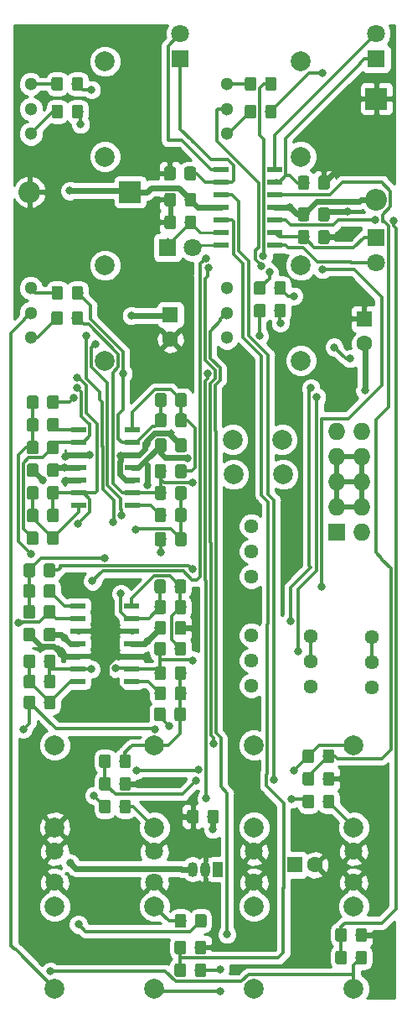
<source format=gbr>
%TF.GenerationSoftware,KiCad,Pcbnew,(5.0.1)-3*%
%TF.CreationDate,2020-04-22T23:17:11+01:00*%
%TF.ProjectId,board,626F6172642E6B696361645F70636200,rev?*%
%TF.SameCoordinates,Original*%
%TF.FileFunction,Copper,L2,Bot,Signal*%
%TF.FilePolarity,Positive*%
%FSLAX46Y46*%
G04 Gerber Fmt 4.6, Leading zero omitted, Abs format (unit mm)*
G04 Created by KiCad (PCBNEW (5.0.1)-3) date 22/04/2020 23:17:11*
%MOMM*%
%LPD*%
G01*
G04 APERTURE LIST*
%ADD10C,0.400000*%
%ADD11C,1.150000*%
%ADD12R,1.800000X1.800000*%
%ADD13C,1.800000*%
%ADD14O,2.200000X2.200000*%
%ADD15R,2.200000X2.200000*%
%ADD16C,2.000000*%
%ADD17R,1.727200X1.727200*%
%ADD18O,1.727200X1.727200*%
%ADD19C,1.300000*%
%ADD20R,1.500000X0.600000*%
%ADD21O,1.050000X1.500000*%
%ADD22R,1.050000X1.500000*%
%ADD23C,1.440000*%
%ADD24R,1.600000X1.600000*%
%ADD25C,1.600000*%
%ADD26C,0.800000*%
%ADD27C,0.300000*%
%ADD28C,0.600000*%
%ADD29C,0.250000*%
%ADD30C,0.254000*%
G04 APERTURE END LIST*
D10*
G36*
X33614505Y-69301204D02*
X33638773Y-69304804D01*
X33662572Y-69310765D01*
X33685671Y-69319030D01*
X33707850Y-69329520D01*
X33728893Y-69342132D01*
X33748599Y-69356747D01*
X33766777Y-69373223D01*
X33783253Y-69391401D01*
X33797868Y-69411107D01*
X33810480Y-69432150D01*
X33820970Y-69454329D01*
X33829235Y-69477428D01*
X33835196Y-69501227D01*
X33838796Y-69525495D01*
X33840000Y-69549999D01*
X33840000Y-70450001D01*
X33838796Y-70474505D01*
X33835196Y-70498773D01*
X33829235Y-70522572D01*
X33820970Y-70545671D01*
X33810480Y-70567850D01*
X33797868Y-70588893D01*
X33783253Y-70608599D01*
X33766777Y-70626777D01*
X33748599Y-70643253D01*
X33728893Y-70657868D01*
X33707850Y-70670480D01*
X33685671Y-70680970D01*
X33662572Y-70689235D01*
X33638773Y-70695196D01*
X33614505Y-70698796D01*
X33590001Y-70700000D01*
X32939999Y-70700000D01*
X32915495Y-70698796D01*
X32891227Y-70695196D01*
X32867428Y-70689235D01*
X32844329Y-70680970D01*
X32822150Y-70670480D01*
X32801107Y-70657868D01*
X32781401Y-70643253D01*
X32763223Y-70626777D01*
X32746747Y-70608599D01*
X32732132Y-70588893D01*
X32719520Y-70567850D01*
X32709030Y-70545671D01*
X32700765Y-70522572D01*
X32694804Y-70498773D01*
X32691204Y-70474505D01*
X32690000Y-70450001D01*
X32690000Y-69549999D01*
X32691204Y-69525495D01*
X32694804Y-69501227D01*
X32700765Y-69477428D01*
X32709030Y-69454329D01*
X32719520Y-69432150D01*
X32732132Y-69411107D01*
X32746747Y-69391401D01*
X32763223Y-69373223D01*
X32781401Y-69356747D01*
X32801107Y-69342132D01*
X32822150Y-69329520D01*
X32844329Y-69319030D01*
X32867428Y-69310765D01*
X32891227Y-69304804D01*
X32915495Y-69301204D01*
X32939999Y-69300000D01*
X33590001Y-69300000D01*
X33614505Y-69301204D01*
X33614505Y-69301204D01*
G37*
D11*
X33265000Y-70000000D03*
D10*
G36*
X35664505Y-69301204D02*
X35688773Y-69304804D01*
X35712572Y-69310765D01*
X35735671Y-69319030D01*
X35757850Y-69329520D01*
X35778893Y-69342132D01*
X35798599Y-69356747D01*
X35816777Y-69373223D01*
X35833253Y-69391401D01*
X35847868Y-69411107D01*
X35860480Y-69432150D01*
X35870970Y-69454329D01*
X35879235Y-69477428D01*
X35885196Y-69501227D01*
X35888796Y-69525495D01*
X35890000Y-69549999D01*
X35890000Y-70450001D01*
X35888796Y-70474505D01*
X35885196Y-70498773D01*
X35879235Y-70522572D01*
X35870970Y-70545671D01*
X35860480Y-70567850D01*
X35847868Y-70588893D01*
X35833253Y-70608599D01*
X35816777Y-70626777D01*
X35798599Y-70643253D01*
X35778893Y-70657868D01*
X35757850Y-70670480D01*
X35735671Y-70680970D01*
X35712572Y-70689235D01*
X35688773Y-70695196D01*
X35664505Y-70698796D01*
X35640001Y-70700000D01*
X34989999Y-70700000D01*
X34965495Y-70698796D01*
X34941227Y-70695196D01*
X34917428Y-70689235D01*
X34894329Y-70680970D01*
X34872150Y-70670480D01*
X34851107Y-70657868D01*
X34831401Y-70643253D01*
X34813223Y-70626777D01*
X34796747Y-70608599D01*
X34782132Y-70588893D01*
X34769520Y-70567850D01*
X34759030Y-70545671D01*
X34750765Y-70522572D01*
X34744804Y-70498773D01*
X34741204Y-70474505D01*
X34740000Y-70450001D01*
X34740000Y-69549999D01*
X34741204Y-69525495D01*
X34744804Y-69501227D01*
X34750765Y-69477428D01*
X34759030Y-69454329D01*
X34769520Y-69432150D01*
X34782132Y-69411107D01*
X34796747Y-69391401D01*
X34813223Y-69373223D01*
X34831401Y-69356747D01*
X34851107Y-69342132D01*
X34872150Y-69329520D01*
X34894329Y-69319030D01*
X34917428Y-69310765D01*
X34941227Y-69304804D01*
X34965495Y-69301204D01*
X34989999Y-69300000D01*
X35640001Y-69300000D01*
X35664505Y-69301204D01*
X35664505Y-69301204D01*
G37*
D11*
X35315000Y-70000000D03*
D10*
G36*
X22456505Y-78901204D02*
X22480773Y-78904804D01*
X22504572Y-78910765D01*
X22527671Y-78919030D01*
X22549850Y-78929520D01*
X22570893Y-78942132D01*
X22590599Y-78956747D01*
X22608777Y-78973223D01*
X22625253Y-78991401D01*
X22639868Y-79011107D01*
X22652480Y-79032150D01*
X22662970Y-79054329D01*
X22671235Y-79077428D01*
X22677196Y-79101227D01*
X22680796Y-79125495D01*
X22682000Y-79149999D01*
X22682000Y-80050001D01*
X22680796Y-80074505D01*
X22677196Y-80098773D01*
X22671235Y-80122572D01*
X22662970Y-80145671D01*
X22652480Y-80167850D01*
X22639868Y-80188893D01*
X22625253Y-80208599D01*
X22608777Y-80226777D01*
X22590599Y-80243253D01*
X22570893Y-80257868D01*
X22549850Y-80270480D01*
X22527671Y-80280970D01*
X22504572Y-80289235D01*
X22480773Y-80295196D01*
X22456505Y-80298796D01*
X22432001Y-80300000D01*
X21781999Y-80300000D01*
X21757495Y-80298796D01*
X21733227Y-80295196D01*
X21709428Y-80289235D01*
X21686329Y-80280970D01*
X21664150Y-80270480D01*
X21643107Y-80257868D01*
X21623401Y-80243253D01*
X21605223Y-80226777D01*
X21588747Y-80208599D01*
X21574132Y-80188893D01*
X21561520Y-80167850D01*
X21551030Y-80145671D01*
X21542765Y-80122572D01*
X21536804Y-80098773D01*
X21533204Y-80074505D01*
X21532000Y-80050001D01*
X21532000Y-79149999D01*
X21533204Y-79125495D01*
X21536804Y-79101227D01*
X21542765Y-79077428D01*
X21551030Y-79054329D01*
X21561520Y-79032150D01*
X21574132Y-79011107D01*
X21588747Y-78991401D01*
X21605223Y-78973223D01*
X21623401Y-78956747D01*
X21643107Y-78942132D01*
X21664150Y-78929520D01*
X21686329Y-78919030D01*
X21709428Y-78910765D01*
X21733227Y-78904804D01*
X21757495Y-78901204D01*
X21781999Y-78900000D01*
X22432001Y-78900000D01*
X22456505Y-78901204D01*
X22456505Y-78901204D01*
G37*
D11*
X22107000Y-79600000D03*
D10*
G36*
X20406505Y-78901204D02*
X20430773Y-78904804D01*
X20454572Y-78910765D01*
X20477671Y-78919030D01*
X20499850Y-78929520D01*
X20520893Y-78942132D01*
X20540599Y-78956747D01*
X20558777Y-78973223D01*
X20575253Y-78991401D01*
X20589868Y-79011107D01*
X20602480Y-79032150D01*
X20612970Y-79054329D01*
X20621235Y-79077428D01*
X20627196Y-79101227D01*
X20630796Y-79125495D01*
X20632000Y-79149999D01*
X20632000Y-80050001D01*
X20630796Y-80074505D01*
X20627196Y-80098773D01*
X20621235Y-80122572D01*
X20612970Y-80145671D01*
X20602480Y-80167850D01*
X20589868Y-80188893D01*
X20575253Y-80208599D01*
X20558777Y-80226777D01*
X20540599Y-80243253D01*
X20520893Y-80257868D01*
X20499850Y-80270480D01*
X20477671Y-80280970D01*
X20454572Y-80289235D01*
X20430773Y-80295196D01*
X20406505Y-80298796D01*
X20382001Y-80300000D01*
X19731999Y-80300000D01*
X19707495Y-80298796D01*
X19683227Y-80295196D01*
X19659428Y-80289235D01*
X19636329Y-80280970D01*
X19614150Y-80270480D01*
X19593107Y-80257868D01*
X19573401Y-80243253D01*
X19555223Y-80226777D01*
X19538747Y-80208599D01*
X19524132Y-80188893D01*
X19511520Y-80167850D01*
X19501030Y-80145671D01*
X19492765Y-80122572D01*
X19486804Y-80098773D01*
X19483204Y-80074505D01*
X19482000Y-80050001D01*
X19482000Y-79149999D01*
X19483204Y-79125495D01*
X19486804Y-79101227D01*
X19492765Y-79077428D01*
X19501030Y-79054329D01*
X19511520Y-79032150D01*
X19524132Y-79011107D01*
X19538747Y-78991401D01*
X19555223Y-78973223D01*
X19573401Y-78956747D01*
X19593107Y-78942132D01*
X19614150Y-78929520D01*
X19636329Y-78919030D01*
X19659428Y-78910765D01*
X19683227Y-78904804D01*
X19707495Y-78901204D01*
X19731999Y-78900000D01*
X20382001Y-78900000D01*
X20406505Y-78901204D01*
X20406505Y-78901204D01*
G37*
D11*
X20057000Y-79600000D03*
D10*
G36*
X33678505Y-50503204D02*
X33702773Y-50506804D01*
X33726572Y-50512765D01*
X33749671Y-50521030D01*
X33771850Y-50531520D01*
X33792893Y-50544132D01*
X33812599Y-50558747D01*
X33830777Y-50575223D01*
X33847253Y-50593401D01*
X33861868Y-50613107D01*
X33874480Y-50634150D01*
X33884970Y-50656329D01*
X33893235Y-50679428D01*
X33899196Y-50703227D01*
X33902796Y-50727495D01*
X33904000Y-50751999D01*
X33904000Y-51652001D01*
X33902796Y-51676505D01*
X33899196Y-51700773D01*
X33893235Y-51724572D01*
X33884970Y-51747671D01*
X33874480Y-51769850D01*
X33861868Y-51790893D01*
X33847253Y-51810599D01*
X33830777Y-51828777D01*
X33812599Y-51845253D01*
X33792893Y-51859868D01*
X33771850Y-51872480D01*
X33749671Y-51882970D01*
X33726572Y-51891235D01*
X33702773Y-51897196D01*
X33678505Y-51900796D01*
X33654001Y-51902000D01*
X33003999Y-51902000D01*
X32979495Y-51900796D01*
X32955227Y-51897196D01*
X32931428Y-51891235D01*
X32908329Y-51882970D01*
X32886150Y-51872480D01*
X32865107Y-51859868D01*
X32845401Y-51845253D01*
X32827223Y-51828777D01*
X32810747Y-51810599D01*
X32796132Y-51790893D01*
X32783520Y-51769850D01*
X32773030Y-51747671D01*
X32764765Y-51724572D01*
X32758804Y-51700773D01*
X32755204Y-51676505D01*
X32754000Y-51652001D01*
X32754000Y-50751999D01*
X32755204Y-50727495D01*
X32758804Y-50703227D01*
X32764765Y-50679428D01*
X32773030Y-50656329D01*
X32783520Y-50634150D01*
X32796132Y-50613107D01*
X32810747Y-50593401D01*
X32827223Y-50575223D01*
X32845401Y-50558747D01*
X32865107Y-50544132D01*
X32886150Y-50531520D01*
X32908329Y-50521030D01*
X32931428Y-50512765D01*
X32955227Y-50506804D01*
X32979495Y-50503204D01*
X33003999Y-50502000D01*
X33654001Y-50502000D01*
X33678505Y-50503204D01*
X33678505Y-50503204D01*
G37*
D11*
X33329000Y-51202000D03*
D10*
G36*
X35728505Y-50503204D02*
X35752773Y-50506804D01*
X35776572Y-50512765D01*
X35799671Y-50521030D01*
X35821850Y-50531520D01*
X35842893Y-50544132D01*
X35862599Y-50558747D01*
X35880777Y-50575223D01*
X35897253Y-50593401D01*
X35911868Y-50613107D01*
X35924480Y-50634150D01*
X35934970Y-50656329D01*
X35943235Y-50679428D01*
X35949196Y-50703227D01*
X35952796Y-50727495D01*
X35954000Y-50751999D01*
X35954000Y-51652001D01*
X35952796Y-51676505D01*
X35949196Y-51700773D01*
X35943235Y-51724572D01*
X35934970Y-51747671D01*
X35924480Y-51769850D01*
X35911868Y-51790893D01*
X35897253Y-51810599D01*
X35880777Y-51828777D01*
X35862599Y-51845253D01*
X35842893Y-51859868D01*
X35821850Y-51872480D01*
X35799671Y-51882970D01*
X35776572Y-51891235D01*
X35752773Y-51897196D01*
X35728505Y-51900796D01*
X35704001Y-51902000D01*
X35053999Y-51902000D01*
X35029495Y-51900796D01*
X35005227Y-51897196D01*
X34981428Y-51891235D01*
X34958329Y-51882970D01*
X34936150Y-51872480D01*
X34915107Y-51859868D01*
X34895401Y-51845253D01*
X34877223Y-51828777D01*
X34860747Y-51810599D01*
X34846132Y-51790893D01*
X34833520Y-51769850D01*
X34823030Y-51747671D01*
X34814765Y-51724572D01*
X34808804Y-51700773D01*
X34805204Y-51676505D01*
X34804000Y-51652001D01*
X34804000Y-50751999D01*
X34805204Y-50727495D01*
X34808804Y-50703227D01*
X34814765Y-50679428D01*
X34823030Y-50656329D01*
X34833520Y-50634150D01*
X34846132Y-50613107D01*
X34860747Y-50593401D01*
X34877223Y-50575223D01*
X34895401Y-50558747D01*
X34915107Y-50544132D01*
X34936150Y-50531520D01*
X34958329Y-50521030D01*
X34981428Y-50512765D01*
X35005227Y-50506804D01*
X35029495Y-50503204D01*
X35053999Y-50502000D01*
X35704001Y-50502000D01*
X35728505Y-50503204D01*
X35728505Y-50503204D01*
G37*
D11*
X35379000Y-51202000D03*
D10*
G36*
X20724505Y-59861204D02*
X20748773Y-59864804D01*
X20772572Y-59870765D01*
X20795671Y-59879030D01*
X20817850Y-59889520D01*
X20838893Y-59902132D01*
X20858599Y-59916747D01*
X20876777Y-59933223D01*
X20893253Y-59951401D01*
X20907868Y-59971107D01*
X20920480Y-59992150D01*
X20930970Y-60014329D01*
X20939235Y-60037428D01*
X20945196Y-60061227D01*
X20948796Y-60085495D01*
X20950000Y-60109999D01*
X20950000Y-61010001D01*
X20948796Y-61034505D01*
X20945196Y-61058773D01*
X20939235Y-61082572D01*
X20930970Y-61105671D01*
X20920480Y-61127850D01*
X20907868Y-61148893D01*
X20893253Y-61168599D01*
X20876777Y-61186777D01*
X20858599Y-61203253D01*
X20838893Y-61217868D01*
X20817850Y-61230480D01*
X20795671Y-61240970D01*
X20772572Y-61249235D01*
X20748773Y-61255196D01*
X20724505Y-61258796D01*
X20700001Y-61260000D01*
X20049999Y-61260000D01*
X20025495Y-61258796D01*
X20001227Y-61255196D01*
X19977428Y-61249235D01*
X19954329Y-61240970D01*
X19932150Y-61230480D01*
X19911107Y-61217868D01*
X19891401Y-61203253D01*
X19873223Y-61186777D01*
X19856747Y-61168599D01*
X19842132Y-61148893D01*
X19829520Y-61127850D01*
X19819030Y-61105671D01*
X19810765Y-61082572D01*
X19804804Y-61058773D01*
X19801204Y-61034505D01*
X19800000Y-61010001D01*
X19800000Y-60109999D01*
X19801204Y-60085495D01*
X19804804Y-60061227D01*
X19810765Y-60037428D01*
X19819030Y-60014329D01*
X19829520Y-59992150D01*
X19842132Y-59971107D01*
X19856747Y-59951401D01*
X19873223Y-59933223D01*
X19891401Y-59916747D01*
X19911107Y-59902132D01*
X19932150Y-59889520D01*
X19954329Y-59879030D01*
X19977428Y-59870765D01*
X20001227Y-59864804D01*
X20025495Y-59861204D01*
X20049999Y-59860000D01*
X20700001Y-59860000D01*
X20724505Y-59861204D01*
X20724505Y-59861204D01*
G37*
D11*
X20375000Y-60560000D03*
D10*
G36*
X22774505Y-59861204D02*
X22798773Y-59864804D01*
X22822572Y-59870765D01*
X22845671Y-59879030D01*
X22867850Y-59889520D01*
X22888893Y-59902132D01*
X22908599Y-59916747D01*
X22926777Y-59933223D01*
X22943253Y-59951401D01*
X22957868Y-59971107D01*
X22970480Y-59992150D01*
X22980970Y-60014329D01*
X22989235Y-60037428D01*
X22995196Y-60061227D01*
X22998796Y-60085495D01*
X23000000Y-60109999D01*
X23000000Y-61010001D01*
X22998796Y-61034505D01*
X22995196Y-61058773D01*
X22989235Y-61082572D01*
X22980970Y-61105671D01*
X22970480Y-61127850D01*
X22957868Y-61148893D01*
X22943253Y-61168599D01*
X22926777Y-61186777D01*
X22908599Y-61203253D01*
X22888893Y-61217868D01*
X22867850Y-61230480D01*
X22845671Y-61240970D01*
X22822572Y-61249235D01*
X22798773Y-61255196D01*
X22774505Y-61258796D01*
X22750001Y-61260000D01*
X22099999Y-61260000D01*
X22075495Y-61258796D01*
X22051227Y-61255196D01*
X22027428Y-61249235D01*
X22004329Y-61240970D01*
X21982150Y-61230480D01*
X21961107Y-61217868D01*
X21941401Y-61203253D01*
X21923223Y-61186777D01*
X21906747Y-61168599D01*
X21892132Y-61148893D01*
X21879520Y-61127850D01*
X21869030Y-61105671D01*
X21860765Y-61082572D01*
X21854804Y-61058773D01*
X21851204Y-61034505D01*
X21850000Y-61010001D01*
X21850000Y-60109999D01*
X21851204Y-60085495D01*
X21854804Y-60061227D01*
X21860765Y-60037428D01*
X21869030Y-60014329D01*
X21879520Y-59992150D01*
X21892132Y-59971107D01*
X21906747Y-59951401D01*
X21923223Y-59933223D01*
X21941401Y-59916747D01*
X21961107Y-59902132D01*
X21982150Y-59889520D01*
X22004329Y-59879030D01*
X22027428Y-59870765D01*
X22051227Y-59864804D01*
X22075495Y-59861204D01*
X22099999Y-59860000D01*
X22750001Y-59860000D01*
X22774505Y-59861204D01*
X22774505Y-59861204D01*
G37*
D11*
X22425000Y-60560000D03*
D10*
G36*
X33624505Y-78051204D02*
X33648773Y-78054804D01*
X33672572Y-78060765D01*
X33695671Y-78069030D01*
X33717850Y-78079520D01*
X33738893Y-78092132D01*
X33758599Y-78106747D01*
X33776777Y-78123223D01*
X33793253Y-78141401D01*
X33807868Y-78161107D01*
X33820480Y-78182150D01*
X33830970Y-78204329D01*
X33839235Y-78227428D01*
X33845196Y-78251227D01*
X33848796Y-78275495D01*
X33850000Y-78299999D01*
X33850000Y-79200001D01*
X33848796Y-79224505D01*
X33845196Y-79248773D01*
X33839235Y-79272572D01*
X33830970Y-79295671D01*
X33820480Y-79317850D01*
X33807868Y-79338893D01*
X33793253Y-79358599D01*
X33776777Y-79376777D01*
X33758599Y-79393253D01*
X33738893Y-79407868D01*
X33717850Y-79420480D01*
X33695671Y-79430970D01*
X33672572Y-79439235D01*
X33648773Y-79445196D01*
X33624505Y-79448796D01*
X33600001Y-79450000D01*
X32949999Y-79450000D01*
X32925495Y-79448796D01*
X32901227Y-79445196D01*
X32877428Y-79439235D01*
X32854329Y-79430970D01*
X32832150Y-79420480D01*
X32811107Y-79407868D01*
X32791401Y-79393253D01*
X32773223Y-79376777D01*
X32756747Y-79358599D01*
X32742132Y-79338893D01*
X32729520Y-79317850D01*
X32719030Y-79295671D01*
X32710765Y-79272572D01*
X32704804Y-79248773D01*
X32701204Y-79224505D01*
X32700000Y-79200001D01*
X32700000Y-78299999D01*
X32701204Y-78275495D01*
X32704804Y-78251227D01*
X32710765Y-78227428D01*
X32719030Y-78204329D01*
X32729520Y-78182150D01*
X32742132Y-78161107D01*
X32756747Y-78141401D01*
X32773223Y-78123223D01*
X32791401Y-78106747D01*
X32811107Y-78092132D01*
X32832150Y-78079520D01*
X32854329Y-78069030D01*
X32877428Y-78060765D01*
X32901227Y-78054804D01*
X32925495Y-78051204D01*
X32949999Y-78050000D01*
X33600001Y-78050000D01*
X33624505Y-78051204D01*
X33624505Y-78051204D01*
G37*
D11*
X33275000Y-78750000D03*
D10*
G36*
X35674505Y-78051204D02*
X35698773Y-78054804D01*
X35722572Y-78060765D01*
X35745671Y-78069030D01*
X35767850Y-78079520D01*
X35788893Y-78092132D01*
X35808599Y-78106747D01*
X35826777Y-78123223D01*
X35843253Y-78141401D01*
X35857868Y-78161107D01*
X35870480Y-78182150D01*
X35880970Y-78204329D01*
X35889235Y-78227428D01*
X35895196Y-78251227D01*
X35898796Y-78275495D01*
X35900000Y-78299999D01*
X35900000Y-79200001D01*
X35898796Y-79224505D01*
X35895196Y-79248773D01*
X35889235Y-79272572D01*
X35880970Y-79295671D01*
X35870480Y-79317850D01*
X35857868Y-79338893D01*
X35843253Y-79358599D01*
X35826777Y-79376777D01*
X35808599Y-79393253D01*
X35788893Y-79407868D01*
X35767850Y-79420480D01*
X35745671Y-79430970D01*
X35722572Y-79439235D01*
X35698773Y-79445196D01*
X35674505Y-79448796D01*
X35650001Y-79450000D01*
X34999999Y-79450000D01*
X34975495Y-79448796D01*
X34951227Y-79445196D01*
X34927428Y-79439235D01*
X34904329Y-79430970D01*
X34882150Y-79420480D01*
X34861107Y-79407868D01*
X34841401Y-79393253D01*
X34823223Y-79376777D01*
X34806747Y-79358599D01*
X34792132Y-79338893D01*
X34779520Y-79317850D01*
X34769030Y-79295671D01*
X34760765Y-79272572D01*
X34754804Y-79248773D01*
X34751204Y-79224505D01*
X34750000Y-79200001D01*
X34750000Y-78299999D01*
X34751204Y-78275495D01*
X34754804Y-78251227D01*
X34760765Y-78227428D01*
X34769030Y-78204329D01*
X34779520Y-78182150D01*
X34792132Y-78161107D01*
X34806747Y-78141401D01*
X34823223Y-78123223D01*
X34841401Y-78106747D01*
X34861107Y-78092132D01*
X34882150Y-78079520D01*
X34904329Y-78069030D01*
X34927428Y-78060765D01*
X34951227Y-78054804D01*
X34975495Y-78051204D01*
X34999999Y-78050000D01*
X35650001Y-78050000D01*
X35674505Y-78051204D01*
X35674505Y-78051204D01*
G37*
D11*
X35325000Y-78750000D03*
D10*
G36*
X22431505Y-71876204D02*
X22455773Y-71879804D01*
X22479572Y-71885765D01*
X22502671Y-71894030D01*
X22524850Y-71904520D01*
X22545893Y-71917132D01*
X22565599Y-71931747D01*
X22583777Y-71948223D01*
X22600253Y-71966401D01*
X22614868Y-71986107D01*
X22627480Y-72007150D01*
X22637970Y-72029329D01*
X22646235Y-72052428D01*
X22652196Y-72076227D01*
X22655796Y-72100495D01*
X22657000Y-72124999D01*
X22657000Y-73025001D01*
X22655796Y-73049505D01*
X22652196Y-73073773D01*
X22646235Y-73097572D01*
X22637970Y-73120671D01*
X22627480Y-73142850D01*
X22614868Y-73163893D01*
X22600253Y-73183599D01*
X22583777Y-73201777D01*
X22565599Y-73218253D01*
X22545893Y-73232868D01*
X22524850Y-73245480D01*
X22502671Y-73255970D01*
X22479572Y-73264235D01*
X22455773Y-73270196D01*
X22431505Y-73273796D01*
X22407001Y-73275000D01*
X21756999Y-73275000D01*
X21732495Y-73273796D01*
X21708227Y-73270196D01*
X21684428Y-73264235D01*
X21661329Y-73255970D01*
X21639150Y-73245480D01*
X21618107Y-73232868D01*
X21598401Y-73218253D01*
X21580223Y-73201777D01*
X21563747Y-73183599D01*
X21549132Y-73163893D01*
X21536520Y-73142850D01*
X21526030Y-73120671D01*
X21517765Y-73097572D01*
X21511804Y-73073773D01*
X21508204Y-73049505D01*
X21507000Y-73025001D01*
X21507000Y-72124999D01*
X21508204Y-72100495D01*
X21511804Y-72076227D01*
X21517765Y-72052428D01*
X21526030Y-72029329D01*
X21536520Y-72007150D01*
X21549132Y-71986107D01*
X21563747Y-71966401D01*
X21580223Y-71948223D01*
X21598401Y-71931747D01*
X21618107Y-71917132D01*
X21639150Y-71904520D01*
X21661329Y-71894030D01*
X21684428Y-71885765D01*
X21708227Y-71879804D01*
X21732495Y-71876204D01*
X21756999Y-71875000D01*
X22407001Y-71875000D01*
X22431505Y-71876204D01*
X22431505Y-71876204D01*
G37*
D11*
X22082000Y-72575000D03*
D10*
G36*
X20381505Y-71876204D02*
X20405773Y-71879804D01*
X20429572Y-71885765D01*
X20452671Y-71894030D01*
X20474850Y-71904520D01*
X20495893Y-71917132D01*
X20515599Y-71931747D01*
X20533777Y-71948223D01*
X20550253Y-71966401D01*
X20564868Y-71986107D01*
X20577480Y-72007150D01*
X20587970Y-72029329D01*
X20596235Y-72052428D01*
X20602196Y-72076227D01*
X20605796Y-72100495D01*
X20607000Y-72124999D01*
X20607000Y-73025001D01*
X20605796Y-73049505D01*
X20602196Y-73073773D01*
X20596235Y-73097572D01*
X20587970Y-73120671D01*
X20577480Y-73142850D01*
X20564868Y-73163893D01*
X20550253Y-73183599D01*
X20533777Y-73201777D01*
X20515599Y-73218253D01*
X20495893Y-73232868D01*
X20474850Y-73245480D01*
X20452671Y-73255970D01*
X20429572Y-73264235D01*
X20405773Y-73270196D01*
X20381505Y-73273796D01*
X20357001Y-73275000D01*
X19706999Y-73275000D01*
X19682495Y-73273796D01*
X19658227Y-73270196D01*
X19634428Y-73264235D01*
X19611329Y-73255970D01*
X19589150Y-73245480D01*
X19568107Y-73232868D01*
X19548401Y-73218253D01*
X19530223Y-73201777D01*
X19513747Y-73183599D01*
X19499132Y-73163893D01*
X19486520Y-73142850D01*
X19476030Y-73120671D01*
X19467765Y-73097572D01*
X19461804Y-73073773D01*
X19458204Y-73049505D01*
X19457000Y-73025001D01*
X19457000Y-72124999D01*
X19458204Y-72100495D01*
X19461804Y-72076227D01*
X19467765Y-72052428D01*
X19476030Y-72029329D01*
X19486520Y-72007150D01*
X19499132Y-71986107D01*
X19513747Y-71966401D01*
X19530223Y-71948223D01*
X19548401Y-71931747D01*
X19568107Y-71917132D01*
X19589150Y-71904520D01*
X19611329Y-71894030D01*
X19634428Y-71885765D01*
X19658227Y-71879804D01*
X19682495Y-71876204D01*
X19706999Y-71875000D01*
X20357001Y-71875000D01*
X20381505Y-71876204D01*
X20381505Y-71876204D01*
G37*
D11*
X20032000Y-72575000D03*
D10*
G36*
X35703505Y-59876204D02*
X35727773Y-59879804D01*
X35751572Y-59885765D01*
X35774671Y-59894030D01*
X35796850Y-59904520D01*
X35817893Y-59917132D01*
X35837599Y-59931747D01*
X35855777Y-59948223D01*
X35872253Y-59966401D01*
X35886868Y-59986107D01*
X35899480Y-60007150D01*
X35909970Y-60029329D01*
X35918235Y-60052428D01*
X35924196Y-60076227D01*
X35927796Y-60100495D01*
X35929000Y-60124999D01*
X35929000Y-61025001D01*
X35927796Y-61049505D01*
X35924196Y-61073773D01*
X35918235Y-61097572D01*
X35909970Y-61120671D01*
X35899480Y-61142850D01*
X35886868Y-61163893D01*
X35872253Y-61183599D01*
X35855777Y-61201777D01*
X35837599Y-61218253D01*
X35817893Y-61232868D01*
X35796850Y-61245480D01*
X35774671Y-61255970D01*
X35751572Y-61264235D01*
X35727773Y-61270196D01*
X35703505Y-61273796D01*
X35679001Y-61275000D01*
X35028999Y-61275000D01*
X35004495Y-61273796D01*
X34980227Y-61270196D01*
X34956428Y-61264235D01*
X34933329Y-61255970D01*
X34911150Y-61245480D01*
X34890107Y-61232868D01*
X34870401Y-61218253D01*
X34852223Y-61201777D01*
X34835747Y-61183599D01*
X34821132Y-61163893D01*
X34808520Y-61142850D01*
X34798030Y-61120671D01*
X34789765Y-61097572D01*
X34783804Y-61073773D01*
X34780204Y-61049505D01*
X34779000Y-61025001D01*
X34779000Y-60124999D01*
X34780204Y-60100495D01*
X34783804Y-60076227D01*
X34789765Y-60052428D01*
X34798030Y-60029329D01*
X34808520Y-60007150D01*
X34821132Y-59986107D01*
X34835747Y-59966401D01*
X34852223Y-59948223D01*
X34870401Y-59931747D01*
X34890107Y-59917132D01*
X34911150Y-59904520D01*
X34933329Y-59894030D01*
X34956428Y-59885765D01*
X34980227Y-59879804D01*
X35004495Y-59876204D01*
X35028999Y-59875000D01*
X35679001Y-59875000D01*
X35703505Y-59876204D01*
X35703505Y-59876204D01*
G37*
D11*
X35354000Y-60575000D03*
D10*
G36*
X33653505Y-59876204D02*
X33677773Y-59879804D01*
X33701572Y-59885765D01*
X33724671Y-59894030D01*
X33746850Y-59904520D01*
X33767893Y-59917132D01*
X33787599Y-59931747D01*
X33805777Y-59948223D01*
X33822253Y-59966401D01*
X33836868Y-59986107D01*
X33849480Y-60007150D01*
X33859970Y-60029329D01*
X33868235Y-60052428D01*
X33874196Y-60076227D01*
X33877796Y-60100495D01*
X33879000Y-60124999D01*
X33879000Y-61025001D01*
X33877796Y-61049505D01*
X33874196Y-61073773D01*
X33868235Y-61097572D01*
X33859970Y-61120671D01*
X33849480Y-61142850D01*
X33836868Y-61163893D01*
X33822253Y-61183599D01*
X33805777Y-61201777D01*
X33787599Y-61218253D01*
X33767893Y-61232868D01*
X33746850Y-61245480D01*
X33724671Y-61255970D01*
X33701572Y-61264235D01*
X33677773Y-61270196D01*
X33653505Y-61273796D01*
X33629001Y-61275000D01*
X32978999Y-61275000D01*
X32954495Y-61273796D01*
X32930227Y-61270196D01*
X32906428Y-61264235D01*
X32883329Y-61255970D01*
X32861150Y-61245480D01*
X32840107Y-61232868D01*
X32820401Y-61218253D01*
X32802223Y-61201777D01*
X32785747Y-61183599D01*
X32771132Y-61163893D01*
X32758520Y-61142850D01*
X32748030Y-61120671D01*
X32739765Y-61097572D01*
X32733804Y-61073773D01*
X32730204Y-61049505D01*
X32729000Y-61025001D01*
X32729000Y-60124999D01*
X32730204Y-60100495D01*
X32733804Y-60076227D01*
X32739765Y-60052428D01*
X32748030Y-60029329D01*
X32758520Y-60007150D01*
X32771132Y-59986107D01*
X32785747Y-59966401D01*
X32802223Y-59948223D01*
X32820401Y-59931747D01*
X32840107Y-59917132D01*
X32861150Y-59904520D01*
X32883329Y-59894030D01*
X32906428Y-59885765D01*
X32930227Y-59879804D01*
X32954495Y-59876204D01*
X32978999Y-59875000D01*
X33629001Y-59875000D01*
X33653505Y-59876204D01*
X33653505Y-59876204D01*
G37*
D11*
X33304000Y-60575000D03*
D10*
G36*
X20724505Y-55289204D02*
X20748773Y-55292804D01*
X20772572Y-55298765D01*
X20795671Y-55307030D01*
X20817850Y-55317520D01*
X20838893Y-55330132D01*
X20858599Y-55344747D01*
X20876777Y-55361223D01*
X20893253Y-55379401D01*
X20907868Y-55399107D01*
X20920480Y-55420150D01*
X20930970Y-55442329D01*
X20939235Y-55465428D01*
X20945196Y-55489227D01*
X20948796Y-55513495D01*
X20950000Y-55537999D01*
X20950000Y-56438001D01*
X20948796Y-56462505D01*
X20945196Y-56486773D01*
X20939235Y-56510572D01*
X20930970Y-56533671D01*
X20920480Y-56555850D01*
X20907868Y-56576893D01*
X20893253Y-56596599D01*
X20876777Y-56614777D01*
X20858599Y-56631253D01*
X20838893Y-56645868D01*
X20817850Y-56658480D01*
X20795671Y-56668970D01*
X20772572Y-56677235D01*
X20748773Y-56683196D01*
X20724505Y-56686796D01*
X20700001Y-56688000D01*
X20049999Y-56688000D01*
X20025495Y-56686796D01*
X20001227Y-56683196D01*
X19977428Y-56677235D01*
X19954329Y-56668970D01*
X19932150Y-56658480D01*
X19911107Y-56645868D01*
X19891401Y-56631253D01*
X19873223Y-56614777D01*
X19856747Y-56596599D01*
X19842132Y-56576893D01*
X19829520Y-56555850D01*
X19819030Y-56533671D01*
X19810765Y-56510572D01*
X19804804Y-56486773D01*
X19801204Y-56462505D01*
X19800000Y-56438001D01*
X19800000Y-55537999D01*
X19801204Y-55513495D01*
X19804804Y-55489227D01*
X19810765Y-55465428D01*
X19819030Y-55442329D01*
X19829520Y-55420150D01*
X19842132Y-55399107D01*
X19856747Y-55379401D01*
X19873223Y-55361223D01*
X19891401Y-55344747D01*
X19911107Y-55330132D01*
X19932150Y-55317520D01*
X19954329Y-55307030D01*
X19977428Y-55298765D01*
X20001227Y-55292804D01*
X20025495Y-55289204D01*
X20049999Y-55288000D01*
X20700001Y-55288000D01*
X20724505Y-55289204D01*
X20724505Y-55289204D01*
G37*
D11*
X20375000Y-55988000D03*
D10*
G36*
X22774505Y-55289204D02*
X22798773Y-55292804D01*
X22822572Y-55298765D01*
X22845671Y-55307030D01*
X22867850Y-55317520D01*
X22888893Y-55330132D01*
X22908599Y-55344747D01*
X22926777Y-55361223D01*
X22943253Y-55379401D01*
X22957868Y-55399107D01*
X22970480Y-55420150D01*
X22980970Y-55442329D01*
X22989235Y-55465428D01*
X22995196Y-55489227D01*
X22998796Y-55513495D01*
X23000000Y-55537999D01*
X23000000Y-56438001D01*
X22998796Y-56462505D01*
X22995196Y-56486773D01*
X22989235Y-56510572D01*
X22980970Y-56533671D01*
X22970480Y-56555850D01*
X22957868Y-56576893D01*
X22943253Y-56596599D01*
X22926777Y-56614777D01*
X22908599Y-56631253D01*
X22888893Y-56645868D01*
X22867850Y-56658480D01*
X22845671Y-56668970D01*
X22822572Y-56677235D01*
X22798773Y-56683196D01*
X22774505Y-56686796D01*
X22750001Y-56688000D01*
X22099999Y-56688000D01*
X22075495Y-56686796D01*
X22051227Y-56683196D01*
X22027428Y-56677235D01*
X22004329Y-56668970D01*
X21982150Y-56658480D01*
X21961107Y-56645868D01*
X21941401Y-56631253D01*
X21923223Y-56614777D01*
X21906747Y-56596599D01*
X21892132Y-56576893D01*
X21879520Y-56555850D01*
X21869030Y-56533671D01*
X21860765Y-56510572D01*
X21854804Y-56486773D01*
X21851204Y-56462505D01*
X21850000Y-56438001D01*
X21850000Y-55537999D01*
X21851204Y-55513495D01*
X21854804Y-55489227D01*
X21860765Y-55465428D01*
X21869030Y-55442329D01*
X21879520Y-55420150D01*
X21892132Y-55399107D01*
X21906747Y-55379401D01*
X21923223Y-55361223D01*
X21941401Y-55344747D01*
X21961107Y-55330132D01*
X21982150Y-55317520D01*
X22004329Y-55307030D01*
X22027428Y-55298765D01*
X22051227Y-55292804D01*
X22075495Y-55289204D01*
X22099999Y-55288000D01*
X22750001Y-55288000D01*
X22774505Y-55289204D01*
X22774505Y-55289204D01*
G37*
D11*
X22425000Y-55988000D03*
D10*
G36*
X36680505Y-30289204D02*
X36704773Y-30292804D01*
X36728572Y-30298765D01*
X36751671Y-30307030D01*
X36773850Y-30317520D01*
X36794893Y-30330132D01*
X36814599Y-30344747D01*
X36832777Y-30361223D01*
X36849253Y-30379401D01*
X36863868Y-30399107D01*
X36876480Y-30420150D01*
X36886970Y-30442329D01*
X36895235Y-30465428D01*
X36901196Y-30489227D01*
X36904796Y-30513495D01*
X36906000Y-30537999D01*
X36906000Y-31438001D01*
X36904796Y-31462505D01*
X36901196Y-31486773D01*
X36895235Y-31510572D01*
X36886970Y-31533671D01*
X36876480Y-31555850D01*
X36863868Y-31576893D01*
X36849253Y-31596599D01*
X36832777Y-31614777D01*
X36814599Y-31631253D01*
X36794893Y-31645868D01*
X36773850Y-31658480D01*
X36751671Y-31668970D01*
X36728572Y-31677235D01*
X36704773Y-31683196D01*
X36680505Y-31686796D01*
X36656001Y-31688000D01*
X36005999Y-31688000D01*
X35981495Y-31686796D01*
X35957227Y-31683196D01*
X35933428Y-31677235D01*
X35910329Y-31668970D01*
X35888150Y-31658480D01*
X35867107Y-31645868D01*
X35847401Y-31631253D01*
X35829223Y-31614777D01*
X35812747Y-31596599D01*
X35798132Y-31576893D01*
X35785520Y-31555850D01*
X35775030Y-31533671D01*
X35766765Y-31510572D01*
X35760804Y-31486773D01*
X35757204Y-31462505D01*
X35756000Y-31438001D01*
X35756000Y-30537999D01*
X35757204Y-30513495D01*
X35760804Y-30489227D01*
X35766765Y-30465428D01*
X35775030Y-30442329D01*
X35785520Y-30420150D01*
X35798132Y-30399107D01*
X35812747Y-30379401D01*
X35829223Y-30361223D01*
X35847401Y-30344747D01*
X35867107Y-30330132D01*
X35888150Y-30317520D01*
X35910329Y-30307030D01*
X35933428Y-30298765D01*
X35957227Y-30292804D01*
X35981495Y-30289204D01*
X36005999Y-30288000D01*
X36656001Y-30288000D01*
X36680505Y-30289204D01*
X36680505Y-30289204D01*
G37*
D11*
X36331000Y-30988000D03*
D10*
G36*
X34630505Y-30289204D02*
X34654773Y-30292804D01*
X34678572Y-30298765D01*
X34701671Y-30307030D01*
X34723850Y-30317520D01*
X34744893Y-30330132D01*
X34764599Y-30344747D01*
X34782777Y-30361223D01*
X34799253Y-30379401D01*
X34813868Y-30399107D01*
X34826480Y-30420150D01*
X34836970Y-30442329D01*
X34845235Y-30465428D01*
X34851196Y-30489227D01*
X34854796Y-30513495D01*
X34856000Y-30537999D01*
X34856000Y-31438001D01*
X34854796Y-31462505D01*
X34851196Y-31486773D01*
X34845235Y-31510572D01*
X34836970Y-31533671D01*
X34826480Y-31555850D01*
X34813868Y-31576893D01*
X34799253Y-31596599D01*
X34782777Y-31614777D01*
X34764599Y-31631253D01*
X34744893Y-31645868D01*
X34723850Y-31658480D01*
X34701671Y-31668970D01*
X34678572Y-31677235D01*
X34654773Y-31683196D01*
X34630505Y-31686796D01*
X34606001Y-31688000D01*
X33955999Y-31688000D01*
X33931495Y-31686796D01*
X33907227Y-31683196D01*
X33883428Y-31677235D01*
X33860329Y-31668970D01*
X33838150Y-31658480D01*
X33817107Y-31645868D01*
X33797401Y-31631253D01*
X33779223Y-31614777D01*
X33762747Y-31596599D01*
X33748132Y-31576893D01*
X33735520Y-31555850D01*
X33725030Y-31533671D01*
X33716765Y-31510572D01*
X33710804Y-31486773D01*
X33707204Y-31462505D01*
X33706000Y-31438001D01*
X33706000Y-30537999D01*
X33707204Y-30513495D01*
X33710804Y-30489227D01*
X33716765Y-30465428D01*
X33725030Y-30442329D01*
X33735520Y-30420150D01*
X33748132Y-30399107D01*
X33762747Y-30379401D01*
X33779223Y-30361223D01*
X33797401Y-30344747D01*
X33817107Y-30330132D01*
X33838150Y-30317520D01*
X33860329Y-30307030D01*
X33883428Y-30298765D01*
X33907227Y-30292804D01*
X33931495Y-30289204D01*
X33955999Y-30288000D01*
X34606001Y-30288000D01*
X34630505Y-30289204D01*
X34630505Y-30289204D01*
G37*
D11*
X34281000Y-30988000D03*
D10*
G36*
X48117505Y-31776204D02*
X48141773Y-31779804D01*
X48165572Y-31785765D01*
X48188671Y-31794030D01*
X48210850Y-31804520D01*
X48231893Y-31817132D01*
X48251599Y-31831747D01*
X48269777Y-31848223D01*
X48286253Y-31866401D01*
X48300868Y-31886107D01*
X48313480Y-31907150D01*
X48323970Y-31929329D01*
X48332235Y-31952428D01*
X48338196Y-31976227D01*
X48341796Y-32000495D01*
X48343000Y-32024999D01*
X48343000Y-32925001D01*
X48341796Y-32949505D01*
X48338196Y-32973773D01*
X48332235Y-32997572D01*
X48323970Y-33020671D01*
X48313480Y-33042850D01*
X48300868Y-33063893D01*
X48286253Y-33083599D01*
X48269777Y-33101777D01*
X48251599Y-33118253D01*
X48231893Y-33132868D01*
X48210850Y-33145480D01*
X48188671Y-33155970D01*
X48165572Y-33164235D01*
X48141773Y-33170196D01*
X48117505Y-33173796D01*
X48093001Y-33175000D01*
X47442999Y-33175000D01*
X47418495Y-33173796D01*
X47394227Y-33170196D01*
X47370428Y-33164235D01*
X47347329Y-33155970D01*
X47325150Y-33145480D01*
X47304107Y-33132868D01*
X47284401Y-33118253D01*
X47266223Y-33101777D01*
X47249747Y-33083599D01*
X47235132Y-33063893D01*
X47222520Y-33042850D01*
X47212030Y-33020671D01*
X47203765Y-32997572D01*
X47197804Y-32973773D01*
X47194204Y-32949505D01*
X47193000Y-32925001D01*
X47193000Y-32024999D01*
X47194204Y-32000495D01*
X47197804Y-31976227D01*
X47203765Y-31952428D01*
X47212030Y-31929329D01*
X47222520Y-31907150D01*
X47235132Y-31886107D01*
X47249747Y-31866401D01*
X47266223Y-31848223D01*
X47284401Y-31831747D01*
X47304107Y-31817132D01*
X47325150Y-31804520D01*
X47347329Y-31794030D01*
X47370428Y-31785765D01*
X47394227Y-31779804D01*
X47418495Y-31776204D01*
X47442999Y-31775000D01*
X48093001Y-31775000D01*
X48117505Y-31776204D01*
X48117505Y-31776204D01*
G37*
D11*
X47768000Y-32475000D03*
D10*
G36*
X50167505Y-31776204D02*
X50191773Y-31779804D01*
X50215572Y-31785765D01*
X50238671Y-31794030D01*
X50260850Y-31804520D01*
X50281893Y-31817132D01*
X50301599Y-31831747D01*
X50319777Y-31848223D01*
X50336253Y-31866401D01*
X50350868Y-31886107D01*
X50363480Y-31907150D01*
X50373970Y-31929329D01*
X50382235Y-31952428D01*
X50388196Y-31976227D01*
X50391796Y-32000495D01*
X50393000Y-32024999D01*
X50393000Y-32925001D01*
X50391796Y-32949505D01*
X50388196Y-32973773D01*
X50382235Y-32997572D01*
X50373970Y-33020671D01*
X50363480Y-33042850D01*
X50350868Y-33063893D01*
X50336253Y-33083599D01*
X50319777Y-33101777D01*
X50301599Y-33118253D01*
X50281893Y-33132868D01*
X50260850Y-33145480D01*
X50238671Y-33155970D01*
X50215572Y-33164235D01*
X50191773Y-33170196D01*
X50167505Y-33173796D01*
X50143001Y-33175000D01*
X49492999Y-33175000D01*
X49468495Y-33173796D01*
X49444227Y-33170196D01*
X49420428Y-33164235D01*
X49397329Y-33155970D01*
X49375150Y-33145480D01*
X49354107Y-33132868D01*
X49334401Y-33118253D01*
X49316223Y-33101777D01*
X49299747Y-33083599D01*
X49285132Y-33063893D01*
X49272520Y-33042850D01*
X49262030Y-33020671D01*
X49253765Y-32997572D01*
X49247804Y-32973773D01*
X49244204Y-32949505D01*
X49243000Y-32925001D01*
X49243000Y-32024999D01*
X49244204Y-32000495D01*
X49247804Y-31976227D01*
X49253765Y-31952428D01*
X49262030Y-31929329D01*
X49272520Y-31907150D01*
X49285132Y-31886107D01*
X49299747Y-31866401D01*
X49316223Y-31848223D01*
X49334401Y-31831747D01*
X49354107Y-31817132D01*
X49375150Y-31804520D01*
X49397329Y-31794030D01*
X49420428Y-31785765D01*
X49444227Y-31779804D01*
X49468495Y-31776204D01*
X49492999Y-31775000D01*
X50143001Y-31775000D01*
X50167505Y-31776204D01*
X50167505Y-31776204D01*
G37*
D11*
X49818000Y-32475000D03*
D10*
G36*
X22431505Y-74176204D02*
X22455773Y-74179804D01*
X22479572Y-74185765D01*
X22502671Y-74194030D01*
X22524850Y-74204520D01*
X22545893Y-74217132D01*
X22565599Y-74231747D01*
X22583777Y-74248223D01*
X22600253Y-74266401D01*
X22614868Y-74286107D01*
X22627480Y-74307150D01*
X22637970Y-74329329D01*
X22646235Y-74352428D01*
X22652196Y-74376227D01*
X22655796Y-74400495D01*
X22657000Y-74424999D01*
X22657000Y-75325001D01*
X22655796Y-75349505D01*
X22652196Y-75373773D01*
X22646235Y-75397572D01*
X22637970Y-75420671D01*
X22627480Y-75442850D01*
X22614868Y-75463893D01*
X22600253Y-75483599D01*
X22583777Y-75501777D01*
X22565599Y-75518253D01*
X22545893Y-75532868D01*
X22524850Y-75545480D01*
X22502671Y-75555970D01*
X22479572Y-75564235D01*
X22455773Y-75570196D01*
X22431505Y-75573796D01*
X22407001Y-75575000D01*
X21756999Y-75575000D01*
X21732495Y-75573796D01*
X21708227Y-75570196D01*
X21684428Y-75564235D01*
X21661329Y-75555970D01*
X21639150Y-75545480D01*
X21618107Y-75532868D01*
X21598401Y-75518253D01*
X21580223Y-75501777D01*
X21563747Y-75483599D01*
X21549132Y-75463893D01*
X21536520Y-75442850D01*
X21526030Y-75420671D01*
X21517765Y-75397572D01*
X21511804Y-75373773D01*
X21508204Y-75349505D01*
X21507000Y-75325001D01*
X21507000Y-74424999D01*
X21508204Y-74400495D01*
X21511804Y-74376227D01*
X21517765Y-74352428D01*
X21526030Y-74329329D01*
X21536520Y-74307150D01*
X21549132Y-74286107D01*
X21563747Y-74266401D01*
X21580223Y-74248223D01*
X21598401Y-74231747D01*
X21618107Y-74217132D01*
X21639150Y-74204520D01*
X21661329Y-74194030D01*
X21684428Y-74185765D01*
X21708227Y-74179804D01*
X21732495Y-74176204D01*
X21756999Y-74175000D01*
X22407001Y-74175000D01*
X22431505Y-74176204D01*
X22431505Y-74176204D01*
G37*
D11*
X22082000Y-74875000D03*
D10*
G36*
X20381505Y-74176204D02*
X20405773Y-74179804D01*
X20429572Y-74185765D01*
X20452671Y-74194030D01*
X20474850Y-74204520D01*
X20495893Y-74217132D01*
X20515599Y-74231747D01*
X20533777Y-74248223D01*
X20550253Y-74266401D01*
X20564868Y-74286107D01*
X20577480Y-74307150D01*
X20587970Y-74329329D01*
X20596235Y-74352428D01*
X20602196Y-74376227D01*
X20605796Y-74400495D01*
X20607000Y-74424999D01*
X20607000Y-75325001D01*
X20605796Y-75349505D01*
X20602196Y-75373773D01*
X20596235Y-75397572D01*
X20587970Y-75420671D01*
X20577480Y-75442850D01*
X20564868Y-75463893D01*
X20550253Y-75483599D01*
X20533777Y-75501777D01*
X20515599Y-75518253D01*
X20495893Y-75532868D01*
X20474850Y-75545480D01*
X20452671Y-75555970D01*
X20429572Y-75564235D01*
X20405773Y-75570196D01*
X20381505Y-75573796D01*
X20357001Y-75575000D01*
X19706999Y-75575000D01*
X19682495Y-75573796D01*
X19658227Y-75570196D01*
X19634428Y-75564235D01*
X19611329Y-75555970D01*
X19589150Y-75545480D01*
X19568107Y-75532868D01*
X19548401Y-75518253D01*
X19530223Y-75501777D01*
X19513747Y-75483599D01*
X19499132Y-75463893D01*
X19486520Y-75442850D01*
X19476030Y-75420671D01*
X19467765Y-75397572D01*
X19461804Y-75373773D01*
X19458204Y-75349505D01*
X19457000Y-75325001D01*
X19457000Y-74424999D01*
X19458204Y-74400495D01*
X19461804Y-74376227D01*
X19467765Y-74352428D01*
X19476030Y-74329329D01*
X19486520Y-74307150D01*
X19499132Y-74286107D01*
X19513747Y-74266401D01*
X19530223Y-74248223D01*
X19548401Y-74231747D01*
X19568107Y-74217132D01*
X19589150Y-74204520D01*
X19611329Y-74194030D01*
X19634428Y-74185765D01*
X19658227Y-74179804D01*
X19682495Y-74176204D01*
X19706999Y-74175000D01*
X20357001Y-74175000D01*
X20381505Y-74176204D01*
X20381505Y-74176204D01*
G37*
D11*
X20032000Y-74875000D03*
D10*
G36*
X33623505Y-73501204D02*
X33647773Y-73504804D01*
X33671572Y-73510765D01*
X33694671Y-73519030D01*
X33716850Y-73529520D01*
X33737893Y-73542132D01*
X33757599Y-73556747D01*
X33775777Y-73573223D01*
X33792253Y-73591401D01*
X33806868Y-73611107D01*
X33819480Y-73632150D01*
X33829970Y-73654329D01*
X33838235Y-73677428D01*
X33844196Y-73701227D01*
X33847796Y-73725495D01*
X33849000Y-73749999D01*
X33849000Y-74650001D01*
X33847796Y-74674505D01*
X33844196Y-74698773D01*
X33838235Y-74722572D01*
X33829970Y-74745671D01*
X33819480Y-74767850D01*
X33806868Y-74788893D01*
X33792253Y-74808599D01*
X33775777Y-74826777D01*
X33757599Y-74843253D01*
X33737893Y-74857868D01*
X33716850Y-74870480D01*
X33694671Y-74880970D01*
X33671572Y-74889235D01*
X33647773Y-74895196D01*
X33623505Y-74898796D01*
X33599001Y-74900000D01*
X32948999Y-74900000D01*
X32924495Y-74898796D01*
X32900227Y-74895196D01*
X32876428Y-74889235D01*
X32853329Y-74880970D01*
X32831150Y-74870480D01*
X32810107Y-74857868D01*
X32790401Y-74843253D01*
X32772223Y-74826777D01*
X32755747Y-74808599D01*
X32741132Y-74788893D01*
X32728520Y-74767850D01*
X32718030Y-74745671D01*
X32709765Y-74722572D01*
X32703804Y-74698773D01*
X32700204Y-74674505D01*
X32699000Y-74650001D01*
X32699000Y-73749999D01*
X32700204Y-73725495D01*
X32703804Y-73701227D01*
X32709765Y-73677428D01*
X32718030Y-73654329D01*
X32728520Y-73632150D01*
X32741132Y-73611107D01*
X32755747Y-73591401D01*
X32772223Y-73573223D01*
X32790401Y-73556747D01*
X32810107Y-73542132D01*
X32831150Y-73529520D01*
X32853329Y-73519030D01*
X32876428Y-73510765D01*
X32900227Y-73504804D01*
X32924495Y-73501204D01*
X32948999Y-73500000D01*
X33599001Y-73500000D01*
X33623505Y-73501204D01*
X33623505Y-73501204D01*
G37*
D11*
X33274000Y-74200000D03*
D10*
G36*
X35673505Y-73501204D02*
X35697773Y-73504804D01*
X35721572Y-73510765D01*
X35744671Y-73519030D01*
X35766850Y-73529520D01*
X35787893Y-73542132D01*
X35807599Y-73556747D01*
X35825777Y-73573223D01*
X35842253Y-73591401D01*
X35856868Y-73611107D01*
X35869480Y-73632150D01*
X35879970Y-73654329D01*
X35888235Y-73677428D01*
X35894196Y-73701227D01*
X35897796Y-73725495D01*
X35899000Y-73749999D01*
X35899000Y-74650001D01*
X35897796Y-74674505D01*
X35894196Y-74698773D01*
X35888235Y-74722572D01*
X35879970Y-74745671D01*
X35869480Y-74767850D01*
X35856868Y-74788893D01*
X35842253Y-74808599D01*
X35825777Y-74826777D01*
X35807599Y-74843253D01*
X35787893Y-74857868D01*
X35766850Y-74870480D01*
X35744671Y-74880970D01*
X35721572Y-74889235D01*
X35697773Y-74895196D01*
X35673505Y-74898796D01*
X35649001Y-74900000D01*
X34998999Y-74900000D01*
X34974495Y-74898796D01*
X34950227Y-74895196D01*
X34926428Y-74889235D01*
X34903329Y-74880970D01*
X34881150Y-74870480D01*
X34860107Y-74857868D01*
X34840401Y-74843253D01*
X34822223Y-74826777D01*
X34805747Y-74808599D01*
X34791132Y-74788893D01*
X34778520Y-74767850D01*
X34768030Y-74745671D01*
X34759765Y-74722572D01*
X34753804Y-74698773D01*
X34750204Y-74674505D01*
X34749000Y-74650001D01*
X34749000Y-73749999D01*
X34750204Y-73725495D01*
X34753804Y-73701227D01*
X34759765Y-73677428D01*
X34768030Y-73654329D01*
X34778520Y-73632150D01*
X34791132Y-73611107D01*
X34805747Y-73591401D01*
X34822223Y-73573223D01*
X34840401Y-73556747D01*
X34860107Y-73542132D01*
X34881150Y-73529520D01*
X34903329Y-73519030D01*
X34926428Y-73510765D01*
X34950227Y-73504804D01*
X34974495Y-73501204D01*
X34998999Y-73500000D01*
X35649001Y-73500000D01*
X35673505Y-73501204D01*
X35673505Y-73501204D01*
G37*
D11*
X35324000Y-74200000D03*
D10*
G36*
X22774505Y-57575204D02*
X22798773Y-57578804D01*
X22822572Y-57584765D01*
X22845671Y-57593030D01*
X22867850Y-57603520D01*
X22888893Y-57616132D01*
X22908599Y-57630747D01*
X22926777Y-57647223D01*
X22943253Y-57665401D01*
X22957868Y-57685107D01*
X22970480Y-57706150D01*
X22980970Y-57728329D01*
X22989235Y-57751428D01*
X22995196Y-57775227D01*
X22998796Y-57799495D01*
X23000000Y-57823999D01*
X23000000Y-58724001D01*
X22998796Y-58748505D01*
X22995196Y-58772773D01*
X22989235Y-58796572D01*
X22980970Y-58819671D01*
X22970480Y-58841850D01*
X22957868Y-58862893D01*
X22943253Y-58882599D01*
X22926777Y-58900777D01*
X22908599Y-58917253D01*
X22888893Y-58931868D01*
X22867850Y-58944480D01*
X22845671Y-58954970D01*
X22822572Y-58963235D01*
X22798773Y-58969196D01*
X22774505Y-58972796D01*
X22750001Y-58974000D01*
X22099999Y-58974000D01*
X22075495Y-58972796D01*
X22051227Y-58969196D01*
X22027428Y-58963235D01*
X22004329Y-58954970D01*
X21982150Y-58944480D01*
X21961107Y-58931868D01*
X21941401Y-58917253D01*
X21923223Y-58900777D01*
X21906747Y-58882599D01*
X21892132Y-58862893D01*
X21879520Y-58841850D01*
X21869030Y-58819671D01*
X21860765Y-58796572D01*
X21854804Y-58772773D01*
X21851204Y-58748505D01*
X21850000Y-58724001D01*
X21850000Y-57823999D01*
X21851204Y-57799495D01*
X21854804Y-57775227D01*
X21860765Y-57751428D01*
X21869030Y-57728329D01*
X21879520Y-57706150D01*
X21892132Y-57685107D01*
X21906747Y-57665401D01*
X21923223Y-57647223D01*
X21941401Y-57630747D01*
X21961107Y-57616132D01*
X21982150Y-57603520D01*
X22004329Y-57593030D01*
X22027428Y-57584765D01*
X22051227Y-57578804D01*
X22075495Y-57575204D01*
X22099999Y-57574000D01*
X22750001Y-57574000D01*
X22774505Y-57575204D01*
X22774505Y-57575204D01*
G37*
D11*
X22425000Y-58274000D03*
D10*
G36*
X20724505Y-57575204D02*
X20748773Y-57578804D01*
X20772572Y-57584765D01*
X20795671Y-57593030D01*
X20817850Y-57603520D01*
X20838893Y-57616132D01*
X20858599Y-57630747D01*
X20876777Y-57647223D01*
X20893253Y-57665401D01*
X20907868Y-57685107D01*
X20920480Y-57706150D01*
X20930970Y-57728329D01*
X20939235Y-57751428D01*
X20945196Y-57775227D01*
X20948796Y-57799495D01*
X20950000Y-57823999D01*
X20950000Y-58724001D01*
X20948796Y-58748505D01*
X20945196Y-58772773D01*
X20939235Y-58796572D01*
X20930970Y-58819671D01*
X20920480Y-58841850D01*
X20907868Y-58862893D01*
X20893253Y-58882599D01*
X20876777Y-58900777D01*
X20858599Y-58917253D01*
X20838893Y-58931868D01*
X20817850Y-58944480D01*
X20795671Y-58954970D01*
X20772572Y-58963235D01*
X20748773Y-58969196D01*
X20724505Y-58972796D01*
X20700001Y-58974000D01*
X20049999Y-58974000D01*
X20025495Y-58972796D01*
X20001227Y-58969196D01*
X19977428Y-58963235D01*
X19954329Y-58954970D01*
X19932150Y-58944480D01*
X19911107Y-58931868D01*
X19891401Y-58917253D01*
X19873223Y-58900777D01*
X19856747Y-58882599D01*
X19842132Y-58862893D01*
X19829520Y-58841850D01*
X19819030Y-58819671D01*
X19810765Y-58796572D01*
X19804804Y-58772773D01*
X19801204Y-58748505D01*
X19800000Y-58724001D01*
X19800000Y-57823999D01*
X19801204Y-57799495D01*
X19804804Y-57775227D01*
X19810765Y-57751428D01*
X19819030Y-57728329D01*
X19829520Y-57706150D01*
X19842132Y-57685107D01*
X19856747Y-57665401D01*
X19873223Y-57647223D01*
X19891401Y-57630747D01*
X19911107Y-57616132D01*
X19932150Y-57603520D01*
X19954329Y-57593030D01*
X19977428Y-57584765D01*
X20001227Y-57578804D01*
X20025495Y-57575204D01*
X20049999Y-57574000D01*
X20700001Y-57574000D01*
X20724505Y-57575204D01*
X20724505Y-57575204D01*
G37*
D11*
X20375000Y-58274000D03*
D10*
G36*
X33678505Y-55075204D02*
X33702773Y-55078804D01*
X33726572Y-55084765D01*
X33749671Y-55093030D01*
X33771850Y-55103520D01*
X33792893Y-55116132D01*
X33812599Y-55130747D01*
X33830777Y-55147223D01*
X33847253Y-55165401D01*
X33861868Y-55185107D01*
X33874480Y-55206150D01*
X33884970Y-55228329D01*
X33893235Y-55251428D01*
X33899196Y-55275227D01*
X33902796Y-55299495D01*
X33904000Y-55323999D01*
X33904000Y-56224001D01*
X33902796Y-56248505D01*
X33899196Y-56272773D01*
X33893235Y-56296572D01*
X33884970Y-56319671D01*
X33874480Y-56341850D01*
X33861868Y-56362893D01*
X33847253Y-56382599D01*
X33830777Y-56400777D01*
X33812599Y-56417253D01*
X33792893Y-56431868D01*
X33771850Y-56444480D01*
X33749671Y-56454970D01*
X33726572Y-56463235D01*
X33702773Y-56469196D01*
X33678505Y-56472796D01*
X33654001Y-56474000D01*
X33003999Y-56474000D01*
X32979495Y-56472796D01*
X32955227Y-56469196D01*
X32931428Y-56463235D01*
X32908329Y-56454970D01*
X32886150Y-56444480D01*
X32865107Y-56431868D01*
X32845401Y-56417253D01*
X32827223Y-56400777D01*
X32810747Y-56382599D01*
X32796132Y-56362893D01*
X32783520Y-56341850D01*
X32773030Y-56319671D01*
X32764765Y-56296572D01*
X32758804Y-56272773D01*
X32755204Y-56248505D01*
X32754000Y-56224001D01*
X32754000Y-55323999D01*
X32755204Y-55299495D01*
X32758804Y-55275227D01*
X32764765Y-55251428D01*
X32773030Y-55228329D01*
X32783520Y-55206150D01*
X32796132Y-55185107D01*
X32810747Y-55165401D01*
X32827223Y-55147223D01*
X32845401Y-55130747D01*
X32865107Y-55116132D01*
X32886150Y-55103520D01*
X32908329Y-55093030D01*
X32931428Y-55084765D01*
X32955227Y-55078804D01*
X32979495Y-55075204D01*
X33003999Y-55074000D01*
X33654001Y-55074000D01*
X33678505Y-55075204D01*
X33678505Y-55075204D01*
G37*
D11*
X33329000Y-55774000D03*
D10*
G36*
X35728505Y-55075204D02*
X35752773Y-55078804D01*
X35776572Y-55084765D01*
X35799671Y-55093030D01*
X35821850Y-55103520D01*
X35842893Y-55116132D01*
X35862599Y-55130747D01*
X35880777Y-55147223D01*
X35897253Y-55165401D01*
X35911868Y-55185107D01*
X35924480Y-55206150D01*
X35934970Y-55228329D01*
X35943235Y-55251428D01*
X35949196Y-55275227D01*
X35952796Y-55299495D01*
X35954000Y-55323999D01*
X35954000Y-56224001D01*
X35952796Y-56248505D01*
X35949196Y-56272773D01*
X35943235Y-56296572D01*
X35934970Y-56319671D01*
X35924480Y-56341850D01*
X35911868Y-56362893D01*
X35897253Y-56382599D01*
X35880777Y-56400777D01*
X35862599Y-56417253D01*
X35842893Y-56431868D01*
X35821850Y-56444480D01*
X35799671Y-56454970D01*
X35776572Y-56463235D01*
X35752773Y-56469196D01*
X35728505Y-56472796D01*
X35704001Y-56474000D01*
X35053999Y-56474000D01*
X35029495Y-56472796D01*
X35005227Y-56469196D01*
X34981428Y-56463235D01*
X34958329Y-56454970D01*
X34936150Y-56444480D01*
X34915107Y-56431868D01*
X34895401Y-56417253D01*
X34877223Y-56400777D01*
X34860747Y-56382599D01*
X34846132Y-56362893D01*
X34833520Y-56341850D01*
X34823030Y-56319671D01*
X34814765Y-56296572D01*
X34808804Y-56272773D01*
X34805204Y-56248505D01*
X34804000Y-56224001D01*
X34804000Y-55323999D01*
X34805204Y-55299495D01*
X34808804Y-55275227D01*
X34814765Y-55251428D01*
X34823030Y-55228329D01*
X34833520Y-55206150D01*
X34846132Y-55185107D01*
X34860747Y-55165401D01*
X34877223Y-55147223D01*
X34895401Y-55130747D01*
X34915107Y-55116132D01*
X34936150Y-55103520D01*
X34958329Y-55093030D01*
X34981428Y-55084765D01*
X35005227Y-55078804D01*
X35029495Y-55075204D01*
X35053999Y-55074000D01*
X35704001Y-55074000D01*
X35728505Y-55075204D01*
X35728505Y-55075204D01*
G37*
D11*
X35379000Y-55774000D03*
D10*
G36*
X36916505Y-92519204D02*
X36940773Y-92522804D01*
X36964572Y-92528765D01*
X36987671Y-92537030D01*
X37009850Y-92547520D01*
X37030893Y-92560132D01*
X37050599Y-92574747D01*
X37068777Y-92591223D01*
X37085253Y-92609401D01*
X37099868Y-92629107D01*
X37112480Y-92650150D01*
X37122970Y-92672329D01*
X37131235Y-92695428D01*
X37137196Y-92719227D01*
X37140796Y-92743495D01*
X37142000Y-92767999D01*
X37142000Y-93668001D01*
X37140796Y-93692505D01*
X37137196Y-93716773D01*
X37131235Y-93740572D01*
X37122970Y-93763671D01*
X37112480Y-93785850D01*
X37099868Y-93806893D01*
X37085253Y-93826599D01*
X37068777Y-93844777D01*
X37050599Y-93861253D01*
X37030893Y-93875868D01*
X37009850Y-93888480D01*
X36987671Y-93898970D01*
X36964572Y-93907235D01*
X36940773Y-93913196D01*
X36916505Y-93916796D01*
X36892001Y-93918000D01*
X36241999Y-93918000D01*
X36217495Y-93916796D01*
X36193227Y-93913196D01*
X36169428Y-93907235D01*
X36146329Y-93898970D01*
X36124150Y-93888480D01*
X36103107Y-93875868D01*
X36083401Y-93861253D01*
X36065223Y-93844777D01*
X36048747Y-93826599D01*
X36034132Y-93806893D01*
X36021520Y-93785850D01*
X36011030Y-93763671D01*
X36002765Y-93740572D01*
X35996804Y-93716773D01*
X35993204Y-93692505D01*
X35992000Y-93668001D01*
X35992000Y-92767999D01*
X35993204Y-92743495D01*
X35996804Y-92719227D01*
X36002765Y-92695428D01*
X36011030Y-92672329D01*
X36021520Y-92650150D01*
X36034132Y-92629107D01*
X36048747Y-92609401D01*
X36065223Y-92591223D01*
X36083401Y-92574747D01*
X36103107Y-92560132D01*
X36124150Y-92547520D01*
X36146329Y-92537030D01*
X36169428Y-92528765D01*
X36193227Y-92522804D01*
X36217495Y-92519204D01*
X36241999Y-92518000D01*
X36892001Y-92518000D01*
X36916505Y-92519204D01*
X36916505Y-92519204D01*
G37*
D11*
X36567000Y-93218000D03*
D10*
G36*
X38966505Y-92519204D02*
X38990773Y-92522804D01*
X39014572Y-92528765D01*
X39037671Y-92537030D01*
X39059850Y-92547520D01*
X39080893Y-92560132D01*
X39100599Y-92574747D01*
X39118777Y-92591223D01*
X39135253Y-92609401D01*
X39149868Y-92629107D01*
X39162480Y-92650150D01*
X39172970Y-92672329D01*
X39181235Y-92695428D01*
X39187196Y-92719227D01*
X39190796Y-92743495D01*
X39192000Y-92767999D01*
X39192000Y-93668001D01*
X39190796Y-93692505D01*
X39187196Y-93716773D01*
X39181235Y-93740572D01*
X39172970Y-93763671D01*
X39162480Y-93785850D01*
X39149868Y-93806893D01*
X39135253Y-93826599D01*
X39118777Y-93844777D01*
X39100599Y-93861253D01*
X39080893Y-93875868D01*
X39059850Y-93888480D01*
X39037671Y-93898970D01*
X39014572Y-93907235D01*
X38990773Y-93913196D01*
X38966505Y-93916796D01*
X38942001Y-93918000D01*
X38291999Y-93918000D01*
X38267495Y-93916796D01*
X38243227Y-93913196D01*
X38219428Y-93907235D01*
X38196329Y-93898970D01*
X38174150Y-93888480D01*
X38153107Y-93875868D01*
X38133401Y-93861253D01*
X38115223Y-93844777D01*
X38098747Y-93826599D01*
X38084132Y-93806893D01*
X38071520Y-93785850D01*
X38061030Y-93763671D01*
X38052765Y-93740572D01*
X38046804Y-93716773D01*
X38043204Y-93692505D01*
X38042000Y-93668001D01*
X38042000Y-92767999D01*
X38043204Y-92743495D01*
X38046804Y-92719227D01*
X38052765Y-92695428D01*
X38061030Y-92672329D01*
X38071520Y-92650150D01*
X38084132Y-92629107D01*
X38098747Y-92609401D01*
X38115223Y-92591223D01*
X38133401Y-92574747D01*
X38153107Y-92560132D01*
X38174150Y-92547520D01*
X38196329Y-92537030D01*
X38219428Y-92528765D01*
X38243227Y-92522804D01*
X38267495Y-92519204D01*
X38291999Y-92518000D01*
X38942001Y-92518000D01*
X38966505Y-92519204D01*
X38966505Y-92519204D01*
G37*
D11*
X38617000Y-93218000D03*
D12*
X35306000Y-16764000D03*
D13*
X35306000Y-14224000D03*
X36576000Y-35814000D03*
D12*
X34036000Y-35814000D03*
D13*
X55075000Y-37315000D03*
D12*
X55075000Y-34775000D03*
D13*
X55118000Y-14224000D03*
D12*
X55118000Y-16764000D03*
D14*
X20066000Y-30226000D03*
D15*
X30226000Y-30226000D03*
X55118000Y-20828000D03*
D14*
X55118000Y-30988000D03*
D16*
X45600000Y-55200000D03*
X40600000Y-55200000D03*
X45700000Y-58700000D03*
X40700000Y-58700000D03*
X42756666Y-86012000D03*
D13*
X42756666Y-96732000D03*
D16*
X42756666Y-94312000D03*
X22606000Y-94312000D03*
D13*
X22606000Y-96732000D03*
D16*
X22606000Y-86012000D03*
X22606000Y-110584000D03*
D13*
X22606000Y-99864000D03*
D16*
X22606000Y-102284000D03*
X42756666Y-102284000D03*
D13*
X42756666Y-99864000D03*
D16*
X42756666Y-110584000D03*
X32681333Y-94312000D03*
D13*
X32681333Y-96732000D03*
D16*
X32681333Y-86012000D03*
X52832000Y-86012000D03*
D13*
X52832000Y-96732000D03*
D16*
X52832000Y-94312000D03*
X32681333Y-102284000D03*
D13*
X32681333Y-99864000D03*
D16*
X32681333Y-110584000D03*
X52832000Y-110584000D03*
D13*
X52832000Y-99864000D03*
D16*
X52832000Y-102284000D03*
D17*
X51100000Y-64500000D03*
D18*
X53640000Y-64500000D03*
X51100000Y-61960000D03*
X53640000Y-61960000D03*
X51100000Y-59420000D03*
X53640000Y-59420000D03*
X51100000Y-56880000D03*
X53640000Y-56880000D03*
X51100000Y-54340000D03*
X53640000Y-54340000D03*
D10*
G36*
X34599505Y-27651204D02*
X34623773Y-27654804D01*
X34647572Y-27660765D01*
X34670671Y-27669030D01*
X34692850Y-27679520D01*
X34713893Y-27692132D01*
X34733599Y-27706747D01*
X34751777Y-27723223D01*
X34768253Y-27741401D01*
X34782868Y-27761107D01*
X34795480Y-27782150D01*
X34805970Y-27804329D01*
X34814235Y-27827428D01*
X34820196Y-27851227D01*
X34823796Y-27875495D01*
X34825000Y-27899999D01*
X34825000Y-28800001D01*
X34823796Y-28824505D01*
X34820196Y-28848773D01*
X34814235Y-28872572D01*
X34805970Y-28895671D01*
X34795480Y-28917850D01*
X34782868Y-28938893D01*
X34768253Y-28958599D01*
X34751777Y-28976777D01*
X34733599Y-28993253D01*
X34713893Y-29007868D01*
X34692850Y-29020480D01*
X34670671Y-29030970D01*
X34647572Y-29039235D01*
X34623773Y-29045196D01*
X34599505Y-29048796D01*
X34575001Y-29050000D01*
X33924999Y-29050000D01*
X33900495Y-29048796D01*
X33876227Y-29045196D01*
X33852428Y-29039235D01*
X33829329Y-29030970D01*
X33807150Y-29020480D01*
X33786107Y-29007868D01*
X33766401Y-28993253D01*
X33748223Y-28976777D01*
X33731747Y-28958599D01*
X33717132Y-28938893D01*
X33704520Y-28917850D01*
X33694030Y-28895671D01*
X33685765Y-28872572D01*
X33679804Y-28848773D01*
X33676204Y-28824505D01*
X33675000Y-28800001D01*
X33675000Y-27899999D01*
X33676204Y-27875495D01*
X33679804Y-27851227D01*
X33685765Y-27827428D01*
X33694030Y-27804329D01*
X33704520Y-27782150D01*
X33717132Y-27761107D01*
X33731747Y-27741401D01*
X33748223Y-27723223D01*
X33766401Y-27706747D01*
X33786107Y-27692132D01*
X33807150Y-27679520D01*
X33829329Y-27669030D01*
X33852428Y-27660765D01*
X33876227Y-27654804D01*
X33900495Y-27651204D01*
X33924999Y-27650000D01*
X34575001Y-27650000D01*
X34599505Y-27651204D01*
X34599505Y-27651204D01*
G37*
D11*
X34250000Y-28350000D03*
D10*
G36*
X36649505Y-27651204D02*
X36673773Y-27654804D01*
X36697572Y-27660765D01*
X36720671Y-27669030D01*
X36742850Y-27679520D01*
X36763893Y-27692132D01*
X36783599Y-27706747D01*
X36801777Y-27723223D01*
X36818253Y-27741401D01*
X36832868Y-27761107D01*
X36845480Y-27782150D01*
X36855970Y-27804329D01*
X36864235Y-27827428D01*
X36870196Y-27851227D01*
X36873796Y-27875495D01*
X36875000Y-27899999D01*
X36875000Y-28800001D01*
X36873796Y-28824505D01*
X36870196Y-28848773D01*
X36864235Y-28872572D01*
X36855970Y-28895671D01*
X36845480Y-28917850D01*
X36832868Y-28938893D01*
X36818253Y-28958599D01*
X36801777Y-28976777D01*
X36783599Y-28993253D01*
X36763893Y-29007868D01*
X36742850Y-29020480D01*
X36720671Y-29030970D01*
X36697572Y-29039235D01*
X36673773Y-29045196D01*
X36649505Y-29048796D01*
X36625001Y-29050000D01*
X35974999Y-29050000D01*
X35950495Y-29048796D01*
X35926227Y-29045196D01*
X35902428Y-29039235D01*
X35879329Y-29030970D01*
X35857150Y-29020480D01*
X35836107Y-29007868D01*
X35816401Y-28993253D01*
X35798223Y-28976777D01*
X35781747Y-28958599D01*
X35767132Y-28938893D01*
X35754520Y-28917850D01*
X35744030Y-28895671D01*
X35735765Y-28872572D01*
X35729804Y-28848773D01*
X35726204Y-28824505D01*
X35725000Y-28800001D01*
X35725000Y-27899999D01*
X35726204Y-27875495D01*
X35729804Y-27851227D01*
X35735765Y-27827428D01*
X35744030Y-27804329D01*
X35754520Y-27782150D01*
X35767132Y-27761107D01*
X35781747Y-27741401D01*
X35798223Y-27723223D01*
X35816401Y-27706747D01*
X35836107Y-27692132D01*
X35857150Y-27679520D01*
X35879329Y-27669030D01*
X35902428Y-27660765D01*
X35926227Y-27654804D01*
X35950495Y-27651204D01*
X35974999Y-27650000D01*
X36625001Y-27650000D01*
X36649505Y-27651204D01*
X36649505Y-27651204D01*
G37*
D11*
X36300000Y-28350000D03*
D10*
G36*
X30076505Y-86931204D02*
X30100773Y-86934804D01*
X30124572Y-86940765D01*
X30147671Y-86949030D01*
X30169850Y-86959520D01*
X30190893Y-86972132D01*
X30210599Y-86986747D01*
X30228777Y-87003223D01*
X30245253Y-87021401D01*
X30259868Y-87041107D01*
X30272480Y-87062150D01*
X30282970Y-87084329D01*
X30291235Y-87107428D01*
X30297196Y-87131227D01*
X30300796Y-87155495D01*
X30302000Y-87179999D01*
X30302000Y-88080001D01*
X30300796Y-88104505D01*
X30297196Y-88128773D01*
X30291235Y-88152572D01*
X30282970Y-88175671D01*
X30272480Y-88197850D01*
X30259868Y-88218893D01*
X30245253Y-88238599D01*
X30228777Y-88256777D01*
X30210599Y-88273253D01*
X30190893Y-88287868D01*
X30169850Y-88300480D01*
X30147671Y-88310970D01*
X30124572Y-88319235D01*
X30100773Y-88325196D01*
X30076505Y-88328796D01*
X30052001Y-88330000D01*
X29401999Y-88330000D01*
X29377495Y-88328796D01*
X29353227Y-88325196D01*
X29329428Y-88319235D01*
X29306329Y-88310970D01*
X29284150Y-88300480D01*
X29263107Y-88287868D01*
X29243401Y-88273253D01*
X29225223Y-88256777D01*
X29208747Y-88238599D01*
X29194132Y-88218893D01*
X29181520Y-88197850D01*
X29171030Y-88175671D01*
X29162765Y-88152572D01*
X29156804Y-88128773D01*
X29153204Y-88104505D01*
X29152000Y-88080001D01*
X29152000Y-87179999D01*
X29153204Y-87155495D01*
X29156804Y-87131227D01*
X29162765Y-87107428D01*
X29171030Y-87084329D01*
X29181520Y-87062150D01*
X29194132Y-87041107D01*
X29208747Y-87021401D01*
X29225223Y-87003223D01*
X29243401Y-86986747D01*
X29263107Y-86972132D01*
X29284150Y-86959520D01*
X29306329Y-86949030D01*
X29329428Y-86940765D01*
X29353227Y-86934804D01*
X29377495Y-86931204D01*
X29401999Y-86930000D01*
X30052001Y-86930000D01*
X30076505Y-86931204D01*
X30076505Y-86931204D01*
G37*
D11*
X29727000Y-87630000D03*
D10*
G36*
X28026505Y-86931204D02*
X28050773Y-86934804D01*
X28074572Y-86940765D01*
X28097671Y-86949030D01*
X28119850Y-86959520D01*
X28140893Y-86972132D01*
X28160599Y-86986747D01*
X28178777Y-87003223D01*
X28195253Y-87021401D01*
X28209868Y-87041107D01*
X28222480Y-87062150D01*
X28232970Y-87084329D01*
X28241235Y-87107428D01*
X28247196Y-87131227D01*
X28250796Y-87155495D01*
X28252000Y-87179999D01*
X28252000Y-88080001D01*
X28250796Y-88104505D01*
X28247196Y-88128773D01*
X28241235Y-88152572D01*
X28232970Y-88175671D01*
X28222480Y-88197850D01*
X28209868Y-88218893D01*
X28195253Y-88238599D01*
X28178777Y-88256777D01*
X28160599Y-88273253D01*
X28140893Y-88287868D01*
X28119850Y-88300480D01*
X28097671Y-88310970D01*
X28074572Y-88319235D01*
X28050773Y-88325196D01*
X28026505Y-88328796D01*
X28002001Y-88330000D01*
X27351999Y-88330000D01*
X27327495Y-88328796D01*
X27303227Y-88325196D01*
X27279428Y-88319235D01*
X27256329Y-88310970D01*
X27234150Y-88300480D01*
X27213107Y-88287868D01*
X27193401Y-88273253D01*
X27175223Y-88256777D01*
X27158747Y-88238599D01*
X27144132Y-88218893D01*
X27131520Y-88197850D01*
X27121030Y-88175671D01*
X27112765Y-88152572D01*
X27106804Y-88128773D01*
X27103204Y-88104505D01*
X27102000Y-88080001D01*
X27102000Y-87179999D01*
X27103204Y-87155495D01*
X27106804Y-87131227D01*
X27112765Y-87107428D01*
X27121030Y-87084329D01*
X27131520Y-87062150D01*
X27144132Y-87041107D01*
X27158747Y-87021401D01*
X27175223Y-87003223D01*
X27193401Y-86986747D01*
X27213107Y-86972132D01*
X27234150Y-86959520D01*
X27256329Y-86949030D01*
X27279428Y-86940765D01*
X27303227Y-86934804D01*
X27327495Y-86931204D01*
X27351999Y-86930000D01*
X28002001Y-86930000D01*
X28026505Y-86931204D01*
X28026505Y-86931204D01*
G37*
D11*
X27677000Y-87630000D03*
D10*
G36*
X34630505Y-32575204D02*
X34654773Y-32578804D01*
X34678572Y-32584765D01*
X34701671Y-32593030D01*
X34723850Y-32603520D01*
X34744893Y-32616132D01*
X34764599Y-32630747D01*
X34782777Y-32647223D01*
X34799253Y-32665401D01*
X34813868Y-32685107D01*
X34826480Y-32706150D01*
X34836970Y-32728329D01*
X34845235Y-32751428D01*
X34851196Y-32775227D01*
X34854796Y-32799495D01*
X34856000Y-32823999D01*
X34856000Y-33724001D01*
X34854796Y-33748505D01*
X34851196Y-33772773D01*
X34845235Y-33796572D01*
X34836970Y-33819671D01*
X34826480Y-33841850D01*
X34813868Y-33862893D01*
X34799253Y-33882599D01*
X34782777Y-33900777D01*
X34764599Y-33917253D01*
X34744893Y-33931868D01*
X34723850Y-33944480D01*
X34701671Y-33954970D01*
X34678572Y-33963235D01*
X34654773Y-33969196D01*
X34630505Y-33972796D01*
X34606001Y-33974000D01*
X33955999Y-33974000D01*
X33931495Y-33972796D01*
X33907227Y-33969196D01*
X33883428Y-33963235D01*
X33860329Y-33954970D01*
X33838150Y-33944480D01*
X33817107Y-33931868D01*
X33797401Y-33917253D01*
X33779223Y-33900777D01*
X33762747Y-33882599D01*
X33748132Y-33862893D01*
X33735520Y-33841850D01*
X33725030Y-33819671D01*
X33716765Y-33796572D01*
X33710804Y-33772773D01*
X33707204Y-33748505D01*
X33706000Y-33724001D01*
X33706000Y-32823999D01*
X33707204Y-32799495D01*
X33710804Y-32775227D01*
X33716765Y-32751428D01*
X33725030Y-32728329D01*
X33735520Y-32706150D01*
X33748132Y-32685107D01*
X33762747Y-32665401D01*
X33779223Y-32647223D01*
X33797401Y-32630747D01*
X33817107Y-32616132D01*
X33838150Y-32603520D01*
X33860329Y-32593030D01*
X33883428Y-32584765D01*
X33907227Y-32578804D01*
X33931495Y-32575204D01*
X33955999Y-32574000D01*
X34606001Y-32574000D01*
X34630505Y-32575204D01*
X34630505Y-32575204D01*
G37*
D11*
X34281000Y-33274000D03*
D10*
G36*
X36680505Y-32575204D02*
X36704773Y-32578804D01*
X36728572Y-32584765D01*
X36751671Y-32593030D01*
X36773850Y-32603520D01*
X36794893Y-32616132D01*
X36814599Y-32630747D01*
X36832777Y-32647223D01*
X36849253Y-32665401D01*
X36863868Y-32685107D01*
X36876480Y-32706150D01*
X36886970Y-32728329D01*
X36895235Y-32751428D01*
X36901196Y-32775227D01*
X36904796Y-32799495D01*
X36906000Y-32823999D01*
X36906000Y-33724001D01*
X36904796Y-33748505D01*
X36901196Y-33772773D01*
X36895235Y-33796572D01*
X36886970Y-33819671D01*
X36876480Y-33841850D01*
X36863868Y-33862893D01*
X36849253Y-33882599D01*
X36832777Y-33900777D01*
X36814599Y-33917253D01*
X36794893Y-33931868D01*
X36773850Y-33944480D01*
X36751671Y-33954970D01*
X36728572Y-33963235D01*
X36704773Y-33969196D01*
X36680505Y-33972796D01*
X36656001Y-33974000D01*
X36005999Y-33974000D01*
X35981495Y-33972796D01*
X35957227Y-33969196D01*
X35933428Y-33963235D01*
X35910329Y-33954970D01*
X35888150Y-33944480D01*
X35867107Y-33931868D01*
X35847401Y-33917253D01*
X35829223Y-33900777D01*
X35812747Y-33882599D01*
X35798132Y-33862893D01*
X35785520Y-33841850D01*
X35775030Y-33819671D01*
X35766765Y-33796572D01*
X35760804Y-33772773D01*
X35757204Y-33748505D01*
X35756000Y-33724001D01*
X35756000Y-32823999D01*
X35757204Y-32799495D01*
X35760804Y-32775227D01*
X35766765Y-32751428D01*
X35775030Y-32728329D01*
X35785520Y-32706150D01*
X35798132Y-32685107D01*
X35812747Y-32665401D01*
X35829223Y-32647223D01*
X35847401Y-32630747D01*
X35867107Y-32616132D01*
X35888150Y-32603520D01*
X35910329Y-32593030D01*
X35933428Y-32584765D01*
X35957227Y-32578804D01*
X35981495Y-32575204D01*
X36005999Y-32574000D01*
X36656001Y-32574000D01*
X36680505Y-32575204D01*
X36680505Y-32575204D01*
G37*
D11*
X36331000Y-33274000D03*
D10*
G36*
X37696505Y-108013204D02*
X37720773Y-108016804D01*
X37744572Y-108022765D01*
X37767671Y-108031030D01*
X37789850Y-108041520D01*
X37810893Y-108054132D01*
X37830599Y-108068747D01*
X37848777Y-108085223D01*
X37865253Y-108103401D01*
X37879868Y-108123107D01*
X37892480Y-108144150D01*
X37902970Y-108166329D01*
X37911235Y-108189428D01*
X37917196Y-108213227D01*
X37920796Y-108237495D01*
X37922000Y-108261999D01*
X37922000Y-109162001D01*
X37920796Y-109186505D01*
X37917196Y-109210773D01*
X37911235Y-109234572D01*
X37902970Y-109257671D01*
X37892480Y-109279850D01*
X37879868Y-109300893D01*
X37865253Y-109320599D01*
X37848777Y-109338777D01*
X37830599Y-109355253D01*
X37810893Y-109369868D01*
X37789850Y-109382480D01*
X37767671Y-109392970D01*
X37744572Y-109401235D01*
X37720773Y-109407196D01*
X37696505Y-109410796D01*
X37672001Y-109412000D01*
X37021999Y-109412000D01*
X36997495Y-109410796D01*
X36973227Y-109407196D01*
X36949428Y-109401235D01*
X36926329Y-109392970D01*
X36904150Y-109382480D01*
X36883107Y-109369868D01*
X36863401Y-109355253D01*
X36845223Y-109338777D01*
X36828747Y-109320599D01*
X36814132Y-109300893D01*
X36801520Y-109279850D01*
X36791030Y-109257671D01*
X36782765Y-109234572D01*
X36776804Y-109210773D01*
X36773204Y-109186505D01*
X36772000Y-109162001D01*
X36772000Y-108261999D01*
X36773204Y-108237495D01*
X36776804Y-108213227D01*
X36782765Y-108189428D01*
X36791030Y-108166329D01*
X36801520Y-108144150D01*
X36814132Y-108123107D01*
X36828747Y-108103401D01*
X36845223Y-108085223D01*
X36863401Y-108068747D01*
X36883107Y-108054132D01*
X36904150Y-108041520D01*
X36926329Y-108031030D01*
X36949428Y-108022765D01*
X36973227Y-108016804D01*
X36997495Y-108013204D01*
X37021999Y-108012000D01*
X37672001Y-108012000D01*
X37696505Y-108013204D01*
X37696505Y-108013204D01*
G37*
D11*
X37347000Y-108712000D03*
D10*
G36*
X35646505Y-108013204D02*
X35670773Y-108016804D01*
X35694572Y-108022765D01*
X35717671Y-108031030D01*
X35739850Y-108041520D01*
X35760893Y-108054132D01*
X35780599Y-108068747D01*
X35798777Y-108085223D01*
X35815253Y-108103401D01*
X35829868Y-108123107D01*
X35842480Y-108144150D01*
X35852970Y-108166329D01*
X35861235Y-108189428D01*
X35867196Y-108213227D01*
X35870796Y-108237495D01*
X35872000Y-108261999D01*
X35872000Y-109162001D01*
X35870796Y-109186505D01*
X35867196Y-109210773D01*
X35861235Y-109234572D01*
X35852970Y-109257671D01*
X35842480Y-109279850D01*
X35829868Y-109300893D01*
X35815253Y-109320599D01*
X35798777Y-109338777D01*
X35780599Y-109355253D01*
X35760893Y-109369868D01*
X35739850Y-109382480D01*
X35717671Y-109392970D01*
X35694572Y-109401235D01*
X35670773Y-109407196D01*
X35646505Y-109410796D01*
X35622001Y-109412000D01*
X34971999Y-109412000D01*
X34947495Y-109410796D01*
X34923227Y-109407196D01*
X34899428Y-109401235D01*
X34876329Y-109392970D01*
X34854150Y-109382480D01*
X34833107Y-109369868D01*
X34813401Y-109355253D01*
X34795223Y-109338777D01*
X34778747Y-109320599D01*
X34764132Y-109300893D01*
X34751520Y-109279850D01*
X34741030Y-109257671D01*
X34732765Y-109234572D01*
X34726804Y-109210773D01*
X34723204Y-109186505D01*
X34722000Y-109162001D01*
X34722000Y-108261999D01*
X34723204Y-108237495D01*
X34726804Y-108213227D01*
X34732765Y-108189428D01*
X34741030Y-108166329D01*
X34751520Y-108144150D01*
X34764132Y-108123107D01*
X34778747Y-108103401D01*
X34795223Y-108085223D01*
X34813401Y-108068747D01*
X34833107Y-108054132D01*
X34854150Y-108041520D01*
X34876329Y-108031030D01*
X34899428Y-108022765D01*
X34923227Y-108016804D01*
X34947495Y-108013204D01*
X34971999Y-108012000D01*
X35622001Y-108012000D01*
X35646505Y-108013204D01*
X35646505Y-108013204D01*
G37*
D11*
X35297000Y-108712000D03*
D10*
G36*
X25250505Y-18605204D02*
X25274773Y-18608804D01*
X25298572Y-18614765D01*
X25321671Y-18623030D01*
X25343850Y-18633520D01*
X25364893Y-18646132D01*
X25384599Y-18660747D01*
X25402777Y-18677223D01*
X25419253Y-18695401D01*
X25433868Y-18715107D01*
X25446480Y-18736150D01*
X25456970Y-18758329D01*
X25465235Y-18781428D01*
X25471196Y-18805227D01*
X25474796Y-18829495D01*
X25476000Y-18853999D01*
X25476000Y-19754001D01*
X25474796Y-19778505D01*
X25471196Y-19802773D01*
X25465235Y-19826572D01*
X25456970Y-19849671D01*
X25446480Y-19871850D01*
X25433868Y-19892893D01*
X25419253Y-19912599D01*
X25402777Y-19930777D01*
X25384599Y-19947253D01*
X25364893Y-19961868D01*
X25343850Y-19974480D01*
X25321671Y-19984970D01*
X25298572Y-19993235D01*
X25274773Y-19999196D01*
X25250505Y-20002796D01*
X25226001Y-20004000D01*
X24575999Y-20004000D01*
X24551495Y-20002796D01*
X24527227Y-19999196D01*
X24503428Y-19993235D01*
X24480329Y-19984970D01*
X24458150Y-19974480D01*
X24437107Y-19961868D01*
X24417401Y-19947253D01*
X24399223Y-19930777D01*
X24382747Y-19912599D01*
X24368132Y-19892893D01*
X24355520Y-19871850D01*
X24345030Y-19849671D01*
X24336765Y-19826572D01*
X24330804Y-19802773D01*
X24327204Y-19778505D01*
X24326000Y-19754001D01*
X24326000Y-18853999D01*
X24327204Y-18829495D01*
X24330804Y-18805227D01*
X24336765Y-18781428D01*
X24345030Y-18758329D01*
X24355520Y-18736150D01*
X24368132Y-18715107D01*
X24382747Y-18695401D01*
X24399223Y-18677223D01*
X24417401Y-18660747D01*
X24437107Y-18646132D01*
X24458150Y-18633520D01*
X24480329Y-18623030D01*
X24503428Y-18614765D01*
X24527227Y-18608804D01*
X24551495Y-18605204D01*
X24575999Y-18604000D01*
X25226001Y-18604000D01*
X25250505Y-18605204D01*
X25250505Y-18605204D01*
G37*
D11*
X24901000Y-19304000D03*
D10*
G36*
X23200505Y-18605204D02*
X23224773Y-18608804D01*
X23248572Y-18614765D01*
X23271671Y-18623030D01*
X23293850Y-18633520D01*
X23314893Y-18646132D01*
X23334599Y-18660747D01*
X23352777Y-18677223D01*
X23369253Y-18695401D01*
X23383868Y-18715107D01*
X23396480Y-18736150D01*
X23406970Y-18758329D01*
X23415235Y-18781428D01*
X23421196Y-18805227D01*
X23424796Y-18829495D01*
X23426000Y-18853999D01*
X23426000Y-19754001D01*
X23424796Y-19778505D01*
X23421196Y-19802773D01*
X23415235Y-19826572D01*
X23406970Y-19849671D01*
X23396480Y-19871850D01*
X23383868Y-19892893D01*
X23369253Y-19912599D01*
X23352777Y-19930777D01*
X23334599Y-19947253D01*
X23314893Y-19961868D01*
X23293850Y-19974480D01*
X23271671Y-19984970D01*
X23248572Y-19993235D01*
X23224773Y-19999196D01*
X23200505Y-20002796D01*
X23176001Y-20004000D01*
X22525999Y-20004000D01*
X22501495Y-20002796D01*
X22477227Y-19999196D01*
X22453428Y-19993235D01*
X22430329Y-19984970D01*
X22408150Y-19974480D01*
X22387107Y-19961868D01*
X22367401Y-19947253D01*
X22349223Y-19930777D01*
X22332747Y-19912599D01*
X22318132Y-19892893D01*
X22305520Y-19871850D01*
X22295030Y-19849671D01*
X22286765Y-19826572D01*
X22280804Y-19802773D01*
X22277204Y-19778505D01*
X22276000Y-19754001D01*
X22276000Y-18853999D01*
X22277204Y-18829495D01*
X22280804Y-18805227D01*
X22286765Y-18781428D01*
X22295030Y-18758329D01*
X22305520Y-18736150D01*
X22318132Y-18715107D01*
X22332747Y-18695401D01*
X22349223Y-18677223D01*
X22367401Y-18660747D01*
X22387107Y-18646132D01*
X22408150Y-18633520D01*
X22430329Y-18623030D01*
X22453428Y-18614765D01*
X22477227Y-18608804D01*
X22501495Y-18605204D01*
X22525999Y-18604000D01*
X23176001Y-18604000D01*
X23200505Y-18605204D01*
X23200505Y-18605204D01*
G37*
D11*
X22851000Y-19304000D03*
D10*
G36*
X42749505Y-18605204D02*
X42773773Y-18608804D01*
X42797572Y-18614765D01*
X42820671Y-18623030D01*
X42842850Y-18633520D01*
X42863893Y-18646132D01*
X42883599Y-18660747D01*
X42901777Y-18677223D01*
X42918253Y-18695401D01*
X42932868Y-18715107D01*
X42945480Y-18736150D01*
X42955970Y-18758329D01*
X42964235Y-18781428D01*
X42970196Y-18805227D01*
X42973796Y-18829495D01*
X42975000Y-18853999D01*
X42975000Y-19754001D01*
X42973796Y-19778505D01*
X42970196Y-19802773D01*
X42964235Y-19826572D01*
X42955970Y-19849671D01*
X42945480Y-19871850D01*
X42932868Y-19892893D01*
X42918253Y-19912599D01*
X42901777Y-19930777D01*
X42883599Y-19947253D01*
X42863893Y-19961868D01*
X42842850Y-19974480D01*
X42820671Y-19984970D01*
X42797572Y-19993235D01*
X42773773Y-19999196D01*
X42749505Y-20002796D01*
X42725001Y-20004000D01*
X42074999Y-20004000D01*
X42050495Y-20002796D01*
X42026227Y-19999196D01*
X42002428Y-19993235D01*
X41979329Y-19984970D01*
X41957150Y-19974480D01*
X41936107Y-19961868D01*
X41916401Y-19947253D01*
X41898223Y-19930777D01*
X41881747Y-19912599D01*
X41867132Y-19892893D01*
X41854520Y-19871850D01*
X41844030Y-19849671D01*
X41835765Y-19826572D01*
X41829804Y-19802773D01*
X41826204Y-19778505D01*
X41825000Y-19754001D01*
X41825000Y-18853999D01*
X41826204Y-18829495D01*
X41829804Y-18805227D01*
X41835765Y-18781428D01*
X41844030Y-18758329D01*
X41854520Y-18736150D01*
X41867132Y-18715107D01*
X41881747Y-18695401D01*
X41898223Y-18677223D01*
X41916401Y-18660747D01*
X41936107Y-18646132D01*
X41957150Y-18633520D01*
X41979329Y-18623030D01*
X42002428Y-18614765D01*
X42026227Y-18608804D01*
X42050495Y-18605204D01*
X42074999Y-18604000D01*
X42725001Y-18604000D01*
X42749505Y-18605204D01*
X42749505Y-18605204D01*
G37*
D11*
X42400000Y-19304000D03*
D10*
G36*
X44799505Y-18605204D02*
X44823773Y-18608804D01*
X44847572Y-18614765D01*
X44870671Y-18623030D01*
X44892850Y-18633520D01*
X44913893Y-18646132D01*
X44933599Y-18660747D01*
X44951777Y-18677223D01*
X44968253Y-18695401D01*
X44982868Y-18715107D01*
X44995480Y-18736150D01*
X45005970Y-18758329D01*
X45014235Y-18781428D01*
X45020196Y-18805227D01*
X45023796Y-18829495D01*
X45025000Y-18853999D01*
X45025000Y-19754001D01*
X45023796Y-19778505D01*
X45020196Y-19802773D01*
X45014235Y-19826572D01*
X45005970Y-19849671D01*
X44995480Y-19871850D01*
X44982868Y-19892893D01*
X44968253Y-19912599D01*
X44951777Y-19930777D01*
X44933599Y-19947253D01*
X44913893Y-19961868D01*
X44892850Y-19974480D01*
X44870671Y-19984970D01*
X44847572Y-19993235D01*
X44823773Y-19999196D01*
X44799505Y-20002796D01*
X44775001Y-20004000D01*
X44124999Y-20004000D01*
X44100495Y-20002796D01*
X44076227Y-19999196D01*
X44052428Y-19993235D01*
X44029329Y-19984970D01*
X44007150Y-19974480D01*
X43986107Y-19961868D01*
X43966401Y-19947253D01*
X43948223Y-19930777D01*
X43931747Y-19912599D01*
X43917132Y-19892893D01*
X43904520Y-19871850D01*
X43894030Y-19849671D01*
X43885765Y-19826572D01*
X43879804Y-19802773D01*
X43876204Y-19778505D01*
X43875000Y-19754001D01*
X43875000Y-18853999D01*
X43876204Y-18829495D01*
X43879804Y-18805227D01*
X43885765Y-18781428D01*
X43894030Y-18758329D01*
X43904520Y-18736150D01*
X43917132Y-18715107D01*
X43931747Y-18695401D01*
X43948223Y-18677223D01*
X43966401Y-18660747D01*
X43986107Y-18646132D01*
X44007150Y-18633520D01*
X44029329Y-18623030D01*
X44052428Y-18614765D01*
X44076227Y-18608804D01*
X44100495Y-18605204D01*
X44124999Y-18604000D01*
X44775001Y-18604000D01*
X44799505Y-18605204D01*
X44799505Y-18605204D01*
G37*
D11*
X44450000Y-19304000D03*
D10*
G36*
X30076505Y-91503204D02*
X30100773Y-91506804D01*
X30124572Y-91512765D01*
X30147671Y-91521030D01*
X30169850Y-91531520D01*
X30190893Y-91544132D01*
X30210599Y-91558747D01*
X30228777Y-91575223D01*
X30245253Y-91593401D01*
X30259868Y-91613107D01*
X30272480Y-91634150D01*
X30282970Y-91656329D01*
X30291235Y-91679428D01*
X30297196Y-91703227D01*
X30300796Y-91727495D01*
X30302000Y-91751999D01*
X30302000Y-92652001D01*
X30300796Y-92676505D01*
X30297196Y-92700773D01*
X30291235Y-92724572D01*
X30282970Y-92747671D01*
X30272480Y-92769850D01*
X30259868Y-92790893D01*
X30245253Y-92810599D01*
X30228777Y-92828777D01*
X30210599Y-92845253D01*
X30190893Y-92859868D01*
X30169850Y-92872480D01*
X30147671Y-92882970D01*
X30124572Y-92891235D01*
X30100773Y-92897196D01*
X30076505Y-92900796D01*
X30052001Y-92902000D01*
X29401999Y-92902000D01*
X29377495Y-92900796D01*
X29353227Y-92897196D01*
X29329428Y-92891235D01*
X29306329Y-92882970D01*
X29284150Y-92872480D01*
X29263107Y-92859868D01*
X29243401Y-92845253D01*
X29225223Y-92828777D01*
X29208747Y-92810599D01*
X29194132Y-92790893D01*
X29181520Y-92769850D01*
X29171030Y-92747671D01*
X29162765Y-92724572D01*
X29156804Y-92700773D01*
X29153204Y-92676505D01*
X29152000Y-92652001D01*
X29152000Y-91751999D01*
X29153204Y-91727495D01*
X29156804Y-91703227D01*
X29162765Y-91679428D01*
X29171030Y-91656329D01*
X29181520Y-91634150D01*
X29194132Y-91613107D01*
X29208747Y-91593401D01*
X29225223Y-91575223D01*
X29243401Y-91558747D01*
X29263107Y-91544132D01*
X29284150Y-91531520D01*
X29306329Y-91521030D01*
X29329428Y-91512765D01*
X29353227Y-91506804D01*
X29377495Y-91503204D01*
X29401999Y-91502000D01*
X30052001Y-91502000D01*
X30076505Y-91503204D01*
X30076505Y-91503204D01*
G37*
D11*
X29727000Y-92202000D03*
D10*
G36*
X28026505Y-91503204D02*
X28050773Y-91506804D01*
X28074572Y-91512765D01*
X28097671Y-91521030D01*
X28119850Y-91531520D01*
X28140893Y-91544132D01*
X28160599Y-91558747D01*
X28178777Y-91575223D01*
X28195253Y-91593401D01*
X28209868Y-91613107D01*
X28222480Y-91634150D01*
X28232970Y-91656329D01*
X28241235Y-91679428D01*
X28247196Y-91703227D01*
X28250796Y-91727495D01*
X28252000Y-91751999D01*
X28252000Y-92652001D01*
X28250796Y-92676505D01*
X28247196Y-92700773D01*
X28241235Y-92724572D01*
X28232970Y-92747671D01*
X28222480Y-92769850D01*
X28209868Y-92790893D01*
X28195253Y-92810599D01*
X28178777Y-92828777D01*
X28160599Y-92845253D01*
X28140893Y-92859868D01*
X28119850Y-92872480D01*
X28097671Y-92882970D01*
X28074572Y-92891235D01*
X28050773Y-92897196D01*
X28026505Y-92900796D01*
X28002001Y-92902000D01*
X27351999Y-92902000D01*
X27327495Y-92900796D01*
X27303227Y-92897196D01*
X27279428Y-92891235D01*
X27256329Y-92882970D01*
X27234150Y-92872480D01*
X27213107Y-92859868D01*
X27193401Y-92845253D01*
X27175223Y-92828777D01*
X27158747Y-92810599D01*
X27144132Y-92790893D01*
X27131520Y-92769850D01*
X27121030Y-92747671D01*
X27112765Y-92724572D01*
X27106804Y-92700773D01*
X27103204Y-92676505D01*
X27102000Y-92652001D01*
X27102000Y-91751999D01*
X27103204Y-91727495D01*
X27106804Y-91703227D01*
X27112765Y-91679428D01*
X27121030Y-91656329D01*
X27131520Y-91634150D01*
X27144132Y-91613107D01*
X27158747Y-91593401D01*
X27175223Y-91575223D01*
X27193401Y-91558747D01*
X27213107Y-91544132D01*
X27234150Y-91531520D01*
X27256329Y-91521030D01*
X27279428Y-91512765D01*
X27303227Y-91506804D01*
X27327495Y-91503204D01*
X27351999Y-91502000D01*
X28002001Y-91502000D01*
X28026505Y-91503204D01*
X28026505Y-91503204D01*
G37*
D11*
X27677000Y-92202000D03*
D10*
G36*
X23209505Y-39687204D02*
X23233773Y-39690804D01*
X23257572Y-39696765D01*
X23280671Y-39705030D01*
X23302850Y-39715520D01*
X23323893Y-39728132D01*
X23343599Y-39742747D01*
X23361777Y-39759223D01*
X23378253Y-39777401D01*
X23392868Y-39797107D01*
X23405480Y-39818150D01*
X23415970Y-39840329D01*
X23424235Y-39863428D01*
X23430196Y-39887227D01*
X23433796Y-39911495D01*
X23435000Y-39935999D01*
X23435000Y-40836001D01*
X23433796Y-40860505D01*
X23430196Y-40884773D01*
X23424235Y-40908572D01*
X23415970Y-40931671D01*
X23405480Y-40953850D01*
X23392868Y-40974893D01*
X23378253Y-40994599D01*
X23361777Y-41012777D01*
X23343599Y-41029253D01*
X23323893Y-41043868D01*
X23302850Y-41056480D01*
X23280671Y-41066970D01*
X23257572Y-41075235D01*
X23233773Y-41081196D01*
X23209505Y-41084796D01*
X23185001Y-41086000D01*
X22534999Y-41086000D01*
X22510495Y-41084796D01*
X22486227Y-41081196D01*
X22462428Y-41075235D01*
X22439329Y-41066970D01*
X22417150Y-41056480D01*
X22396107Y-41043868D01*
X22376401Y-41029253D01*
X22358223Y-41012777D01*
X22341747Y-40994599D01*
X22327132Y-40974893D01*
X22314520Y-40953850D01*
X22304030Y-40931671D01*
X22295765Y-40908572D01*
X22289804Y-40884773D01*
X22286204Y-40860505D01*
X22285000Y-40836001D01*
X22285000Y-39935999D01*
X22286204Y-39911495D01*
X22289804Y-39887227D01*
X22295765Y-39863428D01*
X22304030Y-39840329D01*
X22314520Y-39818150D01*
X22327132Y-39797107D01*
X22341747Y-39777401D01*
X22358223Y-39759223D01*
X22376401Y-39742747D01*
X22396107Y-39728132D01*
X22417150Y-39715520D01*
X22439329Y-39705030D01*
X22462428Y-39696765D01*
X22486227Y-39690804D01*
X22510495Y-39687204D01*
X22534999Y-39686000D01*
X23185001Y-39686000D01*
X23209505Y-39687204D01*
X23209505Y-39687204D01*
G37*
D11*
X22860000Y-40386000D03*
D10*
G36*
X25259505Y-39687204D02*
X25283773Y-39690804D01*
X25307572Y-39696765D01*
X25330671Y-39705030D01*
X25352850Y-39715520D01*
X25373893Y-39728132D01*
X25393599Y-39742747D01*
X25411777Y-39759223D01*
X25428253Y-39777401D01*
X25442868Y-39797107D01*
X25455480Y-39818150D01*
X25465970Y-39840329D01*
X25474235Y-39863428D01*
X25480196Y-39887227D01*
X25483796Y-39911495D01*
X25485000Y-39935999D01*
X25485000Y-40836001D01*
X25483796Y-40860505D01*
X25480196Y-40884773D01*
X25474235Y-40908572D01*
X25465970Y-40931671D01*
X25455480Y-40953850D01*
X25442868Y-40974893D01*
X25428253Y-40994599D01*
X25411777Y-41012777D01*
X25393599Y-41029253D01*
X25373893Y-41043868D01*
X25352850Y-41056480D01*
X25330671Y-41066970D01*
X25307572Y-41075235D01*
X25283773Y-41081196D01*
X25259505Y-41084796D01*
X25235001Y-41086000D01*
X24584999Y-41086000D01*
X24560495Y-41084796D01*
X24536227Y-41081196D01*
X24512428Y-41075235D01*
X24489329Y-41066970D01*
X24467150Y-41056480D01*
X24446107Y-41043868D01*
X24426401Y-41029253D01*
X24408223Y-41012777D01*
X24391747Y-40994599D01*
X24377132Y-40974893D01*
X24364520Y-40953850D01*
X24354030Y-40931671D01*
X24345765Y-40908572D01*
X24339804Y-40884773D01*
X24336204Y-40860505D01*
X24335000Y-40836001D01*
X24335000Y-39935999D01*
X24336204Y-39911495D01*
X24339804Y-39887227D01*
X24345765Y-39863428D01*
X24354030Y-39840329D01*
X24364520Y-39818150D01*
X24377132Y-39797107D01*
X24391747Y-39777401D01*
X24408223Y-39759223D01*
X24426401Y-39742747D01*
X24446107Y-39728132D01*
X24467150Y-39715520D01*
X24489329Y-39705030D01*
X24512428Y-39696765D01*
X24536227Y-39690804D01*
X24560495Y-39687204D01*
X24584999Y-39686000D01*
X25235001Y-39686000D01*
X25259505Y-39687204D01*
X25259505Y-39687204D01*
G37*
D11*
X24910000Y-40386000D03*
D10*
G36*
X48600505Y-90995204D02*
X48624773Y-90998804D01*
X48648572Y-91004765D01*
X48671671Y-91013030D01*
X48693850Y-91023520D01*
X48714893Y-91036132D01*
X48734599Y-91050747D01*
X48752777Y-91067223D01*
X48769253Y-91085401D01*
X48783868Y-91105107D01*
X48796480Y-91126150D01*
X48806970Y-91148329D01*
X48815235Y-91171428D01*
X48821196Y-91195227D01*
X48824796Y-91219495D01*
X48826000Y-91243999D01*
X48826000Y-92144001D01*
X48824796Y-92168505D01*
X48821196Y-92192773D01*
X48815235Y-92216572D01*
X48806970Y-92239671D01*
X48796480Y-92261850D01*
X48783868Y-92282893D01*
X48769253Y-92302599D01*
X48752777Y-92320777D01*
X48734599Y-92337253D01*
X48714893Y-92351868D01*
X48693850Y-92364480D01*
X48671671Y-92374970D01*
X48648572Y-92383235D01*
X48624773Y-92389196D01*
X48600505Y-92392796D01*
X48576001Y-92394000D01*
X47925999Y-92394000D01*
X47901495Y-92392796D01*
X47877227Y-92389196D01*
X47853428Y-92383235D01*
X47830329Y-92374970D01*
X47808150Y-92364480D01*
X47787107Y-92351868D01*
X47767401Y-92337253D01*
X47749223Y-92320777D01*
X47732747Y-92302599D01*
X47718132Y-92282893D01*
X47705520Y-92261850D01*
X47695030Y-92239671D01*
X47686765Y-92216572D01*
X47680804Y-92192773D01*
X47677204Y-92168505D01*
X47676000Y-92144001D01*
X47676000Y-91243999D01*
X47677204Y-91219495D01*
X47680804Y-91195227D01*
X47686765Y-91171428D01*
X47695030Y-91148329D01*
X47705520Y-91126150D01*
X47718132Y-91105107D01*
X47732747Y-91085401D01*
X47749223Y-91067223D01*
X47767401Y-91050747D01*
X47787107Y-91036132D01*
X47808150Y-91023520D01*
X47830329Y-91013030D01*
X47853428Y-91004765D01*
X47877227Y-90998804D01*
X47901495Y-90995204D01*
X47925999Y-90994000D01*
X48576001Y-90994000D01*
X48600505Y-90995204D01*
X48600505Y-90995204D01*
G37*
D11*
X48251000Y-91694000D03*
D10*
G36*
X50650505Y-90995204D02*
X50674773Y-90998804D01*
X50698572Y-91004765D01*
X50721671Y-91013030D01*
X50743850Y-91023520D01*
X50764893Y-91036132D01*
X50784599Y-91050747D01*
X50802777Y-91067223D01*
X50819253Y-91085401D01*
X50833868Y-91105107D01*
X50846480Y-91126150D01*
X50856970Y-91148329D01*
X50865235Y-91171428D01*
X50871196Y-91195227D01*
X50874796Y-91219495D01*
X50876000Y-91243999D01*
X50876000Y-92144001D01*
X50874796Y-92168505D01*
X50871196Y-92192773D01*
X50865235Y-92216572D01*
X50856970Y-92239671D01*
X50846480Y-92261850D01*
X50833868Y-92282893D01*
X50819253Y-92302599D01*
X50802777Y-92320777D01*
X50784599Y-92337253D01*
X50764893Y-92351868D01*
X50743850Y-92364480D01*
X50721671Y-92374970D01*
X50698572Y-92383235D01*
X50674773Y-92389196D01*
X50650505Y-92392796D01*
X50626001Y-92394000D01*
X49975999Y-92394000D01*
X49951495Y-92392796D01*
X49927227Y-92389196D01*
X49903428Y-92383235D01*
X49880329Y-92374970D01*
X49858150Y-92364480D01*
X49837107Y-92351868D01*
X49817401Y-92337253D01*
X49799223Y-92320777D01*
X49782747Y-92302599D01*
X49768132Y-92282893D01*
X49755520Y-92261850D01*
X49745030Y-92239671D01*
X49736765Y-92216572D01*
X49730804Y-92192773D01*
X49727204Y-92168505D01*
X49726000Y-92144001D01*
X49726000Y-91243999D01*
X49727204Y-91219495D01*
X49730804Y-91195227D01*
X49736765Y-91171428D01*
X49745030Y-91148329D01*
X49755520Y-91126150D01*
X49768132Y-91105107D01*
X49782747Y-91085401D01*
X49799223Y-91067223D01*
X49817401Y-91050747D01*
X49837107Y-91036132D01*
X49858150Y-91023520D01*
X49880329Y-91013030D01*
X49903428Y-91004765D01*
X49927227Y-90998804D01*
X49951495Y-90995204D01*
X49975999Y-90994000D01*
X50626001Y-90994000D01*
X50650505Y-90995204D01*
X50650505Y-90995204D01*
G37*
D11*
X50301000Y-91694000D03*
D10*
G36*
X43683505Y-39204204D02*
X43707773Y-39207804D01*
X43731572Y-39213765D01*
X43754671Y-39222030D01*
X43776850Y-39232520D01*
X43797893Y-39245132D01*
X43817599Y-39259747D01*
X43835777Y-39276223D01*
X43852253Y-39294401D01*
X43866868Y-39314107D01*
X43879480Y-39335150D01*
X43889970Y-39357329D01*
X43898235Y-39380428D01*
X43904196Y-39404227D01*
X43907796Y-39428495D01*
X43909000Y-39452999D01*
X43909000Y-40353001D01*
X43907796Y-40377505D01*
X43904196Y-40401773D01*
X43898235Y-40425572D01*
X43889970Y-40448671D01*
X43879480Y-40470850D01*
X43866868Y-40491893D01*
X43852253Y-40511599D01*
X43835777Y-40529777D01*
X43817599Y-40546253D01*
X43797893Y-40560868D01*
X43776850Y-40573480D01*
X43754671Y-40583970D01*
X43731572Y-40592235D01*
X43707773Y-40598196D01*
X43683505Y-40601796D01*
X43659001Y-40603000D01*
X43008999Y-40603000D01*
X42984495Y-40601796D01*
X42960227Y-40598196D01*
X42936428Y-40592235D01*
X42913329Y-40583970D01*
X42891150Y-40573480D01*
X42870107Y-40560868D01*
X42850401Y-40546253D01*
X42832223Y-40529777D01*
X42815747Y-40511599D01*
X42801132Y-40491893D01*
X42788520Y-40470850D01*
X42778030Y-40448671D01*
X42769765Y-40425572D01*
X42763804Y-40401773D01*
X42760204Y-40377505D01*
X42759000Y-40353001D01*
X42759000Y-39452999D01*
X42760204Y-39428495D01*
X42763804Y-39404227D01*
X42769765Y-39380428D01*
X42778030Y-39357329D01*
X42788520Y-39335150D01*
X42801132Y-39314107D01*
X42815747Y-39294401D01*
X42832223Y-39276223D01*
X42850401Y-39259747D01*
X42870107Y-39245132D01*
X42891150Y-39232520D01*
X42913329Y-39222030D01*
X42936428Y-39213765D01*
X42960227Y-39207804D01*
X42984495Y-39204204D01*
X43008999Y-39203000D01*
X43659001Y-39203000D01*
X43683505Y-39204204D01*
X43683505Y-39204204D01*
G37*
D11*
X43334000Y-39903000D03*
D10*
G36*
X45733505Y-39204204D02*
X45757773Y-39207804D01*
X45781572Y-39213765D01*
X45804671Y-39222030D01*
X45826850Y-39232520D01*
X45847893Y-39245132D01*
X45867599Y-39259747D01*
X45885777Y-39276223D01*
X45902253Y-39294401D01*
X45916868Y-39314107D01*
X45929480Y-39335150D01*
X45939970Y-39357329D01*
X45948235Y-39380428D01*
X45954196Y-39404227D01*
X45957796Y-39428495D01*
X45959000Y-39452999D01*
X45959000Y-40353001D01*
X45957796Y-40377505D01*
X45954196Y-40401773D01*
X45948235Y-40425572D01*
X45939970Y-40448671D01*
X45929480Y-40470850D01*
X45916868Y-40491893D01*
X45902253Y-40511599D01*
X45885777Y-40529777D01*
X45867599Y-40546253D01*
X45847893Y-40560868D01*
X45826850Y-40573480D01*
X45804671Y-40583970D01*
X45781572Y-40592235D01*
X45757773Y-40598196D01*
X45733505Y-40601796D01*
X45709001Y-40603000D01*
X45058999Y-40603000D01*
X45034495Y-40601796D01*
X45010227Y-40598196D01*
X44986428Y-40592235D01*
X44963329Y-40583970D01*
X44941150Y-40573480D01*
X44920107Y-40560868D01*
X44900401Y-40546253D01*
X44882223Y-40529777D01*
X44865747Y-40511599D01*
X44851132Y-40491893D01*
X44838520Y-40470850D01*
X44828030Y-40448671D01*
X44819765Y-40425572D01*
X44813804Y-40401773D01*
X44810204Y-40377505D01*
X44809000Y-40353001D01*
X44809000Y-39452999D01*
X44810204Y-39428495D01*
X44813804Y-39404227D01*
X44819765Y-39380428D01*
X44828030Y-39357329D01*
X44838520Y-39335150D01*
X44851132Y-39314107D01*
X44865747Y-39294401D01*
X44882223Y-39276223D01*
X44900401Y-39259747D01*
X44920107Y-39245132D01*
X44941150Y-39232520D01*
X44963329Y-39222030D01*
X44986428Y-39213765D01*
X45010227Y-39207804D01*
X45034495Y-39204204D01*
X45058999Y-39203000D01*
X45709001Y-39203000D01*
X45733505Y-39204204D01*
X45733505Y-39204204D01*
G37*
D11*
X45384000Y-39903000D03*
D10*
G36*
X37724505Y-103051204D02*
X37748773Y-103054804D01*
X37772572Y-103060765D01*
X37795671Y-103069030D01*
X37817850Y-103079520D01*
X37838893Y-103092132D01*
X37858599Y-103106747D01*
X37876777Y-103123223D01*
X37893253Y-103141401D01*
X37907868Y-103161107D01*
X37920480Y-103182150D01*
X37930970Y-103204329D01*
X37939235Y-103227428D01*
X37945196Y-103251227D01*
X37948796Y-103275495D01*
X37950000Y-103299999D01*
X37950000Y-104200001D01*
X37948796Y-104224505D01*
X37945196Y-104248773D01*
X37939235Y-104272572D01*
X37930970Y-104295671D01*
X37920480Y-104317850D01*
X37907868Y-104338893D01*
X37893253Y-104358599D01*
X37876777Y-104376777D01*
X37858599Y-104393253D01*
X37838893Y-104407868D01*
X37817850Y-104420480D01*
X37795671Y-104430970D01*
X37772572Y-104439235D01*
X37748773Y-104445196D01*
X37724505Y-104448796D01*
X37700001Y-104450000D01*
X37049999Y-104450000D01*
X37025495Y-104448796D01*
X37001227Y-104445196D01*
X36977428Y-104439235D01*
X36954329Y-104430970D01*
X36932150Y-104420480D01*
X36911107Y-104407868D01*
X36891401Y-104393253D01*
X36873223Y-104376777D01*
X36856747Y-104358599D01*
X36842132Y-104338893D01*
X36829520Y-104317850D01*
X36819030Y-104295671D01*
X36810765Y-104272572D01*
X36804804Y-104248773D01*
X36801204Y-104224505D01*
X36800000Y-104200001D01*
X36800000Y-103299999D01*
X36801204Y-103275495D01*
X36804804Y-103251227D01*
X36810765Y-103227428D01*
X36819030Y-103204329D01*
X36829520Y-103182150D01*
X36842132Y-103161107D01*
X36856747Y-103141401D01*
X36873223Y-103123223D01*
X36891401Y-103106747D01*
X36911107Y-103092132D01*
X36932150Y-103079520D01*
X36954329Y-103069030D01*
X36977428Y-103060765D01*
X37001227Y-103054804D01*
X37025495Y-103051204D01*
X37049999Y-103050000D01*
X37700001Y-103050000D01*
X37724505Y-103051204D01*
X37724505Y-103051204D01*
G37*
D11*
X37375000Y-103750000D03*
D10*
G36*
X35674505Y-103051204D02*
X35698773Y-103054804D01*
X35722572Y-103060765D01*
X35745671Y-103069030D01*
X35767850Y-103079520D01*
X35788893Y-103092132D01*
X35808599Y-103106747D01*
X35826777Y-103123223D01*
X35843253Y-103141401D01*
X35857868Y-103161107D01*
X35870480Y-103182150D01*
X35880970Y-103204329D01*
X35889235Y-103227428D01*
X35895196Y-103251227D01*
X35898796Y-103275495D01*
X35900000Y-103299999D01*
X35900000Y-104200001D01*
X35898796Y-104224505D01*
X35895196Y-104248773D01*
X35889235Y-104272572D01*
X35880970Y-104295671D01*
X35870480Y-104317850D01*
X35857868Y-104338893D01*
X35843253Y-104358599D01*
X35826777Y-104376777D01*
X35808599Y-104393253D01*
X35788893Y-104407868D01*
X35767850Y-104420480D01*
X35745671Y-104430970D01*
X35722572Y-104439235D01*
X35698773Y-104445196D01*
X35674505Y-104448796D01*
X35650001Y-104450000D01*
X34999999Y-104450000D01*
X34975495Y-104448796D01*
X34951227Y-104445196D01*
X34927428Y-104439235D01*
X34904329Y-104430970D01*
X34882150Y-104420480D01*
X34861107Y-104407868D01*
X34841401Y-104393253D01*
X34823223Y-104376777D01*
X34806747Y-104358599D01*
X34792132Y-104338893D01*
X34779520Y-104317850D01*
X34769030Y-104295671D01*
X34760765Y-104272572D01*
X34754804Y-104248773D01*
X34751204Y-104224505D01*
X34750000Y-104200001D01*
X34750000Y-103299999D01*
X34751204Y-103275495D01*
X34754804Y-103251227D01*
X34760765Y-103227428D01*
X34769030Y-103204329D01*
X34779520Y-103182150D01*
X34792132Y-103161107D01*
X34806747Y-103141401D01*
X34823223Y-103123223D01*
X34841401Y-103106747D01*
X34861107Y-103092132D01*
X34882150Y-103079520D01*
X34904329Y-103069030D01*
X34927428Y-103060765D01*
X34951227Y-103054804D01*
X34975495Y-103051204D01*
X34999999Y-103050000D01*
X35650001Y-103050000D01*
X35674505Y-103051204D01*
X35674505Y-103051204D01*
G37*
D11*
X35325000Y-103750000D03*
D10*
G36*
X30076505Y-89217204D02*
X30100773Y-89220804D01*
X30124572Y-89226765D01*
X30147671Y-89235030D01*
X30169850Y-89245520D01*
X30190893Y-89258132D01*
X30210599Y-89272747D01*
X30228777Y-89289223D01*
X30245253Y-89307401D01*
X30259868Y-89327107D01*
X30272480Y-89348150D01*
X30282970Y-89370329D01*
X30291235Y-89393428D01*
X30297196Y-89417227D01*
X30300796Y-89441495D01*
X30302000Y-89465999D01*
X30302000Y-90366001D01*
X30300796Y-90390505D01*
X30297196Y-90414773D01*
X30291235Y-90438572D01*
X30282970Y-90461671D01*
X30272480Y-90483850D01*
X30259868Y-90504893D01*
X30245253Y-90524599D01*
X30228777Y-90542777D01*
X30210599Y-90559253D01*
X30190893Y-90573868D01*
X30169850Y-90586480D01*
X30147671Y-90596970D01*
X30124572Y-90605235D01*
X30100773Y-90611196D01*
X30076505Y-90614796D01*
X30052001Y-90616000D01*
X29401999Y-90616000D01*
X29377495Y-90614796D01*
X29353227Y-90611196D01*
X29329428Y-90605235D01*
X29306329Y-90596970D01*
X29284150Y-90586480D01*
X29263107Y-90573868D01*
X29243401Y-90559253D01*
X29225223Y-90542777D01*
X29208747Y-90524599D01*
X29194132Y-90504893D01*
X29181520Y-90483850D01*
X29171030Y-90461671D01*
X29162765Y-90438572D01*
X29156804Y-90414773D01*
X29153204Y-90390505D01*
X29152000Y-90366001D01*
X29152000Y-89465999D01*
X29153204Y-89441495D01*
X29156804Y-89417227D01*
X29162765Y-89393428D01*
X29171030Y-89370329D01*
X29181520Y-89348150D01*
X29194132Y-89327107D01*
X29208747Y-89307401D01*
X29225223Y-89289223D01*
X29243401Y-89272747D01*
X29263107Y-89258132D01*
X29284150Y-89245520D01*
X29306329Y-89235030D01*
X29329428Y-89226765D01*
X29353227Y-89220804D01*
X29377495Y-89217204D01*
X29401999Y-89216000D01*
X30052001Y-89216000D01*
X30076505Y-89217204D01*
X30076505Y-89217204D01*
G37*
D11*
X29727000Y-89916000D03*
D10*
G36*
X28026505Y-89217204D02*
X28050773Y-89220804D01*
X28074572Y-89226765D01*
X28097671Y-89235030D01*
X28119850Y-89245520D01*
X28140893Y-89258132D01*
X28160599Y-89272747D01*
X28178777Y-89289223D01*
X28195253Y-89307401D01*
X28209868Y-89327107D01*
X28222480Y-89348150D01*
X28232970Y-89370329D01*
X28241235Y-89393428D01*
X28247196Y-89417227D01*
X28250796Y-89441495D01*
X28252000Y-89465999D01*
X28252000Y-90366001D01*
X28250796Y-90390505D01*
X28247196Y-90414773D01*
X28241235Y-90438572D01*
X28232970Y-90461671D01*
X28222480Y-90483850D01*
X28209868Y-90504893D01*
X28195253Y-90524599D01*
X28178777Y-90542777D01*
X28160599Y-90559253D01*
X28140893Y-90573868D01*
X28119850Y-90586480D01*
X28097671Y-90596970D01*
X28074572Y-90605235D01*
X28050773Y-90611196D01*
X28026505Y-90614796D01*
X28002001Y-90616000D01*
X27351999Y-90616000D01*
X27327495Y-90614796D01*
X27303227Y-90611196D01*
X27279428Y-90605235D01*
X27256329Y-90596970D01*
X27234150Y-90586480D01*
X27213107Y-90573868D01*
X27193401Y-90559253D01*
X27175223Y-90542777D01*
X27158747Y-90524599D01*
X27144132Y-90504893D01*
X27131520Y-90483850D01*
X27121030Y-90461671D01*
X27112765Y-90438572D01*
X27106804Y-90414773D01*
X27103204Y-90390505D01*
X27102000Y-90366001D01*
X27102000Y-89465999D01*
X27103204Y-89441495D01*
X27106804Y-89417227D01*
X27112765Y-89393428D01*
X27121030Y-89370329D01*
X27131520Y-89348150D01*
X27144132Y-89327107D01*
X27158747Y-89307401D01*
X27175223Y-89289223D01*
X27193401Y-89272747D01*
X27213107Y-89258132D01*
X27234150Y-89245520D01*
X27256329Y-89235030D01*
X27279428Y-89226765D01*
X27303227Y-89220804D01*
X27327495Y-89217204D01*
X27351999Y-89216000D01*
X28002001Y-89216000D01*
X28026505Y-89217204D01*
X28026505Y-89217204D01*
G37*
D11*
X27677000Y-89916000D03*
D10*
G36*
X37696505Y-105727204D02*
X37720773Y-105730804D01*
X37744572Y-105736765D01*
X37767671Y-105745030D01*
X37789850Y-105755520D01*
X37810893Y-105768132D01*
X37830599Y-105782747D01*
X37848777Y-105799223D01*
X37865253Y-105817401D01*
X37879868Y-105837107D01*
X37892480Y-105858150D01*
X37902970Y-105880329D01*
X37911235Y-105903428D01*
X37917196Y-105927227D01*
X37920796Y-105951495D01*
X37922000Y-105975999D01*
X37922000Y-106876001D01*
X37920796Y-106900505D01*
X37917196Y-106924773D01*
X37911235Y-106948572D01*
X37902970Y-106971671D01*
X37892480Y-106993850D01*
X37879868Y-107014893D01*
X37865253Y-107034599D01*
X37848777Y-107052777D01*
X37830599Y-107069253D01*
X37810893Y-107083868D01*
X37789850Y-107096480D01*
X37767671Y-107106970D01*
X37744572Y-107115235D01*
X37720773Y-107121196D01*
X37696505Y-107124796D01*
X37672001Y-107126000D01*
X37021999Y-107126000D01*
X36997495Y-107124796D01*
X36973227Y-107121196D01*
X36949428Y-107115235D01*
X36926329Y-107106970D01*
X36904150Y-107096480D01*
X36883107Y-107083868D01*
X36863401Y-107069253D01*
X36845223Y-107052777D01*
X36828747Y-107034599D01*
X36814132Y-107014893D01*
X36801520Y-106993850D01*
X36791030Y-106971671D01*
X36782765Y-106948572D01*
X36776804Y-106924773D01*
X36773204Y-106900505D01*
X36772000Y-106876001D01*
X36772000Y-105975999D01*
X36773204Y-105951495D01*
X36776804Y-105927227D01*
X36782765Y-105903428D01*
X36791030Y-105880329D01*
X36801520Y-105858150D01*
X36814132Y-105837107D01*
X36828747Y-105817401D01*
X36845223Y-105799223D01*
X36863401Y-105782747D01*
X36883107Y-105768132D01*
X36904150Y-105755520D01*
X36926329Y-105745030D01*
X36949428Y-105736765D01*
X36973227Y-105730804D01*
X36997495Y-105727204D01*
X37021999Y-105726000D01*
X37672001Y-105726000D01*
X37696505Y-105727204D01*
X37696505Y-105727204D01*
G37*
D11*
X37347000Y-106426000D03*
D10*
G36*
X35646505Y-105727204D02*
X35670773Y-105730804D01*
X35694572Y-105736765D01*
X35717671Y-105745030D01*
X35739850Y-105755520D01*
X35760893Y-105768132D01*
X35780599Y-105782747D01*
X35798777Y-105799223D01*
X35815253Y-105817401D01*
X35829868Y-105837107D01*
X35842480Y-105858150D01*
X35852970Y-105880329D01*
X35861235Y-105903428D01*
X35867196Y-105927227D01*
X35870796Y-105951495D01*
X35872000Y-105975999D01*
X35872000Y-106876001D01*
X35870796Y-106900505D01*
X35867196Y-106924773D01*
X35861235Y-106948572D01*
X35852970Y-106971671D01*
X35842480Y-106993850D01*
X35829868Y-107014893D01*
X35815253Y-107034599D01*
X35798777Y-107052777D01*
X35780599Y-107069253D01*
X35760893Y-107083868D01*
X35739850Y-107096480D01*
X35717671Y-107106970D01*
X35694572Y-107115235D01*
X35670773Y-107121196D01*
X35646505Y-107124796D01*
X35622001Y-107126000D01*
X34971999Y-107126000D01*
X34947495Y-107124796D01*
X34923227Y-107121196D01*
X34899428Y-107115235D01*
X34876329Y-107106970D01*
X34854150Y-107096480D01*
X34833107Y-107083868D01*
X34813401Y-107069253D01*
X34795223Y-107052777D01*
X34778747Y-107034599D01*
X34764132Y-107014893D01*
X34751520Y-106993850D01*
X34741030Y-106971671D01*
X34732765Y-106948572D01*
X34726804Y-106924773D01*
X34723204Y-106900505D01*
X34722000Y-106876001D01*
X34722000Y-105975999D01*
X34723204Y-105951495D01*
X34726804Y-105927227D01*
X34732765Y-105903428D01*
X34741030Y-105880329D01*
X34751520Y-105858150D01*
X34764132Y-105837107D01*
X34778747Y-105817401D01*
X34795223Y-105799223D01*
X34813401Y-105782747D01*
X34833107Y-105768132D01*
X34854150Y-105755520D01*
X34876329Y-105745030D01*
X34899428Y-105736765D01*
X34923227Y-105730804D01*
X34947495Y-105727204D01*
X34971999Y-105726000D01*
X35622001Y-105726000D01*
X35646505Y-105727204D01*
X35646505Y-105727204D01*
G37*
D11*
X35297000Y-106426000D03*
D10*
G36*
X35674505Y-71401204D02*
X35698773Y-71404804D01*
X35722572Y-71410765D01*
X35745671Y-71419030D01*
X35767850Y-71429520D01*
X35788893Y-71442132D01*
X35808599Y-71456747D01*
X35826777Y-71473223D01*
X35843253Y-71491401D01*
X35857868Y-71511107D01*
X35870480Y-71532150D01*
X35880970Y-71554329D01*
X35889235Y-71577428D01*
X35895196Y-71601227D01*
X35898796Y-71625495D01*
X35900000Y-71649999D01*
X35900000Y-72550001D01*
X35898796Y-72574505D01*
X35895196Y-72598773D01*
X35889235Y-72622572D01*
X35880970Y-72645671D01*
X35870480Y-72667850D01*
X35857868Y-72688893D01*
X35843253Y-72708599D01*
X35826777Y-72726777D01*
X35808599Y-72743253D01*
X35788893Y-72757868D01*
X35767850Y-72770480D01*
X35745671Y-72780970D01*
X35722572Y-72789235D01*
X35698773Y-72795196D01*
X35674505Y-72798796D01*
X35650001Y-72800000D01*
X34999999Y-72800000D01*
X34975495Y-72798796D01*
X34951227Y-72795196D01*
X34927428Y-72789235D01*
X34904329Y-72780970D01*
X34882150Y-72770480D01*
X34861107Y-72757868D01*
X34841401Y-72743253D01*
X34823223Y-72726777D01*
X34806747Y-72708599D01*
X34792132Y-72688893D01*
X34779520Y-72667850D01*
X34769030Y-72645671D01*
X34760765Y-72622572D01*
X34754804Y-72598773D01*
X34751204Y-72574505D01*
X34750000Y-72550001D01*
X34750000Y-71649999D01*
X34751204Y-71625495D01*
X34754804Y-71601227D01*
X34760765Y-71577428D01*
X34769030Y-71554329D01*
X34779520Y-71532150D01*
X34792132Y-71511107D01*
X34806747Y-71491401D01*
X34823223Y-71473223D01*
X34841401Y-71456747D01*
X34861107Y-71442132D01*
X34882150Y-71429520D01*
X34904329Y-71419030D01*
X34927428Y-71410765D01*
X34951227Y-71404804D01*
X34975495Y-71401204D01*
X34999999Y-71400000D01*
X35650001Y-71400000D01*
X35674505Y-71401204D01*
X35674505Y-71401204D01*
G37*
D11*
X35325000Y-72100000D03*
D10*
G36*
X33624505Y-71401204D02*
X33648773Y-71404804D01*
X33672572Y-71410765D01*
X33695671Y-71419030D01*
X33717850Y-71429520D01*
X33738893Y-71442132D01*
X33758599Y-71456747D01*
X33776777Y-71473223D01*
X33793253Y-71491401D01*
X33807868Y-71511107D01*
X33820480Y-71532150D01*
X33830970Y-71554329D01*
X33839235Y-71577428D01*
X33845196Y-71601227D01*
X33848796Y-71625495D01*
X33850000Y-71649999D01*
X33850000Y-72550001D01*
X33848796Y-72574505D01*
X33845196Y-72598773D01*
X33839235Y-72622572D01*
X33830970Y-72645671D01*
X33820480Y-72667850D01*
X33807868Y-72688893D01*
X33793253Y-72708599D01*
X33776777Y-72726777D01*
X33758599Y-72743253D01*
X33738893Y-72757868D01*
X33717850Y-72770480D01*
X33695671Y-72780970D01*
X33672572Y-72789235D01*
X33648773Y-72795196D01*
X33624505Y-72798796D01*
X33600001Y-72800000D01*
X32949999Y-72800000D01*
X32925495Y-72798796D01*
X32901227Y-72795196D01*
X32877428Y-72789235D01*
X32854329Y-72780970D01*
X32832150Y-72770480D01*
X32811107Y-72757868D01*
X32791401Y-72743253D01*
X32773223Y-72726777D01*
X32756747Y-72708599D01*
X32742132Y-72688893D01*
X32729520Y-72667850D01*
X32719030Y-72645671D01*
X32710765Y-72622572D01*
X32704804Y-72598773D01*
X32701204Y-72574505D01*
X32700000Y-72550001D01*
X32700000Y-71649999D01*
X32701204Y-71625495D01*
X32704804Y-71601227D01*
X32710765Y-71577428D01*
X32719030Y-71554329D01*
X32729520Y-71532150D01*
X32742132Y-71511107D01*
X32756747Y-71491401D01*
X32773223Y-71473223D01*
X32791401Y-71456747D01*
X32811107Y-71442132D01*
X32832150Y-71429520D01*
X32854329Y-71419030D01*
X32877428Y-71410765D01*
X32901227Y-71404804D01*
X32925495Y-71401204D01*
X32949999Y-71400000D01*
X33600001Y-71400000D01*
X33624505Y-71401204D01*
X33624505Y-71401204D01*
G37*
D11*
X33275000Y-72100000D03*
D10*
G36*
X20406505Y-76853204D02*
X20430773Y-76856804D01*
X20454572Y-76862765D01*
X20477671Y-76871030D01*
X20499850Y-76881520D01*
X20520893Y-76894132D01*
X20540599Y-76908747D01*
X20558777Y-76925223D01*
X20575253Y-76943401D01*
X20589868Y-76963107D01*
X20602480Y-76984150D01*
X20612970Y-77006329D01*
X20621235Y-77029428D01*
X20627196Y-77053227D01*
X20630796Y-77077495D01*
X20632000Y-77101999D01*
X20632000Y-78002001D01*
X20630796Y-78026505D01*
X20627196Y-78050773D01*
X20621235Y-78074572D01*
X20612970Y-78097671D01*
X20602480Y-78119850D01*
X20589868Y-78140893D01*
X20575253Y-78160599D01*
X20558777Y-78178777D01*
X20540599Y-78195253D01*
X20520893Y-78209868D01*
X20499850Y-78222480D01*
X20477671Y-78232970D01*
X20454572Y-78241235D01*
X20430773Y-78247196D01*
X20406505Y-78250796D01*
X20382001Y-78252000D01*
X19731999Y-78252000D01*
X19707495Y-78250796D01*
X19683227Y-78247196D01*
X19659428Y-78241235D01*
X19636329Y-78232970D01*
X19614150Y-78222480D01*
X19593107Y-78209868D01*
X19573401Y-78195253D01*
X19555223Y-78178777D01*
X19538747Y-78160599D01*
X19524132Y-78140893D01*
X19511520Y-78119850D01*
X19501030Y-78097671D01*
X19492765Y-78074572D01*
X19486804Y-78050773D01*
X19483204Y-78026505D01*
X19482000Y-78002001D01*
X19482000Y-77101999D01*
X19483204Y-77077495D01*
X19486804Y-77053227D01*
X19492765Y-77029428D01*
X19501030Y-77006329D01*
X19511520Y-76984150D01*
X19524132Y-76963107D01*
X19538747Y-76943401D01*
X19555223Y-76925223D01*
X19573401Y-76908747D01*
X19593107Y-76894132D01*
X19614150Y-76881520D01*
X19636329Y-76871030D01*
X19659428Y-76862765D01*
X19683227Y-76856804D01*
X19707495Y-76853204D01*
X19731999Y-76852000D01*
X20382001Y-76852000D01*
X20406505Y-76853204D01*
X20406505Y-76853204D01*
G37*
D11*
X20057000Y-77552000D03*
D10*
G36*
X22456505Y-76853204D02*
X22480773Y-76856804D01*
X22504572Y-76862765D01*
X22527671Y-76871030D01*
X22549850Y-76881520D01*
X22570893Y-76894132D01*
X22590599Y-76908747D01*
X22608777Y-76925223D01*
X22625253Y-76943401D01*
X22639868Y-76963107D01*
X22652480Y-76984150D01*
X22662970Y-77006329D01*
X22671235Y-77029428D01*
X22677196Y-77053227D01*
X22680796Y-77077495D01*
X22682000Y-77101999D01*
X22682000Y-78002001D01*
X22680796Y-78026505D01*
X22677196Y-78050773D01*
X22671235Y-78074572D01*
X22662970Y-78097671D01*
X22652480Y-78119850D01*
X22639868Y-78140893D01*
X22625253Y-78160599D01*
X22608777Y-78178777D01*
X22590599Y-78195253D01*
X22570893Y-78209868D01*
X22549850Y-78222480D01*
X22527671Y-78232970D01*
X22504572Y-78241235D01*
X22480773Y-78247196D01*
X22456505Y-78250796D01*
X22432001Y-78252000D01*
X21781999Y-78252000D01*
X21757495Y-78250796D01*
X21733227Y-78247196D01*
X21709428Y-78241235D01*
X21686329Y-78232970D01*
X21664150Y-78222480D01*
X21643107Y-78209868D01*
X21623401Y-78195253D01*
X21605223Y-78178777D01*
X21588747Y-78160599D01*
X21574132Y-78140893D01*
X21561520Y-78119850D01*
X21551030Y-78097671D01*
X21542765Y-78074572D01*
X21536804Y-78050773D01*
X21533204Y-78026505D01*
X21532000Y-78002001D01*
X21532000Y-77101999D01*
X21533204Y-77077495D01*
X21536804Y-77053227D01*
X21542765Y-77029428D01*
X21551030Y-77006329D01*
X21561520Y-76984150D01*
X21574132Y-76963107D01*
X21588747Y-76943401D01*
X21605223Y-76925223D01*
X21623401Y-76908747D01*
X21643107Y-76894132D01*
X21664150Y-76881520D01*
X21686329Y-76871030D01*
X21709428Y-76862765D01*
X21733227Y-76856804D01*
X21757495Y-76853204D01*
X21781999Y-76852000D01*
X22432001Y-76852000D01*
X22456505Y-76853204D01*
X22456505Y-76853204D01*
G37*
D11*
X22107000Y-77552000D03*
D10*
G36*
X33674505Y-52551204D02*
X33698773Y-52554804D01*
X33722572Y-52560765D01*
X33745671Y-52569030D01*
X33767850Y-52579520D01*
X33788893Y-52592132D01*
X33808599Y-52606747D01*
X33826777Y-52623223D01*
X33843253Y-52641401D01*
X33857868Y-52661107D01*
X33870480Y-52682150D01*
X33880970Y-52704329D01*
X33889235Y-52727428D01*
X33895196Y-52751227D01*
X33898796Y-52775495D01*
X33900000Y-52799999D01*
X33900000Y-53700001D01*
X33898796Y-53724505D01*
X33895196Y-53748773D01*
X33889235Y-53772572D01*
X33880970Y-53795671D01*
X33870480Y-53817850D01*
X33857868Y-53838893D01*
X33843253Y-53858599D01*
X33826777Y-53876777D01*
X33808599Y-53893253D01*
X33788893Y-53907868D01*
X33767850Y-53920480D01*
X33745671Y-53930970D01*
X33722572Y-53939235D01*
X33698773Y-53945196D01*
X33674505Y-53948796D01*
X33650001Y-53950000D01*
X32999999Y-53950000D01*
X32975495Y-53948796D01*
X32951227Y-53945196D01*
X32927428Y-53939235D01*
X32904329Y-53930970D01*
X32882150Y-53920480D01*
X32861107Y-53907868D01*
X32841401Y-53893253D01*
X32823223Y-53876777D01*
X32806747Y-53858599D01*
X32792132Y-53838893D01*
X32779520Y-53817850D01*
X32769030Y-53795671D01*
X32760765Y-53772572D01*
X32754804Y-53748773D01*
X32751204Y-53724505D01*
X32750000Y-53700001D01*
X32750000Y-52799999D01*
X32751204Y-52775495D01*
X32754804Y-52751227D01*
X32760765Y-52727428D01*
X32769030Y-52704329D01*
X32779520Y-52682150D01*
X32792132Y-52661107D01*
X32806747Y-52641401D01*
X32823223Y-52623223D01*
X32841401Y-52606747D01*
X32861107Y-52592132D01*
X32882150Y-52579520D01*
X32904329Y-52569030D01*
X32927428Y-52560765D01*
X32951227Y-52554804D01*
X32975495Y-52551204D01*
X32999999Y-52550000D01*
X33650001Y-52550000D01*
X33674505Y-52551204D01*
X33674505Y-52551204D01*
G37*
D11*
X33325000Y-53250000D03*
D10*
G36*
X35724505Y-52551204D02*
X35748773Y-52554804D01*
X35772572Y-52560765D01*
X35795671Y-52569030D01*
X35817850Y-52579520D01*
X35838893Y-52592132D01*
X35858599Y-52606747D01*
X35876777Y-52623223D01*
X35893253Y-52641401D01*
X35907868Y-52661107D01*
X35920480Y-52682150D01*
X35930970Y-52704329D01*
X35939235Y-52727428D01*
X35945196Y-52751227D01*
X35948796Y-52775495D01*
X35950000Y-52799999D01*
X35950000Y-53700001D01*
X35948796Y-53724505D01*
X35945196Y-53748773D01*
X35939235Y-53772572D01*
X35930970Y-53795671D01*
X35920480Y-53817850D01*
X35907868Y-53838893D01*
X35893253Y-53858599D01*
X35876777Y-53876777D01*
X35858599Y-53893253D01*
X35838893Y-53907868D01*
X35817850Y-53920480D01*
X35795671Y-53930970D01*
X35772572Y-53939235D01*
X35748773Y-53945196D01*
X35724505Y-53948796D01*
X35700001Y-53950000D01*
X35049999Y-53950000D01*
X35025495Y-53948796D01*
X35001227Y-53945196D01*
X34977428Y-53939235D01*
X34954329Y-53930970D01*
X34932150Y-53920480D01*
X34911107Y-53907868D01*
X34891401Y-53893253D01*
X34873223Y-53876777D01*
X34856747Y-53858599D01*
X34842132Y-53838893D01*
X34829520Y-53817850D01*
X34819030Y-53795671D01*
X34810765Y-53772572D01*
X34804804Y-53748773D01*
X34801204Y-53724505D01*
X34800000Y-53700001D01*
X34800000Y-52799999D01*
X34801204Y-52775495D01*
X34804804Y-52751227D01*
X34810765Y-52727428D01*
X34819030Y-52704329D01*
X34829520Y-52682150D01*
X34842132Y-52661107D01*
X34856747Y-52641401D01*
X34873223Y-52623223D01*
X34891401Y-52606747D01*
X34911107Y-52592132D01*
X34932150Y-52579520D01*
X34954329Y-52569030D01*
X34977428Y-52560765D01*
X35001227Y-52554804D01*
X35025495Y-52551204D01*
X35049999Y-52550000D01*
X35700001Y-52550000D01*
X35724505Y-52551204D01*
X35724505Y-52551204D01*
G37*
D11*
X35375000Y-53250000D03*
D10*
G36*
X20724505Y-62147204D02*
X20748773Y-62150804D01*
X20772572Y-62156765D01*
X20795671Y-62165030D01*
X20817850Y-62175520D01*
X20838893Y-62188132D01*
X20858599Y-62202747D01*
X20876777Y-62219223D01*
X20893253Y-62237401D01*
X20907868Y-62257107D01*
X20920480Y-62278150D01*
X20930970Y-62300329D01*
X20939235Y-62323428D01*
X20945196Y-62347227D01*
X20948796Y-62371495D01*
X20950000Y-62395999D01*
X20950000Y-63296001D01*
X20948796Y-63320505D01*
X20945196Y-63344773D01*
X20939235Y-63368572D01*
X20930970Y-63391671D01*
X20920480Y-63413850D01*
X20907868Y-63434893D01*
X20893253Y-63454599D01*
X20876777Y-63472777D01*
X20858599Y-63489253D01*
X20838893Y-63503868D01*
X20817850Y-63516480D01*
X20795671Y-63526970D01*
X20772572Y-63535235D01*
X20748773Y-63541196D01*
X20724505Y-63544796D01*
X20700001Y-63546000D01*
X20049999Y-63546000D01*
X20025495Y-63544796D01*
X20001227Y-63541196D01*
X19977428Y-63535235D01*
X19954329Y-63526970D01*
X19932150Y-63516480D01*
X19911107Y-63503868D01*
X19891401Y-63489253D01*
X19873223Y-63472777D01*
X19856747Y-63454599D01*
X19842132Y-63434893D01*
X19829520Y-63413850D01*
X19819030Y-63391671D01*
X19810765Y-63368572D01*
X19804804Y-63344773D01*
X19801204Y-63320505D01*
X19800000Y-63296001D01*
X19800000Y-62395999D01*
X19801204Y-62371495D01*
X19804804Y-62347227D01*
X19810765Y-62323428D01*
X19819030Y-62300329D01*
X19829520Y-62278150D01*
X19842132Y-62257107D01*
X19856747Y-62237401D01*
X19873223Y-62219223D01*
X19891401Y-62202747D01*
X19911107Y-62188132D01*
X19932150Y-62175520D01*
X19954329Y-62165030D01*
X19977428Y-62156765D01*
X20001227Y-62150804D01*
X20025495Y-62147204D01*
X20049999Y-62146000D01*
X20700001Y-62146000D01*
X20724505Y-62147204D01*
X20724505Y-62147204D01*
G37*
D11*
X20375000Y-62846000D03*
D10*
G36*
X22774505Y-62147204D02*
X22798773Y-62150804D01*
X22822572Y-62156765D01*
X22845671Y-62165030D01*
X22867850Y-62175520D01*
X22888893Y-62188132D01*
X22908599Y-62202747D01*
X22926777Y-62219223D01*
X22943253Y-62237401D01*
X22957868Y-62257107D01*
X22970480Y-62278150D01*
X22980970Y-62300329D01*
X22989235Y-62323428D01*
X22995196Y-62347227D01*
X22998796Y-62371495D01*
X23000000Y-62395999D01*
X23000000Y-63296001D01*
X22998796Y-63320505D01*
X22995196Y-63344773D01*
X22989235Y-63368572D01*
X22980970Y-63391671D01*
X22970480Y-63413850D01*
X22957868Y-63434893D01*
X22943253Y-63454599D01*
X22926777Y-63472777D01*
X22908599Y-63489253D01*
X22888893Y-63503868D01*
X22867850Y-63516480D01*
X22845671Y-63526970D01*
X22822572Y-63535235D01*
X22798773Y-63541196D01*
X22774505Y-63544796D01*
X22750001Y-63546000D01*
X22099999Y-63546000D01*
X22075495Y-63544796D01*
X22051227Y-63541196D01*
X22027428Y-63535235D01*
X22004329Y-63526970D01*
X21982150Y-63516480D01*
X21961107Y-63503868D01*
X21941401Y-63489253D01*
X21923223Y-63472777D01*
X21906747Y-63454599D01*
X21892132Y-63434893D01*
X21879520Y-63413850D01*
X21869030Y-63391671D01*
X21860765Y-63368572D01*
X21854804Y-63344773D01*
X21851204Y-63320505D01*
X21850000Y-63296001D01*
X21850000Y-62395999D01*
X21851204Y-62371495D01*
X21854804Y-62347227D01*
X21860765Y-62323428D01*
X21869030Y-62300329D01*
X21879520Y-62278150D01*
X21892132Y-62257107D01*
X21906747Y-62237401D01*
X21923223Y-62219223D01*
X21941401Y-62202747D01*
X21961107Y-62188132D01*
X21982150Y-62175520D01*
X22004329Y-62165030D01*
X22027428Y-62156765D01*
X22051227Y-62150804D01*
X22075495Y-62147204D01*
X22099999Y-62146000D01*
X22750001Y-62146000D01*
X22774505Y-62147204D01*
X22774505Y-62147204D01*
G37*
D11*
X22425000Y-62846000D03*
D10*
G36*
X48117505Y-34062204D02*
X48141773Y-34065804D01*
X48165572Y-34071765D01*
X48188671Y-34080030D01*
X48210850Y-34090520D01*
X48231893Y-34103132D01*
X48251599Y-34117747D01*
X48269777Y-34134223D01*
X48286253Y-34152401D01*
X48300868Y-34172107D01*
X48313480Y-34193150D01*
X48323970Y-34215329D01*
X48332235Y-34238428D01*
X48338196Y-34262227D01*
X48341796Y-34286495D01*
X48343000Y-34310999D01*
X48343000Y-35211001D01*
X48341796Y-35235505D01*
X48338196Y-35259773D01*
X48332235Y-35283572D01*
X48323970Y-35306671D01*
X48313480Y-35328850D01*
X48300868Y-35349893D01*
X48286253Y-35369599D01*
X48269777Y-35387777D01*
X48251599Y-35404253D01*
X48231893Y-35418868D01*
X48210850Y-35431480D01*
X48188671Y-35441970D01*
X48165572Y-35450235D01*
X48141773Y-35456196D01*
X48117505Y-35459796D01*
X48093001Y-35461000D01*
X47442999Y-35461000D01*
X47418495Y-35459796D01*
X47394227Y-35456196D01*
X47370428Y-35450235D01*
X47347329Y-35441970D01*
X47325150Y-35431480D01*
X47304107Y-35418868D01*
X47284401Y-35404253D01*
X47266223Y-35387777D01*
X47249747Y-35369599D01*
X47235132Y-35349893D01*
X47222520Y-35328850D01*
X47212030Y-35306671D01*
X47203765Y-35283572D01*
X47197804Y-35259773D01*
X47194204Y-35235505D01*
X47193000Y-35211001D01*
X47193000Y-34310999D01*
X47194204Y-34286495D01*
X47197804Y-34262227D01*
X47203765Y-34238428D01*
X47212030Y-34215329D01*
X47222520Y-34193150D01*
X47235132Y-34172107D01*
X47249747Y-34152401D01*
X47266223Y-34134223D01*
X47284401Y-34117747D01*
X47304107Y-34103132D01*
X47325150Y-34090520D01*
X47347329Y-34080030D01*
X47370428Y-34071765D01*
X47394227Y-34065804D01*
X47418495Y-34062204D01*
X47442999Y-34061000D01*
X48093001Y-34061000D01*
X48117505Y-34062204D01*
X48117505Y-34062204D01*
G37*
D11*
X47768000Y-34761000D03*
D10*
G36*
X50167505Y-34062204D02*
X50191773Y-34065804D01*
X50215572Y-34071765D01*
X50238671Y-34080030D01*
X50260850Y-34090520D01*
X50281893Y-34103132D01*
X50301599Y-34117747D01*
X50319777Y-34134223D01*
X50336253Y-34152401D01*
X50350868Y-34172107D01*
X50363480Y-34193150D01*
X50373970Y-34215329D01*
X50382235Y-34238428D01*
X50388196Y-34262227D01*
X50391796Y-34286495D01*
X50393000Y-34310999D01*
X50393000Y-35211001D01*
X50391796Y-35235505D01*
X50388196Y-35259773D01*
X50382235Y-35283572D01*
X50373970Y-35306671D01*
X50363480Y-35328850D01*
X50350868Y-35349893D01*
X50336253Y-35369599D01*
X50319777Y-35387777D01*
X50301599Y-35404253D01*
X50281893Y-35418868D01*
X50260850Y-35431480D01*
X50238671Y-35441970D01*
X50215572Y-35450235D01*
X50191773Y-35456196D01*
X50167505Y-35459796D01*
X50143001Y-35461000D01*
X49492999Y-35461000D01*
X49468495Y-35459796D01*
X49444227Y-35456196D01*
X49420428Y-35450235D01*
X49397329Y-35441970D01*
X49375150Y-35431480D01*
X49354107Y-35418868D01*
X49334401Y-35404253D01*
X49316223Y-35387777D01*
X49299747Y-35369599D01*
X49285132Y-35349893D01*
X49272520Y-35328850D01*
X49262030Y-35306671D01*
X49253765Y-35283572D01*
X49247804Y-35259773D01*
X49244204Y-35235505D01*
X49243000Y-35211001D01*
X49243000Y-34310999D01*
X49244204Y-34286495D01*
X49247804Y-34262227D01*
X49253765Y-34238428D01*
X49262030Y-34215329D01*
X49272520Y-34193150D01*
X49285132Y-34172107D01*
X49299747Y-34152401D01*
X49316223Y-34134223D01*
X49334401Y-34117747D01*
X49354107Y-34103132D01*
X49375150Y-34090520D01*
X49397329Y-34080030D01*
X49420428Y-34071765D01*
X49444227Y-34065804D01*
X49468495Y-34062204D01*
X49492999Y-34061000D01*
X50143001Y-34061000D01*
X50167505Y-34062204D01*
X50167505Y-34062204D01*
G37*
D11*
X49818000Y-34761000D03*
D10*
G36*
X51902505Y-106743204D02*
X51926773Y-106746804D01*
X51950572Y-106752765D01*
X51973671Y-106761030D01*
X51995850Y-106771520D01*
X52016893Y-106784132D01*
X52036599Y-106798747D01*
X52054777Y-106815223D01*
X52071253Y-106833401D01*
X52085868Y-106853107D01*
X52098480Y-106874150D01*
X52108970Y-106896329D01*
X52117235Y-106919428D01*
X52123196Y-106943227D01*
X52126796Y-106967495D01*
X52128000Y-106991999D01*
X52128000Y-107892001D01*
X52126796Y-107916505D01*
X52123196Y-107940773D01*
X52117235Y-107964572D01*
X52108970Y-107987671D01*
X52098480Y-108009850D01*
X52085868Y-108030893D01*
X52071253Y-108050599D01*
X52054777Y-108068777D01*
X52036599Y-108085253D01*
X52016893Y-108099868D01*
X51995850Y-108112480D01*
X51973671Y-108122970D01*
X51950572Y-108131235D01*
X51926773Y-108137196D01*
X51902505Y-108140796D01*
X51878001Y-108142000D01*
X51227999Y-108142000D01*
X51203495Y-108140796D01*
X51179227Y-108137196D01*
X51155428Y-108131235D01*
X51132329Y-108122970D01*
X51110150Y-108112480D01*
X51089107Y-108099868D01*
X51069401Y-108085253D01*
X51051223Y-108068777D01*
X51034747Y-108050599D01*
X51020132Y-108030893D01*
X51007520Y-108009850D01*
X50997030Y-107987671D01*
X50988765Y-107964572D01*
X50982804Y-107940773D01*
X50979204Y-107916505D01*
X50978000Y-107892001D01*
X50978000Y-106991999D01*
X50979204Y-106967495D01*
X50982804Y-106943227D01*
X50988765Y-106919428D01*
X50997030Y-106896329D01*
X51007520Y-106874150D01*
X51020132Y-106853107D01*
X51034747Y-106833401D01*
X51051223Y-106815223D01*
X51069401Y-106798747D01*
X51089107Y-106784132D01*
X51110150Y-106771520D01*
X51132329Y-106761030D01*
X51155428Y-106752765D01*
X51179227Y-106746804D01*
X51203495Y-106743204D01*
X51227999Y-106742000D01*
X51878001Y-106742000D01*
X51902505Y-106743204D01*
X51902505Y-106743204D01*
G37*
D11*
X51553000Y-107442000D03*
D10*
G36*
X53952505Y-106743204D02*
X53976773Y-106746804D01*
X54000572Y-106752765D01*
X54023671Y-106761030D01*
X54045850Y-106771520D01*
X54066893Y-106784132D01*
X54086599Y-106798747D01*
X54104777Y-106815223D01*
X54121253Y-106833401D01*
X54135868Y-106853107D01*
X54148480Y-106874150D01*
X54158970Y-106896329D01*
X54167235Y-106919428D01*
X54173196Y-106943227D01*
X54176796Y-106967495D01*
X54178000Y-106991999D01*
X54178000Y-107892001D01*
X54176796Y-107916505D01*
X54173196Y-107940773D01*
X54167235Y-107964572D01*
X54158970Y-107987671D01*
X54148480Y-108009850D01*
X54135868Y-108030893D01*
X54121253Y-108050599D01*
X54104777Y-108068777D01*
X54086599Y-108085253D01*
X54066893Y-108099868D01*
X54045850Y-108112480D01*
X54023671Y-108122970D01*
X54000572Y-108131235D01*
X53976773Y-108137196D01*
X53952505Y-108140796D01*
X53928001Y-108142000D01*
X53277999Y-108142000D01*
X53253495Y-108140796D01*
X53229227Y-108137196D01*
X53205428Y-108131235D01*
X53182329Y-108122970D01*
X53160150Y-108112480D01*
X53139107Y-108099868D01*
X53119401Y-108085253D01*
X53101223Y-108068777D01*
X53084747Y-108050599D01*
X53070132Y-108030893D01*
X53057520Y-108009850D01*
X53047030Y-107987671D01*
X53038765Y-107964572D01*
X53032804Y-107940773D01*
X53029204Y-107916505D01*
X53028000Y-107892001D01*
X53028000Y-106991999D01*
X53029204Y-106967495D01*
X53032804Y-106943227D01*
X53038765Y-106919428D01*
X53047030Y-106896329D01*
X53057520Y-106874150D01*
X53070132Y-106853107D01*
X53084747Y-106833401D01*
X53101223Y-106815223D01*
X53119401Y-106798747D01*
X53139107Y-106784132D01*
X53160150Y-106771520D01*
X53182329Y-106761030D01*
X53205428Y-106752765D01*
X53229227Y-106746804D01*
X53253495Y-106743204D01*
X53277999Y-106742000D01*
X53928001Y-106742000D01*
X53952505Y-106743204D01*
X53952505Y-106743204D01*
G37*
D11*
X53603000Y-107442000D03*
D10*
G36*
X48124505Y-28576204D02*
X48148773Y-28579804D01*
X48172572Y-28585765D01*
X48195671Y-28594030D01*
X48217850Y-28604520D01*
X48238893Y-28617132D01*
X48258599Y-28631747D01*
X48276777Y-28648223D01*
X48293253Y-28666401D01*
X48307868Y-28686107D01*
X48320480Y-28707150D01*
X48330970Y-28729329D01*
X48339235Y-28752428D01*
X48345196Y-28776227D01*
X48348796Y-28800495D01*
X48350000Y-28824999D01*
X48350000Y-29725001D01*
X48348796Y-29749505D01*
X48345196Y-29773773D01*
X48339235Y-29797572D01*
X48330970Y-29820671D01*
X48320480Y-29842850D01*
X48307868Y-29863893D01*
X48293253Y-29883599D01*
X48276777Y-29901777D01*
X48258599Y-29918253D01*
X48238893Y-29932868D01*
X48217850Y-29945480D01*
X48195671Y-29955970D01*
X48172572Y-29964235D01*
X48148773Y-29970196D01*
X48124505Y-29973796D01*
X48100001Y-29975000D01*
X47449999Y-29975000D01*
X47425495Y-29973796D01*
X47401227Y-29970196D01*
X47377428Y-29964235D01*
X47354329Y-29955970D01*
X47332150Y-29945480D01*
X47311107Y-29932868D01*
X47291401Y-29918253D01*
X47273223Y-29901777D01*
X47256747Y-29883599D01*
X47242132Y-29863893D01*
X47229520Y-29842850D01*
X47219030Y-29820671D01*
X47210765Y-29797572D01*
X47204804Y-29773773D01*
X47201204Y-29749505D01*
X47200000Y-29725001D01*
X47200000Y-28824999D01*
X47201204Y-28800495D01*
X47204804Y-28776227D01*
X47210765Y-28752428D01*
X47219030Y-28729329D01*
X47229520Y-28707150D01*
X47242132Y-28686107D01*
X47256747Y-28666401D01*
X47273223Y-28648223D01*
X47291401Y-28631747D01*
X47311107Y-28617132D01*
X47332150Y-28604520D01*
X47354329Y-28594030D01*
X47377428Y-28585765D01*
X47401227Y-28579804D01*
X47425495Y-28576204D01*
X47449999Y-28575000D01*
X48100001Y-28575000D01*
X48124505Y-28576204D01*
X48124505Y-28576204D01*
G37*
D11*
X47775000Y-29275000D03*
D10*
G36*
X50174505Y-28576204D02*
X50198773Y-28579804D01*
X50222572Y-28585765D01*
X50245671Y-28594030D01*
X50267850Y-28604520D01*
X50288893Y-28617132D01*
X50308599Y-28631747D01*
X50326777Y-28648223D01*
X50343253Y-28666401D01*
X50357868Y-28686107D01*
X50370480Y-28707150D01*
X50380970Y-28729329D01*
X50389235Y-28752428D01*
X50395196Y-28776227D01*
X50398796Y-28800495D01*
X50400000Y-28824999D01*
X50400000Y-29725001D01*
X50398796Y-29749505D01*
X50395196Y-29773773D01*
X50389235Y-29797572D01*
X50380970Y-29820671D01*
X50370480Y-29842850D01*
X50357868Y-29863893D01*
X50343253Y-29883599D01*
X50326777Y-29901777D01*
X50308599Y-29918253D01*
X50288893Y-29932868D01*
X50267850Y-29945480D01*
X50245671Y-29955970D01*
X50222572Y-29964235D01*
X50198773Y-29970196D01*
X50174505Y-29973796D01*
X50150001Y-29975000D01*
X49499999Y-29975000D01*
X49475495Y-29973796D01*
X49451227Y-29970196D01*
X49427428Y-29964235D01*
X49404329Y-29955970D01*
X49382150Y-29945480D01*
X49361107Y-29932868D01*
X49341401Y-29918253D01*
X49323223Y-29901777D01*
X49306747Y-29883599D01*
X49292132Y-29863893D01*
X49279520Y-29842850D01*
X49269030Y-29820671D01*
X49260765Y-29797572D01*
X49254804Y-29773773D01*
X49251204Y-29749505D01*
X49250000Y-29725001D01*
X49250000Y-28824999D01*
X49251204Y-28800495D01*
X49254804Y-28776227D01*
X49260765Y-28752428D01*
X49269030Y-28729329D01*
X49279520Y-28707150D01*
X49292132Y-28686107D01*
X49306747Y-28666401D01*
X49323223Y-28648223D01*
X49341401Y-28631747D01*
X49361107Y-28617132D01*
X49382150Y-28604520D01*
X49404329Y-28594030D01*
X49427428Y-28585765D01*
X49451227Y-28579804D01*
X49475495Y-28576204D01*
X49499999Y-28575000D01*
X50150001Y-28575000D01*
X50174505Y-28576204D01*
X50174505Y-28576204D01*
G37*
D11*
X49825000Y-29275000D03*
D10*
G36*
X50641505Y-86423204D02*
X50665773Y-86426804D01*
X50689572Y-86432765D01*
X50712671Y-86441030D01*
X50734850Y-86451520D01*
X50755893Y-86464132D01*
X50775599Y-86478747D01*
X50793777Y-86495223D01*
X50810253Y-86513401D01*
X50824868Y-86533107D01*
X50837480Y-86554150D01*
X50847970Y-86576329D01*
X50856235Y-86599428D01*
X50862196Y-86623227D01*
X50865796Y-86647495D01*
X50867000Y-86671999D01*
X50867000Y-87572001D01*
X50865796Y-87596505D01*
X50862196Y-87620773D01*
X50856235Y-87644572D01*
X50847970Y-87667671D01*
X50837480Y-87689850D01*
X50824868Y-87710893D01*
X50810253Y-87730599D01*
X50793777Y-87748777D01*
X50775599Y-87765253D01*
X50755893Y-87779868D01*
X50734850Y-87792480D01*
X50712671Y-87802970D01*
X50689572Y-87811235D01*
X50665773Y-87817196D01*
X50641505Y-87820796D01*
X50617001Y-87822000D01*
X49966999Y-87822000D01*
X49942495Y-87820796D01*
X49918227Y-87817196D01*
X49894428Y-87811235D01*
X49871329Y-87802970D01*
X49849150Y-87792480D01*
X49828107Y-87779868D01*
X49808401Y-87765253D01*
X49790223Y-87748777D01*
X49773747Y-87730599D01*
X49759132Y-87710893D01*
X49746520Y-87689850D01*
X49736030Y-87667671D01*
X49727765Y-87644572D01*
X49721804Y-87620773D01*
X49718204Y-87596505D01*
X49717000Y-87572001D01*
X49717000Y-86671999D01*
X49718204Y-86647495D01*
X49721804Y-86623227D01*
X49727765Y-86599428D01*
X49736030Y-86576329D01*
X49746520Y-86554150D01*
X49759132Y-86533107D01*
X49773747Y-86513401D01*
X49790223Y-86495223D01*
X49808401Y-86478747D01*
X49828107Y-86464132D01*
X49849150Y-86451520D01*
X49871329Y-86441030D01*
X49894428Y-86432765D01*
X49918227Y-86426804D01*
X49942495Y-86423204D01*
X49966999Y-86422000D01*
X50617001Y-86422000D01*
X50641505Y-86423204D01*
X50641505Y-86423204D01*
G37*
D11*
X50292000Y-87122000D03*
D10*
G36*
X48591505Y-86423204D02*
X48615773Y-86426804D01*
X48639572Y-86432765D01*
X48662671Y-86441030D01*
X48684850Y-86451520D01*
X48705893Y-86464132D01*
X48725599Y-86478747D01*
X48743777Y-86495223D01*
X48760253Y-86513401D01*
X48774868Y-86533107D01*
X48787480Y-86554150D01*
X48797970Y-86576329D01*
X48806235Y-86599428D01*
X48812196Y-86623227D01*
X48815796Y-86647495D01*
X48817000Y-86671999D01*
X48817000Y-87572001D01*
X48815796Y-87596505D01*
X48812196Y-87620773D01*
X48806235Y-87644572D01*
X48797970Y-87667671D01*
X48787480Y-87689850D01*
X48774868Y-87710893D01*
X48760253Y-87730599D01*
X48743777Y-87748777D01*
X48725599Y-87765253D01*
X48705893Y-87779868D01*
X48684850Y-87792480D01*
X48662671Y-87802970D01*
X48639572Y-87811235D01*
X48615773Y-87817196D01*
X48591505Y-87820796D01*
X48567001Y-87822000D01*
X47916999Y-87822000D01*
X47892495Y-87820796D01*
X47868227Y-87817196D01*
X47844428Y-87811235D01*
X47821329Y-87802970D01*
X47799150Y-87792480D01*
X47778107Y-87779868D01*
X47758401Y-87765253D01*
X47740223Y-87748777D01*
X47723747Y-87730599D01*
X47709132Y-87710893D01*
X47696520Y-87689850D01*
X47686030Y-87667671D01*
X47677765Y-87644572D01*
X47671804Y-87620773D01*
X47668204Y-87596505D01*
X47667000Y-87572001D01*
X47667000Y-86671999D01*
X47668204Y-86647495D01*
X47671804Y-86623227D01*
X47677765Y-86599428D01*
X47686030Y-86576329D01*
X47696520Y-86554150D01*
X47709132Y-86533107D01*
X47723747Y-86513401D01*
X47740223Y-86495223D01*
X47758401Y-86478747D01*
X47778107Y-86464132D01*
X47799150Y-86451520D01*
X47821329Y-86441030D01*
X47844428Y-86432765D01*
X47868227Y-86426804D01*
X47892495Y-86423204D01*
X47916999Y-86422000D01*
X48567001Y-86422000D01*
X48591505Y-86423204D01*
X48591505Y-86423204D01*
G37*
D11*
X48242000Y-87122000D03*
D10*
G36*
X25259505Y-21399204D02*
X25283773Y-21402804D01*
X25307572Y-21408765D01*
X25330671Y-21417030D01*
X25352850Y-21427520D01*
X25373893Y-21440132D01*
X25393599Y-21454747D01*
X25411777Y-21471223D01*
X25428253Y-21489401D01*
X25442868Y-21509107D01*
X25455480Y-21530150D01*
X25465970Y-21552329D01*
X25474235Y-21575428D01*
X25480196Y-21599227D01*
X25483796Y-21623495D01*
X25485000Y-21647999D01*
X25485000Y-22548001D01*
X25483796Y-22572505D01*
X25480196Y-22596773D01*
X25474235Y-22620572D01*
X25465970Y-22643671D01*
X25455480Y-22665850D01*
X25442868Y-22686893D01*
X25428253Y-22706599D01*
X25411777Y-22724777D01*
X25393599Y-22741253D01*
X25373893Y-22755868D01*
X25352850Y-22768480D01*
X25330671Y-22778970D01*
X25307572Y-22787235D01*
X25283773Y-22793196D01*
X25259505Y-22796796D01*
X25235001Y-22798000D01*
X24584999Y-22798000D01*
X24560495Y-22796796D01*
X24536227Y-22793196D01*
X24512428Y-22787235D01*
X24489329Y-22778970D01*
X24467150Y-22768480D01*
X24446107Y-22755868D01*
X24426401Y-22741253D01*
X24408223Y-22724777D01*
X24391747Y-22706599D01*
X24377132Y-22686893D01*
X24364520Y-22665850D01*
X24354030Y-22643671D01*
X24345765Y-22620572D01*
X24339804Y-22596773D01*
X24336204Y-22572505D01*
X24335000Y-22548001D01*
X24335000Y-21647999D01*
X24336204Y-21623495D01*
X24339804Y-21599227D01*
X24345765Y-21575428D01*
X24354030Y-21552329D01*
X24364520Y-21530150D01*
X24377132Y-21509107D01*
X24391747Y-21489401D01*
X24408223Y-21471223D01*
X24426401Y-21454747D01*
X24446107Y-21440132D01*
X24467150Y-21427520D01*
X24489329Y-21417030D01*
X24512428Y-21408765D01*
X24536227Y-21402804D01*
X24560495Y-21399204D01*
X24584999Y-21398000D01*
X25235001Y-21398000D01*
X25259505Y-21399204D01*
X25259505Y-21399204D01*
G37*
D11*
X24910000Y-22098000D03*
D10*
G36*
X23209505Y-21399204D02*
X23233773Y-21402804D01*
X23257572Y-21408765D01*
X23280671Y-21417030D01*
X23302850Y-21427520D01*
X23323893Y-21440132D01*
X23343599Y-21454747D01*
X23361777Y-21471223D01*
X23378253Y-21489401D01*
X23392868Y-21509107D01*
X23405480Y-21530150D01*
X23415970Y-21552329D01*
X23424235Y-21575428D01*
X23430196Y-21599227D01*
X23433796Y-21623495D01*
X23435000Y-21647999D01*
X23435000Y-22548001D01*
X23433796Y-22572505D01*
X23430196Y-22596773D01*
X23424235Y-22620572D01*
X23415970Y-22643671D01*
X23405480Y-22665850D01*
X23392868Y-22686893D01*
X23378253Y-22706599D01*
X23361777Y-22724777D01*
X23343599Y-22741253D01*
X23323893Y-22755868D01*
X23302850Y-22768480D01*
X23280671Y-22778970D01*
X23257572Y-22787235D01*
X23233773Y-22793196D01*
X23209505Y-22796796D01*
X23185001Y-22798000D01*
X22534999Y-22798000D01*
X22510495Y-22796796D01*
X22486227Y-22793196D01*
X22462428Y-22787235D01*
X22439329Y-22778970D01*
X22417150Y-22768480D01*
X22396107Y-22755868D01*
X22376401Y-22741253D01*
X22358223Y-22724777D01*
X22341747Y-22706599D01*
X22327132Y-22686893D01*
X22314520Y-22665850D01*
X22304030Y-22643671D01*
X22295765Y-22620572D01*
X22289804Y-22596773D01*
X22286204Y-22572505D01*
X22285000Y-22548001D01*
X22285000Y-21647999D01*
X22286204Y-21623495D01*
X22289804Y-21599227D01*
X22295765Y-21575428D01*
X22304030Y-21552329D01*
X22314520Y-21530150D01*
X22327132Y-21509107D01*
X22341747Y-21489401D01*
X22358223Y-21471223D01*
X22376401Y-21454747D01*
X22396107Y-21440132D01*
X22417150Y-21427520D01*
X22439329Y-21417030D01*
X22462428Y-21408765D01*
X22486227Y-21402804D01*
X22510495Y-21399204D01*
X22534999Y-21398000D01*
X23185001Y-21398000D01*
X23209505Y-21399204D01*
X23209505Y-21399204D01*
G37*
D11*
X22860000Y-22098000D03*
D10*
G36*
X35664505Y-75583204D02*
X35688773Y-75586804D01*
X35712572Y-75592765D01*
X35735671Y-75601030D01*
X35757850Y-75611520D01*
X35778893Y-75624132D01*
X35798599Y-75638747D01*
X35816777Y-75655223D01*
X35833253Y-75673401D01*
X35847868Y-75693107D01*
X35860480Y-75714150D01*
X35870970Y-75736329D01*
X35879235Y-75759428D01*
X35885196Y-75783227D01*
X35888796Y-75807495D01*
X35890000Y-75831999D01*
X35890000Y-76732001D01*
X35888796Y-76756505D01*
X35885196Y-76780773D01*
X35879235Y-76804572D01*
X35870970Y-76827671D01*
X35860480Y-76849850D01*
X35847868Y-76870893D01*
X35833253Y-76890599D01*
X35816777Y-76908777D01*
X35798599Y-76925253D01*
X35778893Y-76939868D01*
X35757850Y-76952480D01*
X35735671Y-76962970D01*
X35712572Y-76971235D01*
X35688773Y-76977196D01*
X35664505Y-76980796D01*
X35640001Y-76982000D01*
X34989999Y-76982000D01*
X34965495Y-76980796D01*
X34941227Y-76977196D01*
X34917428Y-76971235D01*
X34894329Y-76962970D01*
X34872150Y-76952480D01*
X34851107Y-76939868D01*
X34831401Y-76925253D01*
X34813223Y-76908777D01*
X34796747Y-76890599D01*
X34782132Y-76870893D01*
X34769520Y-76849850D01*
X34759030Y-76827671D01*
X34750765Y-76804572D01*
X34744804Y-76780773D01*
X34741204Y-76756505D01*
X34740000Y-76732001D01*
X34740000Y-75831999D01*
X34741204Y-75807495D01*
X34744804Y-75783227D01*
X34750765Y-75759428D01*
X34759030Y-75736329D01*
X34769520Y-75714150D01*
X34782132Y-75693107D01*
X34796747Y-75673401D01*
X34813223Y-75655223D01*
X34831401Y-75638747D01*
X34851107Y-75624132D01*
X34872150Y-75611520D01*
X34894329Y-75601030D01*
X34917428Y-75592765D01*
X34941227Y-75586804D01*
X34965495Y-75583204D01*
X34989999Y-75582000D01*
X35640001Y-75582000D01*
X35664505Y-75583204D01*
X35664505Y-75583204D01*
G37*
D11*
X35315000Y-76282000D03*
D10*
G36*
X33614505Y-75583204D02*
X33638773Y-75586804D01*
X33662572Y-75592765D01*
X33685671Y-75601030D01*
X33707850Y-75611520D01*
X33728893Y-75624132D01*
X33748599Y-75638747D01*
X33766777Y-75655223D01*
X33783253Y-75673401D01*
X33797868Y-75693107D01*
X33810480Y-75714150D01*
X33820970Y-75736329D01*
X33829235Y-75759428D01*
X33835196Y-75783227D01*
X33838796Y-75807495D01*
X33840000Y-75831999D01*
X33840000Y-76732001D01*
X33838796Y-76756505D01*
X33835196Y-76780773D01*
X33829235Y-76804572D01*
X33820970Y-76827671D01*
X33810480Y-76849850D01*
X33797868Y-76870893D01*
X33783253Y-76890599D01*
X33766777Y-76908777D01*
X33748599Y-76925253D01*
X33728893Y-76939868D01*
X33707850Y-76952480D01*
X33685671Y-76962970D01*
X33662572Y-76971235D01*
X33638773Y-76977196D01*
X33614505Y-76980796D01*
X33590001Y-76982000D01*
X32939999Y-76982000D01*
X32915495Y-76980796D01*
X32891227Y-76977196D01*
X32867428Y-76971235D01*
X32844329Y-76962970D01*
X32822150Y-76952480D01*
X32801107Y-76939868D01*
X32781401Y-76925253D01*
X32763223Y-76908777D01*
X32746747Y-76890599D01*
X32732132Y-76870893D01*
X32719520Y-76849850D01*
X32709030Y-76827671D01*
X32700765Y-76804572D01*
X32694804Y-76780773D01*
X32691204Y-76756505D01*
X32690000Y-76732001D01*
X32690000Y-75831999D01*
X32691204Y-75807495D01*
X32694804Y-75783227D01*
X32700765Y-75759428D01*
X32709030Y-75736329D01*
X32719520Y-75714150D01*
X32732132Y-75693107D01*
X32746747Y-75673401D01*
X32763223Y-75655223D01*
X32781401Y-75638747D01*
X32801107Y-75624132D01*
X32822150Y-75611520D01*
X32844329Y-75601030D01*
X32867428Y-75592765D01*
X32891227Y-75586804D01*
X32915495Y-75583204D01*
X32939999Y-75582000D01*
X33590001Y-75582000D01*
X33614505Y-75583204D01*
X33614505Y-75583204D01*
G37*
D11*
X33265000Y-76282000D03*
D10*
G36*
X44808505Y-21399204D02*
X44832773Y-21402804D01*
X44856572Y-21408765D01*
X44879671Y-21417030D01*
X44901850Y-21427520D01*
X44922893Y-21440132D01*
X44942599Y-21454747D01*
X44960777Y-21471223D01*
X44977253Y-21489401D01*
X44991868Y-21509107D01*
X45004480Y-21530150D01*
X45014970Y-21552329D01*
X45023235Y-21575428D01*
X45029196Y-21599227D01*
X45032796Y-21623495D01*
X45034000Y-21647999D01*
X45034000Y-22548001D01*
X45032796Y-22572505D01*
X45029196Y-22596773D01*
X45023235Y-22620572D01*
X45014970Y-22643671D01*
X45004480Y-22665850D01*
X44991868Y-22686893D01*
X44977253Y-22706599D01*
X44960777Y-22724777D01*
X44942599Y-22741253D01*
X44922893Y-22755868D01*
X44901850Y-22768480D01*
X44879671Y-22778970D01*
X44856572Y-22787235D01*
X44832773Y-22793196D01*
X44808505Y-22796796D01*
X44784001Y-22798000D01*
X44133999Y-22798000D01*
X44109495Y-22796796D01*
X44085227Y-22793196D01*
X44061428Y-22787235D01*
X44038329Y-22778970D01*
X44016150Y-22768480D01*
X43995107Y-22755868D01*
X43975401Y-22741253D01*
X43957223Y-22724777D01*
X43940747Y-22706599D01*
X43926132Y-22686893D01*
X43913520Y-22665850D01*
X43903030Y-22643671D01*
X43894765Y-22620572D01*
X43888804Y-22596773D01*
X43885204Y-22572505D01*
X43884000Y-22548001D01*
X43884000Y-21647999D01*
X43885204Y-21623495D01*
X43888804Y-21599227D01*
X43894765Y-21575428D01*
X43903030Y-21552329D01*
X43913520Y-21530150D01*
X43926132Y-21509107D01*
X43940747Y-21489401D01*
X43957223Y-21471223D01*
X43975401Y-21454747D01*
X43995107Y-21440132D01*
X44016150Y-21427520D01*
X44038329Y-21417030D01*
X44061428Y-21408765D01*
X44085227Y-21402804D01*
X44109495Y-21399204D01*
X44133999Y-21398000D01*
X44784001Y-21398000D01*
X44808505Y-21399204D01*
X44808505Y-21399204D01*
G37*
D11*
X44459000Y-22098000D03*
D10*
G36*
X42758505Y-21399204D02*
X42782773Y-21402804D01*
X42806572Y-21408765D01*
X42829671Y-21417030D01*
X42851850Y-21427520D01*
X42872893Y-21440132D01*
X42892599Y-21454747D01*
X42910777Y-21471223D01*
X42927253Y-21489401D01*
X42941868Y-21509107D01*
X42954480Y-21530150D01*
X42964970Y-21552329D01*
X42973235Y-21575428D01*
X42979196Y-21599227D01*
X42982796Y-21623495D01*
X42984000Y-21647999D01*
X42984000Y-22548001D01*
X42982796Y-22572505D01*
X42979196Y-22596773D01*
X42973235Y-22620572D01*
X42964970Y-22643671D01*
X42954480Y-22665850D01*
X42941868Y-22686893D01*
X42927253Y-22706599D01*
X42910777Y-22724777D01*
X42892599Y-22741253D01*
X42872893Y-22755868D01*
X42851850Y-22768480D01*
X42829671Y-22778970D01*
X42806572Y-22787235D01*
X42782773Y-22793196D01*
X42758505Y-22796796D01*
X42734001Y-22798000D01*
X42083999Y-22798000D01*
X42059495Y-22796796D01*
X42035227Y-22793196D01*
X42011428Y-22787235D01*
X41988329Y-22778970D01*
X41966150Y-22768480D01*
X41945107Y-22755868D01*
X41925401Y-22741253D01*
X41907223Y-22724777D01*
X41890747Y-22706599D01*
X41876132Y-22686893D01*
X41863520Y-22665850D01*
X41853030Y-22643671D01*
X41844765Y-22620572D01*
X41838804Y-22596773D01*
X41835204Y-22572505D01*
X41834000Y-22548001D01*
X41834000Y-21647999D01*
X41835204Y-21623495D01*
X41838804Y-21599227D01*
X41844765Y-21575428D01*
X41853030Y-21552329D01*
X41863520Y-21530150D01*
X41876132Y-21509107D01*
X41890747Y-21489401D01*
X41907223Y-21471223D01*
X41925401Y-21454747D01*
X41945107Y-21440132D01*
X41966150Y-21427520D01*
X41988329Y-21417030D01*
X42011428Y-21408765D01*
X42035227Y-21402804D01*
X42059495Y-21399204D01*
X42083999Y-21398000D01*
X42734001Y-21398000D01*
X42758505Y-21399204D01*
X42758505Y-21399204D01*
G37*
D11*
X42409000Y-22098000D03*
D10*
G36*
X20406505Y-81001204D02*
X20430773Y-81004804D01*
X20454572Y-81010765D01*
X20477671Y-81019030D01*
X20499850Y-81029520D01*
X20520893Y-81042132D01*
X20540599Y-81056747D01*
X20558777Y-81073223D01*
X20575253Y-81091401D01*
X20589868Y-81111107D01*
X20602480Y-81132150D01*
X20612970Y-81154329D01*
X20621235Y-81177428D01*
X20627196Y-81201227D01*
X20630796Y-81225495D01*
X20632000Y-81249999D01*
X20632000Y-82150001D01*
X20630796Y-82174505D01*
X20627196Y-82198773D01*
X20621235Y-82222572D01*
X20612970Y-82245671D01*
X20602480Y-82267850D01*
X20589868Y-82288893D01*
X20575253Y-82308599D01*
X20558777Y-82326777D01*
X20540599Y-82343253D01*
X20520893Y-82357868D01*
X20499850Y-82370480D01*
X20477671Y-82380970D01*
X20454572Y-82389235D01*
X20430773Y-82395196D01*
X20406505Y-82398796D01*
X20382001Y-82400000D01*
X19731999Y-82400000D01*
X19707495Y-82398796D01*
X19683227Y-82395196D01*
X19659428Y-82389235D01*
X19636329Y-82380970D01*
X19614150Y-82370480D01*
X19593107Y-82357868D01*
X19573401Y-82343253D01*
X19555223Y-82326777D01*
X19538747Y-82308599D01*
X19524132Y-82288893D01*
X19511520Y-82267850D01*
X19501030Y-82245671D01*
X19492765Y-82222572D01*
X19486804Y-82198773D01*
X19483204Y-82174505D01*
X19482000Y-82150001D01*
X19482000Y-81249999D01*
X19483204Y-81225495D01*
X19486804Y-81201227D01*
X19492765Y-81177428D01*
X19501030Y-81154329D01*
X19511520Y-81132150D01*
X19524132Y-81111107D01*
X19538747Y-81091401D01*
X19555223Y-81073223D01*
X19573401Y-81056747D01*
X19593107Y-81042132D01*
X19614150Y-81029520D01*
X19636329Y-81019030D01*
X19659428Y-81010765D01*
X19683227Y-81004804D01*
X19707495Y-81001204D01*
X19731999Y-81000000D01*
X20382001Y-81000000D01*
X20406505Y-81001204D01*
X20406505Y-81001204D01*
G37*
D11*
X20057000Y-81700000D03*
D10*
G36*
X22456505Y-81001204D02*
X22480773Y-81004804D01*
X22504572Y-81010765D01*
X22527671Y-81019030D01*
X22549850Y-81029520D01*
X22570893Y-81042132D01*
X22590599Y-81056747D01*
X22608777Y-81073223D01*
X22625253Y-81091401D01*
X22639868Y-81111107D01*
X22652480Y-81132150D01*
X22662970Y-81154329D01*
X22671235Y-81177428D01*
X22677196Y-81201227D01*
X22680796Y-81225495D01*
X22682000Y-81249999D01*
X22682000Y-82150001D01*
X22680796Y-82174505D01*
X22677196Y-82198773D01*
X22671235Y-82222572D01*
X22662970Y-82245671D01*
X22652480Y-82267850D01*
X22639868Y-82288893D01*
X22625253Y-82308599D01*
X22608777Y-82326777D01*
X22590599Y-82343253D01*
X22570893Y-82357868D01*
X22549850Y-82370480D01*
X22527671Y-82380970D01*
X22504572Y-82389235D01*
X22480773Y-82395196D01*
X22456505Y-82398796D01*
X22432001Y-82400000D01*
X21781999Y-82400000D01*
X21757495Y-82398796D01*
X21733227Y-82395196D01*
X21709428Y-82389235D01*
X21686329Y-82380970D01*
X21664150Y-82370480D01*
X21643107Y-82357868D01*
X21623401Y-82343253D01*
X21605223Y-82326777D01*
X21588747Y-82308599D01*
X21574132Y-82288893D01*
X21561520Y-82267850D01*
X21551030Y-82245671D01*
X21542765Y-82222572D01*
X21536804Y-82198773D01*
X21533204Y-82174505D01*
X21532000Y-82150001D01*
X21532000Y-81249999D01*
X21533204Y-81225495D01*
X21536804Y-81201227D01*
X21542765Y-81177428D01*
X21551030Y-81154329D01*
X21561520Y-81132150D01*
X21574132Y-81111107D01*
X21588747Y-81091401D01*
X21605223Y-81073223D01*
X21623401Y-81056747D01*
X21643107Y-81042132D01*
X21664150Y-81029520D01*
X21686329Y-81019030D01*
X21709428Y-81010765D01*
X21733227Y-81004804D01*
X21757495Y-81001204D01*
X21781999Y-81000000D01*
X22432001Y-81000000D01*
X22456505Y-81001204D01*
X22456505Y-81001204D01*
G37*
D11*
X22107000Y-81700000D03*
D10*
G36*
X23200505Y-42227204D02*
X23224773Y-42230804D01*
X23248572Y-42236765D01*
X23271671Y-42245030D01*
X23293850Y-42255520D01*
X23314893Y-42268132D01*
X23334599Y-42282747D01*
X23352777Y-42299223D01*
X23369253Y-42317401D01*
X23383868Y-42337107D01*
X23396480Y-42358150D01*
X23406970Y-42380329D01*
X23415235Y-42403428D01*
X23421196Y-42427227D01*
X23424796Y-42451495D01*
X23426000Y-42475999D01*
X23426000Y-43376001D01*
X23424796Y-43400505D01*
X23421196Y-43424773D01*
X23415235Y-43448572D01*
X23406970Y-43471671D01*
X23396480Y-43493850D01*
X23383868Y-43514893D01*
X23369253Y-43534599D01*
X23352777Y-43552777D01*
X23334599Y-43569253D01*
X23314893Y-43583868D01*
X23293850Y-43596480D01*
X23271671Y-43606970D01*
X23248572Y-43615235D01*
X23224773Y-43621196D01*
X23200505Y-43624796D01*
X23176001Y-43626000D01*
X22525999Y-43626000D01*
X22501495Y-43624796D01*
X22477227Y-43621196D01*
X22453428Y-43615235D01*
X22430329Y-43606970D01*
X22408150Y-43596480D01*
X22387107Y-43583868D01*
X22367401Y-43569253D01*
X22349223Y-43552777D01*
X22332747Y-43534599D01*
X22318132Y-43514893D01*
X22305520Y-43493850D01*
X22295030Y-43471671D01*
X22286765Y-43448572D01*
X22280804Y-43424773D01*
X22277204Y-43400505D01*
X22276000Y-43376001D01*
X22276000Y-42475999D01*
X22277204Y-42451495D01*
X22280804Y-42427227D01*
X22286765Y-42403428D01*
X22295030Y-42380329D01*
X22305520Y-42358150D01*
X22318132Y-42337107D01*
X22332747Y-42317401D01*
X22349223Y-42299223D01*
X22367401Y-42282747D01*
X22387107Y-42268132D01*
X22408150Y-42255520D01*
X22430329Y-42245030D01*
X22453428Y-42236765D01*
X22477227Y-42230804D01*
X22501495Y-42227204D01*
X22525999Y-42226000D01*
X23176001Y-42226000D01*
X23200505Y-42227204D01*
X23200505Y-42227204D01*
G37*
D11*
X22851000Y-42926000D03*
D10*
G36*
X25250505Y-42227204D02*
X25274773Y-42230804D01*
X25298572Y-42236765D01*
X25321671Y-42245030D01*
X25343850Y-42255520D01*
X25364893Y-42268132D01*
X25384599Y-42282747D01*
X25402777Y-42299223D01*
X25419253Y-42317401D01*
X25433868Y-42337107D01*
X25446480Y-42358150D01*
X25456970Y-42380329D01*
X25465235Y-42403428D01*
X25471196Y-42427227D01*
X25474796Y-42451495D01*
X25476000Y-42475999D01*
X25476000Y-43376001D01*
X25474796Y-43400505D01*
X25471196Y-43424773D01*
X25465235Y-43448572D01*
X25456970Y-43471671D01*
X25446480Y-43493850D01*
X25433868Y-43514893D01*
X25419253Y-43534599D01*
X25402777Y-43552777D01*
X25384599Y-43569253D01*
X25364893Y-43583868D01*
X25343850Y-43596480D01*
X25321671Y-43606970D01*
X25298572Y-43615235D01*
X25274773Y-43621196D01*
X25250505Y-43624796D01*
X25226001Y-43626000D01*
X24575999Y-43626000D01*
X24551495Y-43624796D01*
X24527227Y-43621196D01*
X24503428Y-43615235D01*
X24480329Y-43606970D01*
X24458150Y-43596480D01*
X24437107Y-43583868D01*
X24417401Y-43569253D01*
X24399223Y-43552777D01*
X24382747Y-43534599D01*
X24368132Y-43514893D01*
X24355520Y-43493850D01*
X24345030Y-43471671D01*
X24336765Y-43448572D01*
X24330804Y-43424773D01*
X24327204Y-43400505D01*
X24326000Y-43376001D01*
X24326000Y-42475999D01*
X24327204Y-42451495D01*
X24330804Y-42427227D01*
X24336765Y-42403428D01*
X24345030Y-42380329D01*
X24355520Y-42358150D01*
X24368132Y-42337107D01*
X24382747Y-42317401D01*
X24399223Y-42299223D01*
X24417401Y-42282747D01*
X24437107Y-42268132D01*
X24458150Y-42255520D01*
X24480329Y-42245030D01*
X24503428Y-42236765D01*
X24527227Y-42230804D01*
X24551495Y-42227204D01*
X24575999Y-42226000D01*
X25226001Y-42226000D01*
X25250505Y-42227204D01*
X25250505Y-42227204D01*
G37*
D11*
X24901000Y-42926000D03*
D10*
G36*
X33653505Y-57686204D02*
X33677773Y-57689804D01*
X33701572Y-57695765D01*
X33724671Y-57704030D01*
X33746850Y-57714520D01*
X33767893Y-57727132D01*
X33787599Y-57741747D01*
X33805777Y-57758223D01*
X33822253Y-57776401D01*
X33836868Y-57796107D01*
X33849480Y-57817150D01*
X33859970Y-57839329D01*
X33868235Y-57862428D01*
X33874196Y-57886227D01*
X33877796Y-57910495D01*
X33879000Y-57934999D01*
X33879000Y-58835001D01*
X33877796Y-58859505D01*
X33874196Y-58883773D01*
X33868235Y-58907572D01*
X33859970Y-58930671D01*
X33849480Y-58952850D01*
X33836868Y-58973893D01*
X33822253Y-58993599D01*
X33805777Y-59011777D01*
X33787599Y-59028253D01*
X33767893Y-59042868D01*
X33746850Y-59055480D01*
X33724671Y-59065970D01*
X33701572Y-59074235D01*
X33677773Y-59080196D01*
X33653505Y-59083796D01*
X33629001Y-59085000D01*
X32978999Y-59085000D01*
X32954495Y-59083796D01*
X32930227Y-59080196D01*
X32906428Y-59074235D01*
X32883329Y-59065970D01*
X32861150Y-59055480D01*
X32840107Y-59042868D01*
X32820401Y-59028253D01*
X32802223Y-59011777D01*
X32785747Y-58993599D01*
X32771132Y-58973893D01*
X32758520Y-58952850D01*
X32748030Y-58930671D01*
X32739765Y-58907572D01*
X32733804Y-58883773D01*
X32730204Y-58859505D01*
X32729000Y-58835001D01*
X32729000Y-57934999D01*
X32730204Y-57910495D01*
X32733804Y-57886227D01*
X32739765Y-57862428D01*
X32748030Y-57839329D01*
X32758520Y-57817150D01*
X32771132Y-57796107D01*
X32785747Y-57776401D01*
X32802223Y-57758223D01*
X32820401Y-57741747D01*
X32840107Y-57727132D01*
X32861150Y-57714520D01*
X32883329Y-57704030D01*
X32906428Y-57695765D01*
X32930227Y-57689804D01*
X32954495Y-57686204D01*
X32978999Y-57685000D01*
X33629001Y-57685000D01*
X33653505Y-57686204D01*
X33653505Y-57686204D01*
G37*
D11*
X33304000Y-58385000D03*
D10*
G36*
X35703505Y-57686204D02*
X35727773Y-57689804D01*
X35751572Y-57695765D01*
X35774671Y-57704030D01*
X35796850Y-57714520D01*
X35817893Y-57727132D01*
X35837599Y-57741747D01*
X35855777Y-57758223D01*
X35872253Y-57776401D01*
X35886868Y-57796107D01*
X35899480Y-57817150D01*
X35909970Y-57839329D01*
X35918235Y-57862428D01*
X35924196Y-57886227D01*
X35927796Y-57910495D01*
X35929000Y-57934999D01*
X35929000Y-58835001D01*
X35927796Y-58859505D01*
X35924196Y-58883773D01*
X35918235Y-58907572D01*
X35909970Y-58930671D01*
X35899480Y-58952850D01*
X35886868Y-58973893D01*
X35872253Y-58993599D01*
X35855777Y-59011777D01*
X35837599Y-59028253D01*
X35817893Y-59042868D01*
X35796850Y-59055480D01*
X35774671Y-59065970D01*
X35751572Y-59074235D01*
X35727773Y-59080196D01*
X35703505Y-59083796D01*
X35679001Y-59085000D01*
X35028999Y-59085000D01*
X35004495Y-59083796D01*
X34980227Y-59080196D01*
X34956428Y-59074235D01*
X34933329Y-59065970D01*
X34911150Y-59055480D01*
X34890107Y-59042868D01*
X34870401Y-59028253D01*
X34852223Y-59011777D01*
X34835747Y-58993599D01*
X34821132Y-58973893D01*
X34808520Y-58952850D01*
X34798030Y-58930671D01*
X34789765Y-58907572D01*
X34783804Y-58883773D01*
X34780204Y-58859505D01*
X34779000Y-58835001D01*
X34779000Y-57934999D01*
X34780204Y-57910495D01*
X34783804Y-57886227D01*
X34789765Y-57862428D01*
X34798030Y-57839329D01*
X34808520Y-57817150D01*
X34821132Y-57796107D01*
X34835747Y-57776401D01*
X34852223Y-57758223D01*
X34870401Y-57741747D01*
X34890107Y-57727132D01*
X34911150Y-57714520D01*
X34933329Y-57704030D01*
X34956428Y-57695765D01*
X34980227Y-57689804D01*
X35004495Y-57686204D01*
X35028999Y-57685000D01*
X35679001Y-57685000D01*
X35703505Y-57686204D01*
X35703505Y-57686204D01*
G37*
D11*
X35354000Y-58385000D03*
D10*
G36*
X45733505Y-41490204D02*
X45757773Y-41493804D01*
X45781572Y-41499765D01*
X45804671Y-41508030D01*
X45826850Y-41518520D01*
X45847893Y-41531132D01*
X45867599Y-41545747D01*
X45885777Y-41562223D01*
X45902253Y-41580401D01*
X45916868Y-41600107D01*
X45929480Y-41621150D01*
X45939970Y-41643329D01*
X45948235Y-41666428D01*
X45954196Y-41690227D01*
X45957796Y-41714495D01*
X45959000Y-41738999D01*
X45959000Y-42639001D01*
X45957796Y-42663505D01*
X45954196Y-42687773D01*
X45948235Y-42711572D01*
X45939970Y-42734671D01*
X45929480Y-42756850D01*
X45916868Y-42777893D01*
X45902253Y-42797599D01*
X45885777Y-42815777D01*
X45867599Y-42832253D01*
X45847893Y-42846868D01*
X45826850Y-42859480D01*
X45804671Y-42869970D01*
X45781572Y-42878235D01*
X45757773Y-42884196D01*
X45733505Y-42887796D01*
X45709001Y-42889000D01*
X45058999Y-42889000D01*
X45034495Y-42887796D01*
X45010227Y-42884196D01*
X44986428Y-42878235D01*
X44963329Y-42869970D01*
X44941150Y-42859480D01*
X44920107Y-42846868D01*
X44900401Y-42832253D01*
X44882223Y-42815777D01*
X44865747Y-42797599D01*
X44851132Y-42777893D01*
X44838520Y-42756850D01*
X44828030Y-42734671D01*
X44819765Y-42711572D01*
X44813804Y-42687773D01*
X44810204Y-42663505D01*
X44809000Y-42639001D01*
X44809000Y-41738999D01*
X44810204Y-41714495D01*
X44813804Y-41690227D01*
X44819765Y-41666428D01*
X44828030Y-41643329D01*
X44838520Y-41621150D01*
X44851132Y-41600107D01*
X44865747Y-41580401D01*
X44882223Y-41562223D01*
X44900401Y-41545747D01*
X44920107Y-41531132D01*
X44941150Y-41518520D01*
X44963329Y-41508030D01*
X44986428Y-41499765D01*
X45010227Y-41493804D01*
X45034495Y-41490204D01*
X45058999Y-41489000D01*
X45709001Y-41489000D01*
X45733505Y-41490204D01*
X45733505Y-41490204D01*
G37*
D11*
X45384000Y-42189000D03*
D10*
G36*
X43683505Y-41490204D02*
X43707773Y-41493804D01*
X43731572Y-41499765D01*
X43754671Y-41508030D01*
X43776850Y-41518520D01*
X43797893Y-41531132D01*
X43817599Y-41545747D01*
X43835777Y-41562223D01*
X43852253Y-41580401D01*
X43866868Y-41600107D01*
X43879480Y-41621150D01*
X43889970Y-41643329D01*
X43898235Y-41666428D01*
X43904196Y-41690227D01*
X43907796Y-41714495D01*
X43909000Y-41738999D01*
X43909000Y-42639001D01*
X43907796Y-42663505D01*
X43904196Y-42687773D01*
X43898235Y-42711572D01*
X43889970Y-42734671D01*
X43879480Y-42756850D01*
X43866868Y-42777893D01*
X43852253Y-42797599D01*
X43835777Y-42815777D01*
X43817599Y-42832253D01*
X43797893Y-42846868D01*
X43776850Y-42859480D01*
X43754671Y-42869970D01*
X43731572Y-42878235D01*
X43707773Y-42884196D01*
X43683505Y-42887796D01*
X43659001Y-42889000D01*
X43008999Y-42889000D01*
X42984495Y-42887796D01*
X42960227Y-42884196D01*
X42936428Y-42878235D01*
X42913329Y-42869970D01*
X42891150Y-42859480D01*
X42870107Y-42846868D01*
X42850401Y-42832253D01*
X42832223Y-42815777D01*
X42815747Y-42797599D01*
X42801132Y-42777893D01*
X42788520Y-42756850D01*
X42778030Y-42734671D01*
X42769765Y-42711572D01*
X42763804Y-42687773D01*
X42760204Y-42663505D01*
X42759000Y-42639001D01*
X42759000Y-41738999D01*
X42760204Y-41714495D01*
X42763804Y-41690227D01*
X42769765Y-41666428D01*
X42778030Y-41643329D01*
X42788520Y-41621150D01*
X42801132Y-41600107D01*
X42815747Y-41580401D01*
X42832223Y-41562223D01*
X42850401Y-41545747D01*
X42870107Y-41531132D01*
X42891150Y-41518520D01*
X42913329Y-41508030D01*
X42936428Y-41499765D01*
X42960227Y-41493804D01*
X42984495Y-41490204D01*
X43008999Y-41489000D01*
X43659001Y-41489000D01*
X43683505Y-41490204D01*
X43683505Y-41490204D01*
G37*
D11*
X43334000Y-42189000D03*
D10*
G36*
X22774505Y-64433204D02*
X22798773Y-64436804D01*
X22822572Y-64442765D01*
X22845671Y-64451030D01*
X22867850Y-64461520D01*
X22888893Y-64474132D01*
X22908599Y-64488747D01*
X22926777Y-64505223D01*
X22943253Y-64523401D01*
X22957868Y-64543107D01*
X22970480Y-64564150D01*
X22980970Y-64586329D01*
X22989235Y-64609428D01*
X22995196Y-64633227D01*
X22998796Y-64657495D01*
X23000000Y-64681999D01*
X23000000Y-65582001D01*
X22998796Y-65606505D01*
X22995196Y-65630773D01*
X22989235Y-65654572D01*
X22980970Y-65677671D01*
X22970480Y-65699850D01*
X22957868Y-65720893D01*
X22943253Y-65740599D01*
X22926777Y-65758777D01*
X22908599Y-65775253D01*
X22888893Y-65789868D01*
X22867850Y-65802480D01*
X22845671Y-65812970D01*
X22822572Y-65821235D01*
X22798773Y-65827196D01*
X22774505Y-65830796D01*
X22750001Y-65832000D01*
X22099999Y-65832000D01*
X22075495Y-65830796D01*
X22051227Y-65827196D01*
X22027428Y-65821235D01*
X22004329Y-65812970D01*
X21982150Y-65802480D01*
X21961107Y-65789868D01*
X21941401Y-65775253D01*
X21923223Y-65758777D01*
X21906747Y-65740599D01*
X21892132Y-65720893D01*
X21879520Y-65699850D01*
X21869030Y-65677671D01*
X21860765Y-65654572D01*
X21854804Y-65630773D01*
X21851204Y-65606505D01*
X21850000Y-65582001D01*
X21850000Y-64681999D01*
X21851204Y-64657495D01*
X21854804Y-64633227D01*
X21860765Y-64609428D01*
X21869030Y-64586329D01*
X21879520Y-64564150D01*
X21892132Y-64543107D01*
X21906747Y-64523401D01*
X21923223Y-64505223D01*
X21941401Y-64488747D01*
X21961107Y-64474132D01*
X21982150Y-64461520D01*
X22004329Y-64451030D01*
X22027428Y-64442765D01*
X22051227Y-64436804D01*
X22075495Y-64433204D01*
X22099999Y-64432000D01*
X22750001Y-64432000D01*
X22774505Y-64433204D01*
X22774505Y-64433204D01*
G37*
D11*
X22425000Y-65132000D03*
D10*
G36*
X20724505Y-64433204D02*
X20748773Y-64436804D01*
X20772572Y-64442765D01*
X20795671Y-64451030D01*
X20817850Y-64461520D01*
X20838893Y-64474132D01*
X20858599Y-64488747D01*
X20876777Y-64505223D01*
X20893253Y-64523401D01*
X20907868Y-64543107D01*
X20920480Y-64564150D01*
X20930970Y-64586329D01*
X20939235Y-64609428D01*
X20945196Y-64633227D01*
X20948796Y-64657495D01*
X20950000Y-64681999D01*
X20950000Y-65582001D01*
X20948796Y-65606505D01*
X20945196Y-65630773D01*
X20939235Y-65654572D01*
X20930970Y-65677671D01*
X20920480Y-65699850D01*
X20907868Y-65720893D01*
X20893253Y-65740599D01*
X20876777Y-65758777D01*
X20858599Y-65775253D01*
X20838893Y-65789868D01*
X20817850Y-65802480D01*
X20795671Y-65812970D01*
X20772572Y-65821235D01*
X20748773Y-65827196D01*
X20724505Y-65830796D01*
X20700001Y-65832000D01*
X20049999Y-65832000D01*
X20025495Y-65830796D01*
X20001227Y-65827196D01*
X19977428Y-65821235D01*
X19954329Y-65812970D01*
X19932150Y-65802480D01*
X19911107Y-65789868D01*
X19891401Y-65775253D01*
X19873223Y-65758777D01*
X19856747Y-65740599D01*
X19842132Y-65720893D01*
X19829520Y-65699850D01*
X19819030Y-65677671D01*
X19810765Y-65654572D01*
X19804804Y-65630773D01*
X19801204Y-65606505D01*
X19800000Y-65582001D01*
X19800000Y-64681999D01*
X19801204Y-64657495D01*
X19804804Y-64633227D01*
X19810765Y-64609428D01*
X19819030Y-64586329D01*
X19829520Y-64564150D01*
X19842132Y-64543107D01*
X19856747Y-64523401D01*
X19873223Y-64505223D01*
X19891401Y-64488747D01*
X19911107Y-64474132D01*
X19932150Y-64461520D01*
X19954329Y-64451030D01*
X19977428Y-64442765D01*
X20001227Y-64436804D01*
X20025495Y-64433204D01*
X20049999Y-64432000D01*
X20700001Y-64432000D01*
X20724505Y-64433204D01*
X20724505Y-64433204D01*
G37*
D11*
X20375000Y-65132000D03*
D10*
G36*
X51902505Y-104457204D02*
X51926773Y-104460804D01*
X51950572Y-104466765D01*
X51973671Y-104475030D01*
X51995850Y-104485520D01*
X52016893Y-104498132D01*
X52036599Y-104512747D01*
X52054777Y-104529223D01*
X52071253Y-104547401D01*
X52085868Y-104567107D01*
X52098480Y-104588150D01*
X52108970Y-104610329D01*
X52117235Y-104633428D01*
X52123196Y-104657227D01*
X52126796Y-104681495D01*
X52128000Y-104705999D01*
X52128000Y-105606001D01*
X52126796Y-105630505D01*
X52123196Y-105654773D01*
X52117235Y-105678572D01*
X52108970Y-105701671D01*
X52098480Y-105723850D01*
X52085868Y-105744893D01*
X52071253Y-105764599D01*
X52054777Y-105782777D01*
X52036599Y-105799253D01*
X52016893Y-105813868D01*
X51995850Y-105826480D01*
X51973671Y-105836970D01*
X51950572Y-105845235D01*
X51926773Y-105851196D01*
X51902505Y-105854796D01*
X51878001Y-105856000D01*
X51227999Y-105856000D01*
X51203495Y-105854796D01*
X51179227Y-105851196D01*
X51155428Y-105845235D01*
X51132329Y-105836970D01*
X51110150Y-105826480D01*
X51089107Y-105813868D01*
X51069401Y-105799253D01*
X51051223Y-105782777D01*
X51034747Y-105764599D01*
X51020132Y-105744893D01*
X51007520Y-105723850D01*
X50997030Y-105701671D01*
X50988765Y-105678572D01*
X50982804Y-105654773D01*
X50979204Y-105630505D01*
X50978000Y-105606001D01*
X50978000Y-104705999D01*
X50979204Y-104681495D01*
X50982804Y-104657227D01*
X50988765Y-104633428D01*
X50997030Y-104610329D01*
X51007520Y-104588150D01*
X51020132Y-104567107D01*
X51034747Y-104547401D01*
X51051223Y-104529223D01*
X51069401Y-104512747D01*
X51089107Y-104498132D01*
X51110150Y-104485520D01*
X51132329Y-104475030D01*
X51155428Y-104466765D01*
X51179227Y-104460804D01*
X51203495Y-104457204D01*
X51227999Y-104456000D01*
X51878001Y-104456000D01*
X51902505Y-104457204D01*
X51902505Y-104457204D01*
G37*
D11*
X51553000Y-105156000D03*
D10*
G36*
X53952505Y-104457204D02*
X53976773Y-104460804D01*
X54000572Y-104466765D01*
X54023671Y-104475030D01*
X54045850Y-104485520D01*
X54066893Y-104498132D01*
X54086599Y-104512747D01*
X54104777Y-104529223D01*
X54121253Y-104547401D01*
X54135868Y-104567107D01*
X54148480Y-104588150D01*
X54158970Y-104610329D01*
X54167235Y-104633428D01*
X54173196Y-104657227D01*
X54176796Y-104681495D01*
X54178000Y-104705999D01*
X54178000Y-105606001D01*
X54176796Y-105630505D01*
X54173196Y-105654773D01*
X54167235Y-105678572D01*
X54158970Y-105701671D01*
X54148480Y-105723850D01*
X54135868Y-105744893D01*
X54121253Y-105764599D01*
X54104777Y-105782777D01*
X54086599Y-105799253D01*
X54066893Y-105813868D01*
X54045850Y-105826480D01*
X54023671Y-105836970D01*
X54000572Y-105845235D01*
X53976773Y-105851196D01*
X53952505Y-105854796D01*
X53928001Y-105856000D01*
X53277999Y-105856000D01*
X53253495Y-105854796D01*
X53229227Y-105851196D01*
X53205428Y-105845235D01*
X53182329Y-105836970D01*
X53160150Y-105826480D01*
X53139107Y-105813868D01*
X53119401Y-105799253D01*
X53101223Y-105782777D01*
X53084747Y-105764599D01*
X53070132Y-105744893D01*
X53057520Y-105723850D01*
X53047030Y-105701671D01*
X53038765Y-105678572D01*
X53032804Y-105654773D01*
X53029204Y-105630505D01*
X53028000Y-105606001D01*
X53028000Y-104705999D01*
X53029204Y-104681495D01*
X53032804Y-104657227D01*
X53038765Y-104633428D01*
X53047030Y-104610329D01*
X53057520Y-104588150D01*
X53070132Y-104567107D01*
X53084747Y-104547401D01*
X53101223Y-104529223D01*
X53119401Y-104512747D01*
X53139107Y-104498132D01*
X53160150Y-104485520D01*
X53182329Y-104475030D01*
X53205428Y-104466765D01*
X53229227Y-104460804D01*
X53253495Y-104457204D01*
X53277999Y-104456000D01*
X53928001Y-104456000D01*
X53952505Y-104457204D01*
X53952505Y-104457204D01*
G37*
D11*
X53603000Y-105156000D03*
D10*
G36*
X48600505Y-88709204D02*
X48624773Y-88712804D01*
X48648572Y-88718765D01*
X48671671Y-88727030D01*
X48693850Y-88737520D01*
X48714893Y-88750132D01*
X48734599Y-88764747D01*
X48752777Y-88781223D01*
X48769253Y-88799401D01*
X48783868Y-88819107D01*
X48796480Y-88840150D01*
X48806970Y-88862329D01*
X48815235Y-88885428D01*
X48821196Y-88909227D01*
X48824796Y-88933495D01*
X48826000Y-88957999D01*
X48826000Y-89858001D01*
X48824796Y-89882505D01*
X48821196Y-89906773D01*
X48815235Y-89930572D01*
X48806970Y-89953671D01*
X48796480Y-89975850D01*
X48783868Y-89996893D01*
X48769253Y-90016599D01*
X48752777Y-90034777D01*
X48734599Y-90051253D01*
X48714893Y-90065868D01*
X48693850Y-90078480D01*
X48671671Y-90088970D01*
X48648572Y-90097235D01*
X48624773Y-90103196D01*
X48600505Y-90106796D01*
X48576001Y-90108000D01*
X47925999Y-90108000D01*
X47901495Y-90106796D01*
X47877227Y-90103196D01*
X47853428Y-90097235D01*
X47830329Y-90088970D01*
X47808150Y-90078480D01*
X47787107Y-90065868D01*
X47767401Y-90051253D01*
X47749223Y-90034777D01*
X47732747Y-90016599D01*
X47718132Y-89996893D01*
X47705520Y-89975850D01*
X47695030Y-89953671D01*
X47686765Y-89930572D01*
X47680804Y-89906773D01*
X47677204Y-89882505D01*
X47676000Y-89858001D01*
X47676000Y-88957999D01*
X47677204Y-88933495D01*
X47680804Y-88909227D01*
X47686765Y-88885428D01*
X47695030Y-88862329D01*
X47705520Y-88840150D01*
X47718132Y-88819107D01*
X47732747Y-88799401D01*
X47749223Y-88781223D01*
X47767401Y-88764747D01*
X47787107Y-88750132D01*
X47808150Y-88737520D01*
X47830329Y-88727030D01*
X47853428Y-88718765D01*
X47877227Y-88712804D01*
X47901495Y-88709204D01*
X47925999Y-88708000D01*
X48576001Y-88708000D01*
X48600505Y-88709204D01*
X48600505Y-88709204D01*
G37*
D11*
X48251000Y-89408000D03*
D10*
G36*
X50650505Y-88709204D02*
X50674773Y-88712804D01*
X50698572Y-88718765D01*
X50721671Y-88727030D01*
X50743850Y-88737520D01*
X50764893Y-88750132D01*
X50784599Y-88764747D01*
X50802777Y-88781223D01*
X50819253Y-88799401D01*
X50833868Y-88819107D01*
X50846480Y-88840150D01*
X50856970Y-88862329D01*
X50865235Y-88885428D01*
X50871196Y-88909227D01*
X50874796Y-88933495D01*
X50876000Y-88957999D01*
X50876000Y-89858001D01*
X50874796Y-89882505D01*
X50871196Y-89906773D01*
X50865235Y-89930572D01*
X50856970Y-89953671D01*
X50846480Y-89975850D01*
X50833868Y-89996893D01*
X50819253Y-90016599D01*
X50802777Y-90034777D01*
X50784599Y-90051253D01*
X50764893Y-90065868D01*
X50743850Y-90078480D01*
X50721671Y-90088970D01*
X50698572Y-90097235D01*
X50674773Y-90103196D01*
X50650505Y-90106796D01*
X50626001Y-90108000D01*
X49975999Y-90108000D01*
X49951495Y-90106796D01*
X49927227Y-90103196D01*
X49903428Y-90097235D01*
X49880329Y-90088970D01*
X49858150Y-90078480D01*
X49837107Y-90065868D01*
X49817401Y-90051253D01*
X49799223Y-90034777D01*
X49782747Y-90016599D01*
X49768132Y-89996893D01*
X49755520Y-89975850D01*
X49745030Y-89953671D01*
X49736765Y-89930572D01*
X49730804Y-89906773D01*
X49727204Y-89882505D01*
X49726000Y-89858001D01*
X49726000Y-88957999D01*
X49727204Y-88933495D01*
X49730804Y-88909227D01*
X49736765Y-88885428D01*
X49745030Y-88862329D01*
X49755520Y-88840150D01*
X49768132Y-88819107D01*
X49782747Y-88799401D01*
X49799223Y-88781223D01*
X49817401Y-88764747D01*
X49837107Y-88750132D01*
X49858150Y-88737520D01*
X49880329Y-88727030D01*
X49903428Y-88718765D01*
X49927227Y-88712804D01*
X49951495Y-88709204D01*
X49975999Y-88708000D01*
X50626001Y-88708000D01*
X50650505Y-88709204D01*
X50650505Y-88709204D01*
G37*
D11*
X50301000Y-89408000D03*
D10*
G36*
X35639505Y-82201204D02*
X35663773Y-82204804D01*
X35687572Y-82210765D01*
X35710671Y-82219030D01*
X35732850Y-82229520D01*
X35753893Y-82242132D01*
X35773599Y-82256747D01*
X35791777Y-82273223D01*
X35808253Y-82291401D01*
X35822868Y-82311107D01*
X35835480Y-82332150D01*
X35845970Y-82354329D01*
X35854235Y-82377428D01*
X35860196Y-82401227D01*
X35863796Y-82425495D01*
X35865000Y-82449999D01*
X35865000Y-83350001D01*
X35863796Y-83374505D01*
X35860196Y-83398773D01*
X35854235Y-83422572D01*
X35845970Y-83445671D01*
X35835480Y-83467850D01*
X35822868Y-83488893D01*
X35808253Y-83508599D01*
X35791777Y-83526777D01*
X35773599Y-83543253D01*
X35753893Y-83557868D01*
X35732850Y-83570480D01*
X35710671Y-83580970D01*
X35687572Y-83589235D01*
X35663773Y-83595196D01*
X35639505Y-83598796D01*
X35615001Y-83600000D01*
X34964999Y-83600000D01*
X34940495Y-83598796D01*
X34916227Y-83595196D01*
X34892428Y-83589235D01*
X34869329Y-83580970D01*
X34847150Y-83570480D01*
X34826107Y-83557868D01*
X34806401Y-83543253D01*
X34788223Y-83526777D01*
X34771747Y-83508599D01*
X34757132Y-83488893D01*
X34744520Y-83467850D01*
X34734030Y-83445671D01*
X34725765Y-83422572D01*
X34719804Y-83398773D01*
X34716204Y-83374505D01*
X34715000Y-83350001D01*
X34715000Y-82449999D01*
X34716204Y-82425495D01*
X34719804Y-82401227D01*
X34725765Y-82377428D01*
X34734030Y-82354329D01*
X34744520Y-82332150D01*
X34757132Y-82311107D01*
X34771747Y-82291401D01*
X34788223Y-82273223D01*
X34806401Y-82256747D01*
X34826107Y-82242132D01*
X34847150Y-82229520D01*
X34869329Y-82219030D01*
X34892428Y-82210765D01*
X34916227Y-82204804D01*
X34940495Y-82201204D01*
X34964999Y-82200000D01*
X35615001Y-82200000D01*
X35639505Y-82201204D01*
X35639505Y-82201204D01*
G37*
D11*
X35290000Y-82900000D03*
D10*
G36*
X33589505Y-82201204D02*
X33613773Y-82204804D01*
X33637572Y-82210765D01*
X33660671Y-82219030D01*
X33682850Y-82229520D01*
X33703893Y-82242132D01*
X33723599Y-82256747D01*
X33741777Y-82273223D01*
X33758253Y-82291401D01*
X33772868Y-82311107D01*
X33785480Y-82332150D01*
X33795970Y-82354329D01*
X33804235Y-82377428D01*
X33810196Y-82401227D01*
X33813796Y-82425495D01*
X33815000Y-82449999D01*
X33815000Y-83350001D01*
X33813796Y-83374505D01*
X33810196Y-83398773D01*
X33804235Y-83422572D01*
X33795970Y-83445671D01*
X33785480Y-83467850D01*
X33772868Y-83488893D01*
X33758253Y-83508599D01*
X33741777Y-83526777D01*
X33723599Y-83543253D01*
X33703893Y-83557868D01*
X33682850Y-83570480D01*
X33660671Y-83580970D01*
X33637572Y-83589235D01*
X33613773Y-83595196D01*
X33589505Y-83598796D01*
X33565001Y-83600000D01*
X32914999Y-83600000D01*
X32890495Y-83598796D01*
X32866227Y-83595196D01*
X32842428Y-83589235D01*
X32819329Y-83580970D01*
X32797150Y-83570480D01*
X32776107Y-83557868D01*
X32756401Y-83543253D01*
X32738223Y-83526777D01*
X32721747Y-83508599D01*
X32707132Y-83488893D01*
X32694520Y-83467850D01*
X32684030Y-83445671D01*
X32675765Y-83422572D01*
X32669804Y-83398773D01*
X32666204Y-83374505D01*
X32665000Y-83350001D01*
X32665000Y-82449999D01*
X32666204Y-82425495D01*
X32669804Y-82401227D01*
X32675765Y-82377428D01*
X32684030Y-82354329D01*
X32694520Y-82332150D01*
X32707132Y-82311107D01*
X32721747Y-82291401D01*
X32738223Y-82273223D01*
X32756401Y-82256747D01*
X32776107Y-82242132D01*
X32797150Y-82229520D01*
X32819329Y-82219030D01*
X32842428Y-82210765D01*
X32866227Y-82204804D01*
X32890495Y-82201204D01*
X32914999Y-82200000D01*
X33565001Y-82200000D01*
X33589505Y-82201204D01*
X33589505Y-82201204D01*
G37*
D11*
X33240000Y-82900000D03*
D10*
G36*
X22431505Y-67676204D02*
X22455773Y-67679804D01*
X22479572Y-67685765D01*
X22502671Y-67694030D01*
X22524850Y-67704520D01*
X22545893Y-67717132D01*
X22565599Y-67731747D01*
X22583777Y-67748223D01*
X22600253Y-67766401D01*
X22614868Y-67786107D01*
X22627480Y-67807150D01*
X22637970Y-67829329D01*
X22646235Y-67852428D01*
X22652196Y-67876227D01*
X22655796Y-67900495D01*
X22657000Y-67924999D01*
X22657000Y-68825001D01*
X22655796Y-68849505D01*
X22652196Y-68873773D01*
X22646235Y-68897572D01*
X22637970Y-68920671D01*
X22627480Y-68942850D01*
X22614868Y-68963893D01*
X22600253Y-68983599D01*
X22583777Y-69001777D01*
X22565599Y-69018253D01*
X22545893Y-69032868D01*
X22524850Y-69045480D01*
X22502671Y-69055970D01*
X22479572Y-69064235D01*
X22455773Y-69070196D01*
X22431505Y-69073796D01*
X22407001Y-69075000D01*
X21756999Y-69075000D01*
X21732495Y-69073796D01*
X21708227Y-69070196D01*
X21684428Y-69064235D01*
X21661329Y-69055970D01*
X21639150Y-69045480D01*
X21618107Y-69032868D01*
X21598401Y-69018253D01*
X21580223Y-69001777D01*
X21563747Y-68983599D01*
X21549132Y-68963893D01*
X21536520Y-68942850D01*
X21526030Y-68920671D01*
X21517765Y-68897572D01*
X21511804Y-68873773D01*
X21508204Y-68849505D01*
X21507000Y-68825001D01*
X21507000Y-67924999D01*
X21508204Y-67900495D01*
X21511804Y-67876227D01*
X21517765Y-67852428D01*
X21526030Y-67829329D01*
X21536520Y-67807150D01*
X21549132Y-67786107D01*
X21563747Y-67766401D01*
X21580223Y-67748223D01*
X21598401Y-67731747D01*
X21618107Y-67717132D01*
X21639150Y-67704520D01*
X21661329Y-67694030D01*
X21684428Y-67685765D01*
X21708227Y-67679804D01*
X21732495Y-67676204D01*
X21756999Y-67675000D01*
X22407001Y-67675000D01*
X22431505Y-67676204D01*
X22431505Y-67676204D01*
G37*
D11*
X22082000Y-68375000D03*
D10*
G36*
X20381505Y-67676204D02*
X20405773Y-67679804D01*
X20429572Y-67685765D01*
X20452671Y-67694030D01*
X20474850Y-67704520D01*
X20495893Y-67717132D01*
X20515599Y-67731747D01*
X20533777Y-67748223D01*
X20550253Y-67766401D01*
X20564868Y-67786107D01*
X20577480Y-67807150D01*
X20587970Y-67829329D01*
X20596235Y-67852428D01*
X20602196Y-67876227D01*
X20605796Y-67900495D01*
X20607000Y-67924999D01*
X20607000Y-68825001D01*
X20605796Y-68849505D01*
X20602196Y-68873773D01*
X20596235Y-68897572D01*
X20587970Y-68920671D01*
X20577480Y-68942850D01*
X20564868Y-68963893D01*
X20550253Y-68983599D01*
X20533777Y-69001777D01*
X20515599Y-69018253D01*
X20495893Y-69032868D01*
X20474850Y-69045480D01*
X20452671Y-69055970D01*
X20429572Y-69064235D01*
X20405773Y-69070196D01*
X20381505Y-69073796D01*
X20357001Y-69075000D01*
X19706999Y-69075000D01*
X19682495Y-69073796D01*
X19658227Y-69070196D01*
X19634428Y-69064235D01*
X19611329Y-69055970D01*
X19589150Y-69045480D01*
X19568107Y-69032868D01*
X19548401Y-69018253D01*
X19530223Y-69001777D01*
X19513747Y-68983599D01*
X19499132Y-68963893D01*
X19486520Y-68942850D01*
X19476030Y-68920671D01*
X19467765Y-68897572D01*
X19461804Y-68873773D01*
X19458204Y-68849505D01*
X19457000Y-68825001D01*
X19457000Y-67924999D01*
X19458204Y-67900495D01*
X19461804Y-67876227D01*
X19467765Y-67852428D01*
X19476030Y-67829329D01*
X19486520Y-67807150D01*
X19499132Y-67786107D01*
X19513747Y-67766401D01*
X19530223Y-67748223D01*
X19548401Y-67731747D01*
X19568107Y-67717132D01*
X19589150Y-67704520D01*
X19611329Y-67694030D01*
X19634428Y-67685765D01*
X19658227Y-67679804D01*
X19682495Y-67676204D01*
X19706999Y-67675000D01*
X20357001Y-67675000D01*
X20381505Y-67676204D01*
X20381505Y-67676204D01*
G37*
D11*
X20032000Y-68375000D03*
D10*
G36*
X35703505Y-64544204D02*
X35727773Y-64547804D01*
X35751572Y-64553765D01*
X35774671Y-64562030D01*
X35796850Y-64572520D01*
X35817893Y-64585132D01*
X35837599Y-64599747D01*
X35855777Y-64616223D01*
X35872253Y-64634401D01*
X35886868Y-64654107D01*
X35899480Y-64675150D01*
X35909970Y-64697329D01*
X35918235Y-64720428D01*
X35924196Y-64744227D01*
X35927796Y-64768495D01*
X35929000Y-64792999D01*
X35929000Y-65693001D01*
X35927796Y-65717505D01*
X35924196Y-65741773D01*
X35918235Y-65765572D01*
X35909970Y-65788671D01*
X35899480Y-65810850D01*
X35886868Y-65831893D01*
X35872253Y-65851599D01*
X35855777Y-65869777D01*
X35837599Y-65886253D01*
X35817893Y-65900868D01*
X35796850Y-65913480D01*
X35774671Y-65923970D01*
X35751572Y-65932235D01*
X35727773Y-65938196D01*
X35703505Y-65941796D01*
X35679001Y-65943000D01*
X35028999Y-65943000D01*
X35004495Y-65941796D01*
X34980227Y-65938196D01*
X34956428Y-65932235D01*
X34933329Y-65923970D01*
X34911150Y-65913480D01*
X34890107Y-65900868D01*
X34870401Y-65886253D01*
X34852223Y-65869777D01*
X34835747Y-65851599D01*
X34821132Y-65831893D01*
X34808520Y-65810850D01*
X34798030Y-65788671D01*
X34789765Y-65765572D01*
X34783804Y-65741773D01*
X34780204Y-65717505D01*
X34779000Y-65693001D01*
X34779000Y-64792999D01*
X34780204Y-64768495D01*
X34783804Y-64744227D01*
X34789765Y-64720428D01*
X34798030Y-64697329D01*
X34808520Y-64675150D01*
X34821132Y-64654107D01*
X34835747Y-64634401D01*
X34852223Y-64616223D01*
X34870401Y-64599747D01*
X34890107Y-64585132D01*
X34911150Y-64572520D01*
X34933329Y-64562030D01*
X34956428Y-64553765D01*
X34980227Y-64547804D01*
X35004495Y-64544204D01*
X35028999Y-64543000D01*
X35679001Y-64543000D01*
X35703505Y-64544204D01*
X35703505Y-64544204D01*
G37*
D11*
X35354000Y-65243000D03*
D10*
G36*
X33653505Y-64544204D02*
X33677773Y-64547804D01*
X33701572Y-64553765D01*
X33724671Y-64562030D01*
X33746850Y-64572520D01*
X33767893Y-64585132D01*
X33787599Y-64599747D01*
X33805777Y-64616223D01*
X33822253Y-64634401D01*
X33836868Y-64654107D01*
X33849480Y-64675150D01*
X33859970Y-64697329D01*
X33868235Y-64720428D01*
X33874196Y-64744227D01*
X33877796Y-64768495D01*
X33879000Y-64792999D01*
X33879000Y-65693001D01*
X33877796Y-65717505D01*
X33874196Y-65741773D01*
X33868235Y-65765572D01*
X33859970Y-65788671D01*
X33849480Y-65810850D01*
X33836868Y-65831893D01*
X33822253Y-65851599D01*
X33805777Y-65869777D01*
X33787599Y-65886253D01*
X33767893Y-65900868D01*
X33746850Y-65913480D01*
X33724671Y-65923970D01*
X33701572Y-65932235D01*
X33677773Y-65938196D01*
X33653505Y-65941796D01*
X33629001Y-65943000D01*
X32978999Y-65943000D01*
X32954495Y-65941796D01*
X32930227Y-65938196D01*
X32906428Y-65932235D01*
X32883329Y-65923970D01*
X32861150Y-65913480D01*
X32840107Y-65900868D01*
X32820401Y-65886253D01*
X32802223Y-65869777D01*
X32785747Y-65851599D01*
X32771132Y-65831893D01*
X32758520Y-65810850D01*
X32748030Y-65788671D01*
X32739765Y-65765572D01*
X32733804Y-65741773D01*
X32730204Y-65717505D01*
X32729000Y-65693001D01*
X32729000Y-64792999D01*
X32730204Y-64768495D01*
X32733804Y-64744227D01*
X32739765Y-64720428D01*
X32748030Y-64697329D01*
X32758520Y-64675150D01*
X32771132Y-64654107D01*
X32785747Y-64634401D01*
X32802223Y-64616223D01*
X32820401Y-64599747D01*
X32840107Y-64585132D01*
X32861150Y-64572520D01*
X32883329Y-64562030D01*
X32906428Y-64553765D01*
X32930227Y-64547804D01*
X32954495Y-64544204D01*
X32978999Y-64543000D01*
X33629001Y-64543000D01*
X33653505Y-64544204D01*
X33653505Y-64544204D01*
G37*
D11*
X33304000Y-65243000D03*
D10*
G36*
X20724505Y-50717204D02*
X20748773Y-50720804D01*
X20772572Y-50726765D01*
X20795671Y-50735030D01*
X20817850Y-50745520D01*
X20838893Y-50758132D01*
X20858599Y-50772747D01*
X20876777Y-50789223D01*
X20893253Y-50807401D01*
X20907868Y-50827107D01*
X20920480Y-50848150D01*
X20930970Y-50870329D01*
X20939235Y-50893428D01*
X20945196Y-50917227D01*
X20948796Y-50941495D01*
X20950000Y-50965999D01*
X20950000Y-51866001D01*
X20948796Y-51890505D01*
X20945196Y-51914773D01*
X20939235Y-51938572D01*
X20930970Y-51961671D01*
X20920480Y-51983850D01*
X20907868Y-52004893D01*
X20893253Y-52024599D01*
X20876777Y-52042777D01*
X20858599Y-52059253D01*
X20838893Y-52073868D01*
X20817850Y-52086480D01*
X20795671Y-52096970D01*
X20772572Y-52105235D01*
X20748773Y-52111196D01*
X20724505Y-52114796D01*
X20700001Y-52116000D01*
X20049999Y-52116000D01*
X20025495Y-52114796D01*
X20001227Y-52111196D01*
X19977428Y-52105235D01*
X19954329Y-52096970D01*
X19932150Y-52086480D01*
X19911107Y-52073868D01*
X19891401Y-52059253D01*
X19873223Y-52042777D01*
X19856747Y-52024599D01*
X19842132Y-52004893D01*
X19829520Y-51983850D01*
X19819030Y-51961671D01*
X19810765Y-51938572D01*
X19804804Y-51914773D01*
X19801204Y-51890505D01*
X19800000Y-51866001D01*
X19800000Y-50965999D01*
X19801204Y-50941495D01*
X19804804Y-50917227D01*
X19810765Y-50893428D01*
X19819030Y-50870329D01*
X19829520Y-50848150D01*
X19842132Y-50827107D01*
X19856747Y-50807401D01*
X19873223Y-50789223D01*
X19891401Y-50772747D01*
X19911107Y-50758132D01*
X19932150Y-50745520D01*
X19954329Y-50735030D01*
X19977428Y-50726765D01*
X20001227Y-50720804D01*
X20025495Y-50717204D01*
X20049999Y-50716000D01*
X20700001Y-50716000D01*
X20724505Y-50717204D01*
X20724505Y-50717204D01*
G37*
D11*
X20375000Y-51416000D03*
D10*
G36*
X22774505Y-50717204D02*
X22798773Y-50720804D01*
X22822572Y-50726765D01*
X22845671Y-50735030D01*
X22867850Y-50745520D01*
X22888893Y-50758132D01*
X22908599Y-50772747D01*
X22926777Y-50789223D01*
X22943253Y-50807401D01*
X22957868Y-50827107D01*
X22970480Y-50848150D01*
X22980970Y-50870329D01*
X22989235Y-50893428D01*
X22995196Y-50917227D01*
X22998796Y-50941495D01*
X23000000Y-50965999D01*
X23000000Y-51866001D01*
X22998796Y-51890505D01*
X22995196Y-51914773D01*
X22989235Y-51938572D01*
X22980970Y-51961671D01*
X22970480Y-51983850D01*
X22957868Y-52004893D01*
X22943253Y-52024599D01*
X22926777Y-52042777D01*
X22908599Y-52059253D01*
X22888893Y-52073868D01*
X22867850Y-52086480D01*
X22845671Y-52096970D01*
X22822572Y-52105235D01*
X22798773Y-52111196D01*
X22774505Y-52114796D01*
X22750001Y-52116000D01*
X22099999Y-52116000D01*
X22075495Y-52114796D01*
X22051227Y-52111196D01*
X22027428Y-52105235D01*
X22004329Y-52096970D01*
X21982150Y-52086480D01*
X21961107Y-52073868D01*
X21941401Y-52059253D01*
X21923223Y-52042777D01*
X21906747Y-52024599D01*
X21892132Y-52004893D01*
X21879520Y-51983850D01*
X21869030Y-51961671D01*
X21860765Y-51938572D01*
X21854804Y-51914773D01*
X21851204Y-51890505D01*
X21850000Y-51866001D01*
X21850000Y-50965999D01*
X21851204Y-50941495D01*
X21854804Y-50917227D01*
X21860765Y-50893428D01*
X21869030Y-50870329D01*
X21879520Y-50848150D01*
X21892132Y-50827107D01*
X21906747Y-50807401D01*
X21923223Y-50789223D01*
X21941401Y-50772747D01*
X21961107Y-50758132D01*
X21982150Y-50745520D01*
X22004329Y-50735030D01*
X22027428Y-50726765D01*
X22051227Y-50720804D01*
X22075495Y-50717204D01*
X22099999Y-50716000D01*
X22750001Y-50716000D01*
X22774505Y-50717204D01*
X22774505Y-50717204D01*
G37*
D11*
X22425000Y-51416000D03*
D10*
G36*
X33624505Y-80101204D02*
X33648773Y-80104804D01*
X33672572Y-80110765D01*
X33695671Y-80119030D01*
X33717850Y-80129520D01*
X33738893Y-80142132D01*
X33758599Y-80156747D01*
X33776777Y-80173223D01*
X33793253Y-80191401D01*
X33807868Y-80211107D01*
X33820480Y-80232150D01*
X33830970Y-80254329D01*
X33839235Y-80277428D01*
X33845196Y-80301227D01*
X33848796Y-80325495D01*
X33850000Y-80349999D01*
X33850000Y-81250001D01*
X33848796Y-81274505D01*
X33845196Y-81298773D01*
X33839235Y-81322572D01*
X33830970Y-81345671D01*
X33820480Y-81367850D01*
X33807868Y-81388893D01*
X33793253Y-81408599D01*
X33776777Y-81426777D01*
X33758599Y-81443253D01*
X33738893Y-81457868D01*
X33717850Y-81470480D01*
X33695671Y-81480970D01*
X33672572Y-81489235D01*
X33648773Y-81495196D01*
X33624505Y-81498796D01*
X33600001Y-81500000D01*
X32949999Y-81500000D01*
X32925495Y-81498796D01*
X32901227Y-81495196D01*
X32877428Y-81489235D01*
X32854329Y-81480970D01*
X32832150Y-81470480D01*
X32811107Y-81457868D01*
X32791401Y-81443253D01*
X32773223Y-81426777D01*
X32756747Y-81408599D01*
X32742132Y-81388893D01*
X32729520Y-81367850D01*
X32719030Y-81345671D01*
X32710765Y-81322572D01*
X32704804Y-81298773D01*
X32701204Y-81274505D01*
X32700000Y-81250001D01*
X32700000Y-80349999D01*
X32701204Y-80325495D01*
X32704804Y-80301227D01*
X32710765Y-80277428D01*
X32719030Y-80254329D01*
X32729520Y-80232150D01*
X32742132Y-80211107D01*
X32756747Y-80191401D01*
X32773223Y-80173223D01*
X32791401Y-80156747D01*
X32811107Y-80142132D01*
X32832150Y-80129520D01*
X32854329Y-80119030D01*
X32877428Y-80110765D01*
X32901227Y-80104804D01*
X32925495Y-80101204D01*
X32949999Y-80100000D01*
X33600001Y-80100000D01*
X33624505Y-80101204D01*
X33624505Y-80101204D01*
G37*
D11*
X33275000Y-80800000D03*
D10*
G36*
X35674505Y-80101204D02*
X35698773Y-80104804D01*
X35722572Y-80110765D01*
X35745671Y-80119030D01*
X35767850Y-80129520D01*
X35788893Y-80142132D01*
X35808599Y-80156747D01*
X35826777Y-80173223D01*
X35843253Y-80191401D01*
X35857868Y-80211107D01*
X35870480Y-80232150D01*
X35880970Y-80254329D01*
X35889235Y-80277428D01*
X35895196Y-80301227D01*
X35898796Y-80325495D01*
X35900000Y-80349999D01*
X35900000Y-81250001D01*
X35898796Y-81274505D01*
X35895196Y-81298773D01*
X35889235Y-81322572D01*
X35880970Y-81345671D01*
X35870480Y-81367850D01*
X35857868Y-81388893D01*
X35843253Y-81408599D01*
X35826777Y-81426777D01*
X35808599Y-81443253D01*
X35788893Y-81457868D01*
X35767850Y-81470480D01*
X35745671Y-81480970D01*
X35722572Y-81489235D01*
X35698773Y-81495196D01*
X35674505Y-81498796D01*
X35650001Y-81500000D01*
X34999999Y-81500000D01*
X34975495Y-81498796D01*
X34951227Y-81495196D01*
X34927428Y-81489235D01*
X34904329Y-81480970D01*
X34882150Y-81470480D01*
X34861107Y-81457868D01*
X34841401Y-81443253D01*
X34823223Y-81426777D01*
X34806747Y-81408599D01*
X34792132Y-81388893D01*
X34779520Y-81367850D01*
X34769030Y-81345671D01*
X34760765Y-81322572D01*
X34754804Y-81298773D01*
X34751204Y-81274505D01*
X34750000Y-81250001D01*
X34750000Y-80349999D01*
X34751204Y-80325495D01*
X34754804Y-80301227D01*
X34760765Y-80277428D01*
X34769030Y-80254329D01*
X34779520Y-80232150D01*
X34792132Y-80211107D01*
X34806747Y-80191401D01*
X34823223Y-80173223D01*
X34841401Y-80156747D01*
X34861107Y-80142132D01*
X34882150Y-80129520D01*
X34904329Y-80119030D01*
X34927428Y-80110765D01*
X34951227Y-80104804D01*
X34975495Y-80101204D01*
X34999999Y-80100000D01*
X35650001Y-80100000D01*
X35674505Y-80101204D01*
X35674505Y-80101204D01*
G37*
D11*
X35325000Y-80800000D03*
D10*
G36*
X22431505Y-69776204D02*
X22455773Y-69779804D01*
X22479572Y-69785765D01*
X22502671Y-69794030D01*
X22524850Y-69804520D01*
X22545893Y-69817132D01*
X22565599Y-69831747D01*
X22583777Y-69848223D01*
X22600253Y-69866401D01*
X22614868Y-69886107D01*
X22627480Y-69907150D01*
X22637970Y-69929329D01*
X22646235Y-69952428D01*
X22652196Y-69976227D01*
X22655796Y-70000495D01*
X22657000Y-70024999D01*
X22657000Y-70925001D01*
X22655796Y-70949505D01*
X22652196Y-70973773D01*
X22646235Y-70997572D01*
X22637970Y-71020671D01*
X22627480Y-71042850D01*
X22614868Y-71063893D01*
X22600253Y-71083599D01*
X22583777Y-71101777D01*
X22565599Y-71118253D01*
X22545893Y-71132868D01*
X22524850Y-71145480D01*
X22502671Y-71155970D01*
X22479572Y-71164235D01*
X22455773Y-71170196D01*
X22431505Y-71173796D01*
X22407001Y-71175000D01*
X21756999Y-71175000D01*
X21732495Y-71173796D01*
X21708227Y-71170196D01*
X21684428Y-71164235D01*
X21661329Y-71155970D01*
X21639150Y-71145480D01*
X21618107Y-71132868D01*
X21598401Y-71118253D01*
X21580223Y-71101777D01*
X21563747Y-71083599D01*
X21549132Y-71063893D01*
X21536520Y-71042850D01*
X21526030Y-71020671D01*
X21517765Y-70997572D01*
X21511804Y-70973773D01*
X21508204Y-70949505D01*
X21507000Y-70925001D01*
X21507000Y-70024999D01*
X21508204Y-70000495D01*
X21511804Y-69976227D01*
X21517765Y-69952428D01*
X21526030Y-69929329D01*
X21536520Y-69907150D01*
X21549132Y-69886107D01*
X21563747Y-69866401D01*
X21580223Y-69848223D01*
X21598401Y-69831747D01*
X21618107Y-69817132D01*
X21639150Y-69804520D01*
X21661329Y-69794030D01*
X21684428Y-69785765D01*
X21708227Y-69779804D01*
X21732495Y-69776204D01*
X21756999Y-69775000D01*
X22407001Y-69775000D01*
X22431505Y-69776204D01*
X22431505Y-69776204D01*
G37*
D11*
X22082000Y-70475000D03*
D10*
G36*
X20381505Y-69776204D02*
X20405773Y-69779804D01*
X20429572Y-69785765D01*
X20452671Y-69794030D01*
X20474850Y-69804520D01*
X20495893Y-69817132D01*
X20515599Y-69831747D01*
X20533777Y-69848223D01*
X20550253Y-69866401D01*
X20564868Y-69886107D01*
X20577480Y-69907150D01*
X20587970Y-69929329D01*
X20596235Y-69952428D01*
X20602196Y-69976227D01*
X20605796Y-70000495D01*
X20607000Y-70024999D01*
X20607000Y-70925001D01*
X20605796Y-70949505D01*
X20602196Y-70973773D01*
X20596235Y-70997572D01*
X20587970Y-71020671D01*
X20577480Y-71042850D01*
X20564868Y-71063893D01*
X20550253Y-71083599D01*
X20533777Y-71101777D01*
X20515599Y-71118253D01*
X20495893Y-71132868D01*
X20474850Y-71145480D01*
X20452671Y-71155970D01*
X20429572Y-71164235D01*
X20405773Y-71170196D01*
X20381505Y-71173796D01*
X20357001Y-71175000D01*
X19706999Y-71175000D01*
X19682495Y-71173796D01*
X19658227Y-71170196D01*
X19634428Y-71164235D01*
X19611329Y-71155970D01*
X19589150Y-71145480D01*
X19568107Y-71132868D01*
X19548401Y-71118253D01*
X19530223Y-71101777D01*
X19513747Y-71083599D01*
X19499132Y-71063893D01*
X19486520Y-71042850D01*
X19476030Y-71020671D01*
X19467765Y-70997572D01*
X19461804Y-70973773D01*
X19458204Y-70949505D01*
X19457000Y-70925001D01*
X19457000Y-70024999D01*
X19458204Y-70000495D01*
X19461804Y-69976227D01*
X19467765Y-69952428D01*
X19476030Y-69929329D01*
X19486520Y-69907150D01*
X19499132Y-69886107D01*
X19513747Y-69866401D01*
X19530223Y-69848223D01*
X19548401Y-69831747D01*
X19568107Y-69817132D01*
X19589150Y-69804520D01*
X19611329Y-69794030D01*
X19634428Y-69785765D01*
X19658227Y-69779804D01*
X19682495Y-69776204D01*
X19706999Y-69775000D01*
X20357001Y-69775000D01*
X20381505Y-69776204D01*
X20381505Y-69776204D01*
G37*
D11*
X20032000Y-70475000D03*
D10*
G36*
X33649505Y-62101204D02*
X33673773Y-62104804D01*
X33697572Y-62110765D01*
X33720671Y-62119030D01*
X33742850Y-62129520D01*
X33763893Y-62142132D01*
X33783599Y-62156747D01*
X33801777Y-62173223D01*
X33818253Y-62191401D01*
X33832868Y-62211107D01*
X33845480Y-62232150D01*
X33855970Y-62254329D01*
X33864235Y-62277428D01*
X33870196Y-62301227D01*
X33873796Y-62325495D01*
X33875000Y-62349999D01*
X33875000Y-63250001D01*
X33873796Y-63274505D01*
X33870196Y-63298773D01*
X33864235Y-63322572D01*
X33855970Y-63345671D01*
X33845480Y-63367850D01*
X33832868Y-63388893D01*
X33818253Y-63408599D01*
X33801777Y-63426777D01*
X33783599Y-63443253D01*
X33763893Y-63457868D01*
X33742850Y-63470480D01*
X33720671Y-63480970D01*
X33697572Y-63489235D01*
X33673773Y-63495196D01*
X33649505Y-63498796D01*
X33625001Y-63500000D01*
X32974999Y-63500000D01*
X32950495Y-63498796D01*
X32926227Y-63495196D01*
X32902428Y-63489235D01*
X32879329Y-63480970D01*
X32857150Y-63470480D01*
X32836107Y-63457868D01*
X32816401Y-63443253D01*
X32798223Y-63426777D01*
X32781747Y-63408599D01*
X32767132Y-63388893D01*
X32754520Y-63367850D01*
X32744030Y-63345671D01*
X32735765Y-63322572D01*
X32729804Y-63298773D01*
X32726204Y-63274505D01*
X32725000Y-63250001D01*
X32725000Y-62349999D01*
X32726204Y-62325495D01*
X32729804Y-62301227D01*
X32735765Y-62277428D01*
X32744030Y-62254329D01*
X32754520Y-62232150D01*
X32767132Y-62211107D01*
X32781747Y-62191401D01*
X32798223Y-62173223D01*
X32816401Y-62156747D01*
X32836107Y-62142132D01*
X32857150Y-62129520D01*
X32879329Y-62119030D01*
X32902428Y-62110765D01*
X32926227Y-62104804D01*
X32950495Y-62101204D01*
X32974999Y-62100000D01*
X33625001Y-62100000D01*
X33649505Y-62101204D01*
X33649505Y-62101204D01*
G37*
D11*
X33300000Y-62800000D03*
D10*
G36*
X35699505Y-62101204D02*
X35723773Y-62104804D01*
X35747572Y-62110765D01*
X35770671Y-62119030D01*
X35792850Y-62129520D01*
X35813893Y-62142132D01*
X35833599Y-62156747D01*
X35851777Y-62173223D01*
X35868253Y-62191401D01*
X35882868Y-62211107D01*
X35895480Y-62232150D01*
X35905970Y-62254329D01*
X35914235Y-62277428D01*
X35920196Y-62301227D01*
X35923796Y-62325495D01*
X35925000Y-62349999D01*
X35925000Y-63250001D01*
X35923796Y-63274505D01*
X35920196Y-63298773D01*
X35914235Y-63322572D01*
X35905970Y-63345671D01*
X35895480Y-63367850D01*
X35882868Y-63388893D01*
X35868253Y-63408599D01*
X35851777Y-63426777D01*
X35833599Y-63443253D01*
X35813893Y-63457868D01*
X35792850Y-63470480D01*
X35770671Y-63480970D01*
X35747572Y-63489235D01*
X35723773Y-63495196D01*
X35699505Y-63498796D01*
X35675001Y-63500000D01*
X35024999Y-63500000D01*
X35000495Y-63498796D01*
X34976227Y-63495196D01*
X34952428Y-63489235D01*
X34929329Y-63480970D01*
X34907150Y-63470480D01*
X34886107Y-63457868D01*
X34866401Y-63443253D01*
X34848223Y-63426777D01*
X34831747Y-63408599D01*
X34817132Y-63388893D01*
X34804520Y-63367850D01*
X34794030Y-63345671D01*
X34785765Y-63322572D01*
X34779804Y-63298773D01*
X34776204Y-63274505D01*
X34775000Y-63250001D01*
X34775000Y-62349999D01*
X34776204Y-62325495D01*
X34779804Y-62301227D01*
X34785765Y-62277428D01*
X34794030Y-62254329D01*
X34804520Y-62232150D01*
X34817132Y-62211107D01*
X34831747Y-62191401D01*
X34848223Y-62173223D01*
X34866401Y-62156747D01*
X34886107Y-62142132D01*
X34907150Y-62129520D01*
X34929329Y-62119030D01*
X34952428Y-62110765D01*
X34976227Y-62104804D01*
X35000495Y-62101204D01*
X35024999Y-62100000D01*
X35675001Y-62100000D01*
X35699505Y-62101204D01*
X35699505Y-62101204D01*
G37*
D11*
X35350000Y-62800000D03*
D10*
G36*
X22774505Y-53003204D02*
X22798773Y-53006804D01*
X22822572Y-53012765D01*
X22845671Y-53021030D01*
X22867850Y-53031520D01*
X22888893Y-53044132D01*
X22908599Y-53058747D01*
X22926777Y-53075223D01*
X22943253Y-53093401D01*
X22957868Y-53113107D01*
X22970480Y-53134150D01*
X22980970Y-53156329D01*
X22989235Y-53179428D01*
X22995196Y-53203227D01*
X22998796Y-53227495D01*
X23000000Y-53251999D01*
X23000000Y-54152001D01*
X22998796Y-54176505D01*
X22995196Y-54200773D01*
X22989235Y-54224572D01*
X22980970Y-54247671D01*
X22970480Y-54269850D01*
X22957868Y-54290893D01*
X22943253Y-54310599D01*
X22926777Y-54328777D01*
X22908599Y-54345253D01*
X22888893Y-54359868D01*
X22867850Y-54372480D01*
X22845671Y-54382970D01*
X22822572Y-54391235D01*
X22798773Y-54397196D01*
X22774505Y-54400796D01*
X22750001Y-54402000D01*
X22099999Y-54402000D01*
X22075495Y-54400796D01*
X22051227Y-54397196D01*
X22027428Y-54391235D01*
X22004329Y-54382970D01*
X21982150Y-54372480D01*
X21961107Y-54359868D01*
X21941401Y-54345253D01*
X21923223Y-54328777D01*
X21906747Y-54310599D01*
X21892132Y-54290893D01*
X21879520Y-54269850D01*
X21869030Y-54247671D01*
X21860765Y-54224572D01*
X21854804Y-54200773D01*
X21851204Y-54176505D01*
X21850000Y-54152001D01*
X21850000Y-53251999D01*
X21851204Y-53227495D01*
X21854804Y-53203227D01*
X21860765Y-53179428D01*
X21869030Y-53156329D01*
X21879520Y-53134150D01*
X21892132Y-53113107D01*
X21906747Y-53093401D01*
X21923223Y-53075223D01*
X21941401Y-53058747D01*
X21961107Y-53044132D01*
X21982150Y-53031520D01*
X22004329Y-53021030D01*
X22027428Y-53012765D01*
X22051227Y-53006804D01*
X22075495Y-53003204D01*
X22099999Y-53002000D01*
X22750001Y-53002000D01*
X22774505Y-53003204D01*
X22774505Y-53003204D01*
G37*
D11*
X22425000Y-53702000D03*
D10*
G36*
X20724505Y-53003204D02*
X20748773Y-53006804D01*
X20772572Y-53012765D01*
X20795671Y-53021030D01*
X20817850Y-53031520D01*
X20838893Y-53044132D01*
X20858599Y-53058747D01*
X20876777Y-53075223D01*
X20893253Y-53093401D01*
X20907868Y-53113107D01*
X20920480Y-53134150D01*
X20930970Y-53156329D01*
X20939235Y-53179428D01*
X20945196Y-53203227D01*
X20948796Y-53227495D01*
X20950000Y-53251999D01*
X20950000Y-54152001D01*
X20948796Y-54176505D01*
X20945196Y-54200773D01*
X20939235Y-54224572D01*
X20930970Y-54247671D01*
X20920480Y-54269850D01*
X20907868Y-54290893D01*
X20893253Y-54310599D01*
X20876777Y-54328777D01*
X20858599Y-54345253D01*
X20838893Y-54359868D01*
X20817850Y-54372480D01*
X20795671Y-54382970D01*
X20772572Y-54391235D01*
X20748773Y-54397196D01*
X20724505Y-54400796D01*
X20700001Y-54402000D01*
X20049999Y-54402000D01*
X20025495Y-54400796D01*
X20001227Y-54397196D01*
X19977428Y-54391235D01*
X19954329Y-54382970D01*
X19932150Y-54372480D01*
X19911107Y-54359868D01*
X19891401Y-54345253D01*
X19873223Y-54328777D01*
X19856747Y-54310599D01*
X19842132Y-54290893D01*
X19829520Y-54269850D01*
X19819030Y-54247671D01*
X19810765Y-54224572D01*
X19804804Y-54200773D01*
X19801204Y-54176505D01*
X19800000Y-54152001D01*
X19800000Y-53251999D01*
X19801204Y-53227495D01*
X19804804Y-53203227D01*
X19810765Y-53179428D01*
X19819030Y-53156329D01*
X19829520Y-53134150D01*
X19842132Y-53113107D01*
X19856747Y-53093401D01*
X19873223Y-53075223D01*
X19891401Y-53058747D01*
X19911107Y-53044132D01*
X19932150Y-53031520D01*
X19954329Y-53021030D01*
X19977428Y-53012765D01*
X20001227Y-53006804D01*
X20025495Y-53003204D01*
X20049999Y-53002000D01*
X20700001Y-53002000D01*
X20724505Y-53003204D01*
X20724505Y-53003204D01*
G37*
D11*
X20375000Y-53702000D03*
D16*
X47498000Y-26644000D03*
X47498000Y-17044000D03*
D19*
X39998000Y-24344000D03*
X39998000Y-21844000D03*
X39998000Y-19344000D03*
X20186000Y-19344000D03*
X20186000Y-21844000D03*
X20186000Y-24344000D03*
D16*
X27686000Y-17044000D03*
X27686000Y-26644000D03*
D19*
X20186000Y-39918000D03*
X20186000Y-42418000D03*
X20186000Y-44918000D03*
D16*
X27686000Y-37618000D03*
X27686000Y-47218000D03*
X47498000Y-47218000D03*
X47498000Y-37618000D03*
D19*
X39998000Y-44918000D03*
X39998000Y-42418000D03*
X39998000Y-39918000D03*
D20*
X44864000Y-35560000D03*
X44864000Y-34290000D03*
X44864000Y-33020000D03*
X44864000Y-31750000D03*
X44864000Y-30480000D03*
X44864000Y-29210000D03*
X44864000Y-27940000D03*
X39464000Y-27940000D03*
X39464000Y-29210000D03*
X39464000Y-30480000D03*
X39464000Y-31750000D03*
X39464000Y-33020000D03*
X39464000Y-34290000D03*
X39464000Y-35560000D03*
X24986000Y-79584000D03*
X24986000Y-78314000D03*
X24986000Y-77044000D03*
X24986000Y-75774000D03*
X24986000Y-74504000D03*
X24986000Y-73234000D03*
X24986000Y-71964000D03*
X30386000Y-71964000D03*
X30386000Y-73234000D03*
X30386000Y-74504000D03*
X30386000Y-75774000D03*
X30386000Y-77044000D03*
X30386000Y-78314000D03*
X30386000Y-79584000D03*
X25050000Y-61830000D03*
X25050000Y-60560000D03*
X25050000Y-59290000D03*
X25050000Y-58020000D03*
X25050000Y-56750000D03*
X25050000Y-55480000D03*
X25050000Y-54210000D03*
X30450000Y-54210000D03*
X30450000Y-55480000D03*
X30450000Y-56750000D03*
X30450000Y-58020000D03*
X30450000Y-59290000D03*
X30450000Y-60560000D03*
X30450000Y-61830000D03*
D21*
X37846000Y-98552000D03*
X36576000Y-98552000D03*
D22*
X39116000Y-98552000D03*
D23*
X48500000Y-80100000D03*
X48500000Y-77560000D03*
X48500000Y-75020000D03*
X54625000Y-80200000D03*
X54625000Y-77660000D03*
X54625000Y-75120000D03*
X42500000Y-63920000D03*
X42500000Y-66460000D03*
X42500000Y-69000000D03*
X42500000Y-74920000D03*
X42500000Y-77460000D03*
X42500000Y-80000000D03*
D24*
X46900000Y-98100000D03*
D25*
X48900000Y-98100000D03*
D24*
X34300000Y-42600000D03*
D25*
X34300000Y-45100000D03*
X53900000Y-45500000D03*
D24*
X53900000Y-43000000D03*
D26*
X26700000Y-45575000D03*
X26325000Y-19900000D03*
X29300000Y-70725000D03*
X29350000Y-62850000D03*
X26575000Y-91100000D03*
X37875000Y-36900000D03*
X43700000Y-36700000D03*
X26300000Y-78350000D03*
X26425000Y-69475000D03*
X29536011Y-48500000D03*
X38050001Y-48500000D03*
X37900000Y-91375000D03*
X46550000Y-91450000D03*
X24975000Y-63675000D03*
X25000000Y-104100000D03*
X24842951Y-48976627D03*
X46775000Y-40725000D03*
X36525000Y-77450000D03*
X25800000Y-44725000D03*
X25225000Y-23400000D03*
X28525000Y-63500000D03*
X28750000Y-78275000D03*
X32725000Y-84400000D03*
X49625000Y-70025000D03*
X49675000Y-18225000D03*
X49640015Y-38043001D03*
X19450000Y-84425000D03*
X18955010Y-73650000D03*
X27675000Y-67175000D03*
X46775000Y-88575000D03*
X30875000Y-88575000D03*
X37150000Y-88525000D03*
X39350000Y-108625000D03*
X39325000Y-110825000D03*
X30775000Y-64300000D03*
X36550000Y-59575000D03*
X20200000Y-66700000D03*
X22175000Y-108825000D03*
X24900000Y-49975000D03*
X52500000Y-47025000D03*
X50857169Y-45867831D03*
X45425000Y-43425000D03*
X46450000Y-73500000D03*
X48500000Y-50000000D03*
X24150000Y-97900000D03*
X23625000Y-58020000D03*
X24125000Y-30100000D03*
X30350000Y-42700000D03*
X23625000Y-75225000D03*
X23700000Y-56875000D03*
X23675000Y-59400000D03*
X36825000Y-74225000D03*
X42175000Y-73000000D03*
X55475000Y-105350000D03*
X34875000Y-93200000D03*
X21400000Y-59300000D03*
X29225000Y-56800000D03*
X26175000Y-56750000D03*
X52200000Y-32150000D03*
X52150000Y-28225000D03*
X51975000Y-34500000D03*
X31875000Y-81825000D03*
X31925000Y-77250000D03*
X23250000Y-76814897D03*
X34575000Y-89925000D03*
X46400000Y-31750000D03*
X31975000Y-75499000D03*
X53950000Y-50225000D03*
X36041000Y-57075000D03*
X31975000Y-59775000D03*
X38600000Y-94525000D03*
X36900000Y-89600000D03*
X44750000Y-89550000D03*
X44300000Y-38325000D03*
X55025000Y-33050000D03*
X56882472Y-33093275D03*
X43325000Y-44725000D03*
X34175000Y-84100000D03*
X36505331Y-68294669D03*
X33325000Y-66600000D03*
X24525000Y-51000000D03*
X47200000Y-76550000D03*
X49100000Y-50875000D03*
X38650000Y-85825000D03*
X38165008Y-37857027D03*
X43457464Y-37670144D03*
X40025000Y-105100000D03*
D27*
X33275000Y-70010000D02*
X33265000Y-70000000D01*
X33275000Y-72100000D02*
X33275000Y-70010000D01*
X32141000Y-73234000D02*
X33275000Y-72100000D01*
X30386000Y-73234000D02*
X32141000Y-73234000D01*
X30386000Y-73234000D02*
X29936000Y-73234000D01*
X29936000Y-73234000D02*
X29275000Y-72573000D01*
X29275000Y-61142120D02*
X27950000Y-59817120D01*
X26335999Y-45939001D02*
X26700000Y-45575000D01*
X26335999Y-47866001D02*
X26335999Y-45939001D01*
X27950000Y-59817120D02*
X27950000Y-49480002D01*
X27950000Y-49480002D02*
X26335999Y-47866001D01*
X25497000Y-19900000D02*
X24901000Y-19304000D01*
X26325000Y-19900000D02*
X25497000Y-19900000D01*
X29275000Y-72573000D02*
X29275000Y-70750000D01*
X29275000Y-70750000D02*
X29300000Y-70725000D01*
X29275000Y-62209315D02*
X29275000Y-61142120D01*
X29350000Y-62284315D02*
X29275000Y-62209315D01*
X29350000Y-62850000D02*
X29350000Y-62284315D01*
X35400000Y-72025000D02*
X35325000Y-72100000D01*
X35325000Y-70010000D02*
X35315000Y-70000000D01*
X34691628Y-69376628D02*
X35315000Y-70000000D01*
X34264990Y-68949990D02*
X34691628Y-69376628D01*
X32691464Y-68949990D02*
X34264990Y-68949990D01*
X30386000Y-71255454D02*
X32691464Y-68949990D01*
X30386000Y-71964000D02*
X30386000Y-71255454D01*
X35315000Y-72090000D02*
X35325000Y-72100000D01*
X35315000Y-70000000D02*
X35315000Y-72090000D01*
X34691628Y-75658628D02*
X35315000Y-76282000D01*
X34398990Y-75365990D02*
X34691628Y-75658628D01*
X34398990Y-73026010D02*
X34398990Y-75365990D01*
X35325000Y-72100000D02*
X34398990Y-73026010D01*
X22121000Y-78314000D02*
X22107000Y-78300000D01*
X24986000Y-78314000D02*
X22121000Y-78314000D01*
X22107000Y-79600000D02*
X22107000Y-78300000D01*
X22107000Y-78300000D02*
X22107000Y-77552000D01*
X24986000Y-78314000D02*
X25436000Y-78314000D01*
X27677000Y-92202000D02*
X26575000Y-91100000D01*
X26575000Y-91100000D02*
X26425000Y-90950000D01*
X44450000Y-19304000D02*
X43775000Y-19304000D01*
X43775000Y-19304000D02*
X43334010Y-19744990D01*
X26425000Y-69475000D02*
X27450020Y-68449980D01*
X27450020Y-68449980D02*
X35599980Y-68449980D01*
X35599980Y-68449980D02*
X36500000Y-69350000D01*
X36500000Y-69350000D02*
X37000000Y-69350000D01*
X37000000Y-69350000D02*
X37300001Y-69049999D01*
X37300001Y-38615684D02*
X37300001Y-40000000D01*
X37350000Y-38565685D02*
X37300001Y-38615684D01*
X37300001Y-69049999D02*
X37300001Y-40000000D01*
X37300001Y-40000000D02*
X37300001Y-39699999D01*
X37300001Y-37474999D02*
X37300001Y-38615684D01*
X37875000Y-36900000D02*
X37300001Y-37474999D01*
X43334010Y-23675000D02*
X43334010Y-24484010D01*
X43334010Y-19744990D02*
X43334010Y-23675000D01*
X43334010Y-24484010D02*
X43725000Y-24875000D01*
X43725000Y-24875000D02*
X43725000Y-36675000D01*
X43725000Y-36675000D02*
X43700000Y-36700000D01*
X25022000Y-78350000D02*
X24986000Y-78314000D01*
X26300000Y-78350000D02*
X25022000Y-78350000D01*
X20057000Y-77552000D02*
X20057000Y-79600000D01*
X22107000Y-81650000D02*
X20057000Y-79600000D01*
X22107000Y-81700000D02*
X22107000Y-81650000D01*
X22730372Y-81076628D02*
X22107000Y-81700000D01*
X24223000Y-79584000D02*
X22730372Y-81076628D01*
X24986000Y-79584000D02*
X24223000Y-79584000D01*
X32892000Y-53488000D02*
X33329000Y-53488000D01*
X30450000Y-55480000D02*
X30900000Y-55480000D01*
X26225000Y-41701000D02*
X24910000Y-40386000D01*
X29400000Y-55480000D02*
X29025000Y-55105000D01*
X29025000Y-55105000D02*
X29025000Y-52650000D01*
X29025000Y-52650000D02*
X29536011Y-52138989D01*
X26225000Y-43051878D02*
X26225000Y-41701000D01*
X30450000Y-55480000D02*
X29400000Y-55480000D01*
X29536011Y-46362889D02*
X26225000Y-43051878D01*
X29536011Y-48350000D02*
X29536011Y-48500000D01*
X29536011Y-48350000D02*
X29536011Y-46362889D01*
X29536011Y-52138989D02*
X29536011Y-48350000D01*
X38050001Y-49065685D02*
X37800011Y-49315675D01*
X38050001Y-48500000D02*
X38050001Y-49065685D01*
X37800011Y-49315675D02*
X37800011Y-69324989D01*
X37800011Y-69324989D02*
X37900000Y-69424978D01*
X37900000Y-69424978D02*
X37900000Y-91375000D01*
X48007000Y-91450000D02*
X48251000Y-91694000D01*
X46550000Y-91450000D02*
X48007000Y-91450000D01*
X33325000Y-51206000D02*
X33329000Y-51202000D01*
X33325000Y-53250000D02*
X33325000Y-51206000D01*
X32701628Y-53873372D02*
X33325000Y-53250000D01*
X32466630Y-53873372D02*
X32701628Y-53873372D01*
X30860002Y-55480000D02*
X32466630Y-53873372D01*
X30450000Y-55480000D02*
X30860002Y-55480000D01*
X34755628Y-50578628D02*
X35379000Y-51202000D01*
X34328990Y-50151990D02*
X34755628Y-50578628D01*
X32755464Y-50151990D02*
X34328990Y-50151990D01*
X30450000Y-52457454D02*
X32755464Y-50151990D01*
X30450000Y-54210000D02*
X30450000Y-52457454D01*
X35527000Y-51350000D02*
X35379000Y-51202000D01*
X35379000Y-53246000D02*
X35375000Y-53250000D01*
X35379000Y-51202000D02*
X35379000Y-53246000D01*
X36447000Y-58385000D02*
X35354000Y-58385000D01*
X36791000Y-58041000D02*
X36447000Y-58385000D01*
X36791000Y-53991000D02*
X36791000Y-58041000D01*
X36050000Y-53250000D02*
X36791000Y-53991000D01*
X35375000Y-53250000D02*
X36050000Y-53250000D01*
X20375000Y-63082000D02*
X20375000Y-62846000D01*
X22425000Y-65132000D02*
X20375000Y-63082000D01*
X20375000Y-62846000D02*
X20375000Y-60560000D01*
X25050000Y-62507000D02*
X22425000Y-65132000D01*
X25050000Y-61830000D02*
X25050000Y-62507000D01*
X22425000Y-62846000D02*
X22425000Y-60560000D01*
X25050000Y-60560000D02*
X22425000Y-60560000D01*
X26150001Y-62499999D02*
X24975000Y-63675000D01*
X26150001Y-61210001D02*
X26150001Y-62499999D01*
X25050000Y-60560000D02*
X25500000Y-60560000D01*
X25500000Y-60560000D02*
X26150001Y-61210001D01*
X36751628Y-104373372D02*
X37375000Y-103750000D01*
X36324990Y-104800010D02*
X36751628Y-104373372D01*
X25700010Y-104800010D02*
X36324990Y-104800010D01*
X25000000Y-104100000D02*
X25700010Y-104800010D01*
X46206000Y-40725000D02*
X45384000Y-39903000D01*
X46775000Y-40725000D02*
X46206000Y-40725000D01*
X24991324Y-49125000D02*
X24842951Y-48976627D01*
X25160002Y-49125000D02*
X24991324Y-49125000D01*
X25050000Y-60560000D02*
X26715000Y-60560000D01*
X26715000Y-60560000D02*
X26925000Y-60350000D01*
X26925000Y-60350000D02*
X26925000Y-53625000D01*
X26925000Y-53625000D02*
X25825011Y-52525011D01*
X25775011Y-49740009D02*
X25160002Y-49125000D01*
X25825011Y-52525011D02*
X25775011Y-52525011D01*
X25775011Y-52525011D02*
X25775011Y-49740009D01*
X33300000Y-76317000D02*
X33265000Y-76282000D01*
X33139000Y-78614000D02*
X33275000Y-78750000D01*
X48500000Y-75020000D02*
X48500000Y-77560000D01*
X32839000Y-78314000D02*
X33275000Y-78750000D01*
X30386000Y-78314000D02*
X32839000Y-78314000D01*
X33265000Y-78740000D02*
X33275000Y-78750000D01*
X33265000Y-77425000D02*
X35623546Y-77425000D01*
X33265000Y-76282000D02*
X33265000Y-77425000D01*
X33265000Y-77425000D02*
X33265000Y-78740000D01*
X35623546Y-77425000D02*
X36500000Y-77425000D01*
X365
... [141362 chars truncated]
</source>
